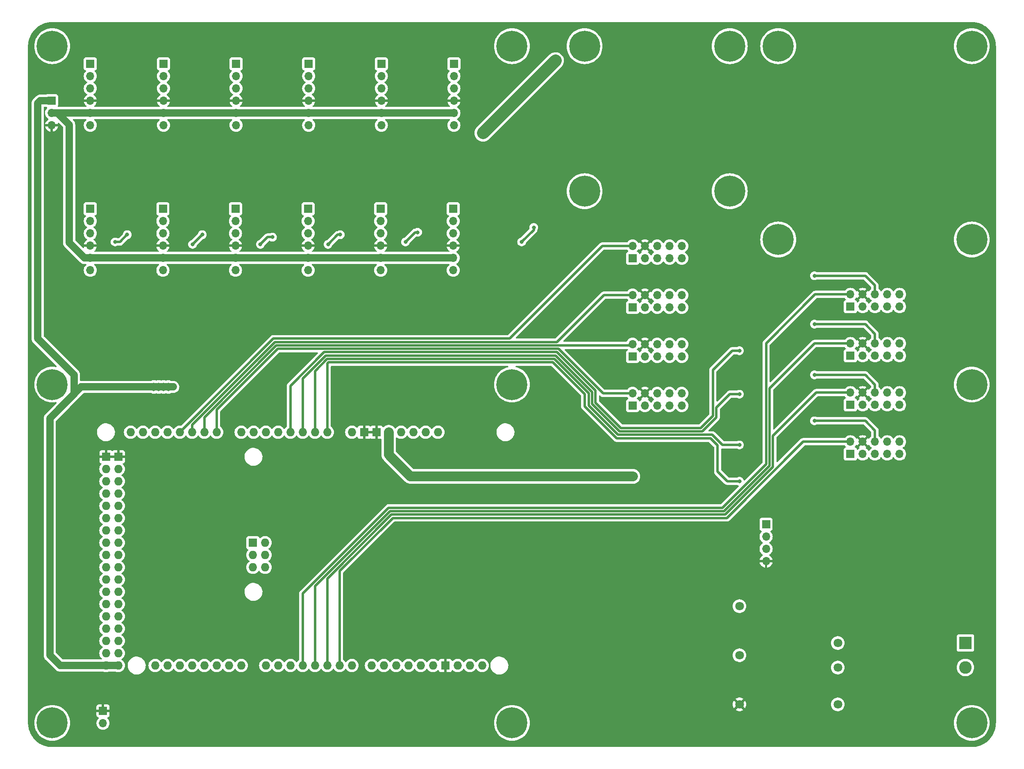
<source format=gbr>
%TF.GenerationSoftware,KiCad,Pcbnew,7.0.7*%
%TF.CreationDate,2024-02-22T12:48:11+00:00*%
%TF.ProjectId,baseBoard_rev0,62617365-426f-4617-9264-5f726576302e,rev?*%
%TF.SameCoordinates,Original*%
%TF.FileFunction,Copper,L2,Bot*%
%TF.FilePolarity,Positive*%
%FSLAX46Y46*%
G04 Gerber Fmt 4.6, Leading zero omitted, Abs format (unit mm)*
G04 Created by KiCad (PCBNEW 7.0.7) date 2024-02-22 12:48:11*
%MOMM*%
%LPD*%
G01*
G04 APERTURE LIST*
%TA.AperFunction,ComponentPad*%
%ADD10R,1.700000X1.700000*%
%TD*%
%TA.AperFunction,ComponentPad*%
%ADD11O,1.700000X1.700000*%
%TD*%
%TA.AperFunction,ComponentPad*%
%ADD12R,2.600000X2.600000*%
%TD*%
%TA.AperFunction,ComponentPad*%
%ADD13C,2.600000*%
%TD*%
%TA.AperFunction,ComponentPad*%
%ADD14C,0.800000*%
%TD*%
%TA.AperFunction,ComponentPad*%
%ADD15C,6.400000*%
%TD*%
%TA.AperFunction,ComponentPad*%
%ADD16O,1.727200X1.727200*%
%TD*%
%TA.AperFunction,ComponentPad*%
%ADD17R,1.727200X1.727200*%
%TD*%
%TA.AperFunction,ComponentPad*%
%ADD18C,1.800000*%
%TD*%
%TA.AperFunction,ViaPad*%
%ADD19C,0.800000*%
%TD*%
%TA.AperFunction,Conductor*%
%ADD20C,0.500000*%
%TD*%
%TA.AperFunction,Conductor*%
%ADD21C,2.500000*%
%TD*%
%TA.AperFunction,Conductor*%
%ADD22C,1.500000*%
%TD*%
%TA.AperFunction,Conductor*%
%ADD23C,2.000000*%
%TD*%
G04 APERTURE END LIST*
D10*
%TO.P,J11,1,Pin_1*%
%TO.N,24VDC_HOT*%
X72870000Y-38650000D03*
D11*
%TO.P,J11,2,Pin_2*%
%TO.N,24VDC_GND*%
X72870000Y-41190000D03*
%TO.P,J11,3,Pin_3*%
%TO.N,solenoid_10*%
X72870000Y-43730000D03*
%TO.P,J11,4,Pin_4*%
%TO.N,arduino_GND*%
X72870000Y-46270000D03*
%TO.P,J11,5,Pin_5*%
%TO.N,solenoidState_BUS*%
X72870000Y-48810000D03*
%TO.P,J11,6,Pin_6*%
%TO.N,solenoidState_10*%
X72870000Y-51350000D03*
%TD*%
D12*
%TO.P,J21,1,Pin_1*%
%TO.N,24VDC_HOT*%
X193695000Y-128455000D03*
D13*
%TO.P,J21,2,Pin_2*%
%TO.N,24VDC_GND*%
X193695000Y-133535000D03*
%TD*%
D14*
%TO.P,H3,1,1*%
%TO.N,24VDC_GND*%
X112600000Y-5000000D03*
X113302944Y-3302944D03*
X113302944Y-6697056D03*
X115000000Y-2600000D03*
D15*
X115000000Y-5000000D03*
D14*
X115000000Y-7400000D03*
X116697056Y-3302944D03*
X116697056Y-6697056D03*
X117400000Y-5000000D03*
%TD*%
D10*
%TO.P,J19,1,Pin_1*%
%TO.N,24VDC_HOT*%
X124920000Y-69210000D03*
D11*
%TO.P,J19,2,Pin_2*%
%TO.N,gaugeSignal_2*%
X124920000Y-66670000D03*
%TO.P,J19,3,Pin_3*%
%TO.N,24VDC_HOT*%
X127460000Y-69210000D03*
%TO.P,J19,4,Pin_4*%
%TO.N,arduino_GND*%
X127460000Y-66670000D03*
%TO.P,J19,5,Pin_5*%
%TO.N,24VDC_GND*%
X130000000Y-69210000D03*
%TO.P,J19,6,Pin_6*%
%TO.N,unconnected-(J19-Pin_6-Pad6)*%
X130000000Y-66670000D03*
%TO.P,J19,7,Pin_7*%
%TO.N,24VDC_GND*%
X132540000Y-69210000D03*
%TO.P,J19,8,Pin_8*%
%TO.N,unconnected-(J19-Pin_8-Pad8)*%
X132540000Y-66670000D03*
%TO.P,J19,9,Pin_9*%
%TO.N,unconnected-(J19-Pin_9-Pad9)*%
X135080000Y-69210000D03*
%TO.P,J19,10,Pin_10*%
%TO.N,unconnected-(J19-Pin_10-Pad10)*%
X135080000Y-66670000D03*
%TD*%
D10*
%TO.P,J13,1,Pin_1*%
%TO.N,24VDC_HOT*%
X169920000Y-58890000D03*
D11*
%TO.P,J13,2,Pin_2*%
%TO.N,MFC_setpoint_0*%
X169920000Y-56350000D03*
%TO.P,J13,3,Pin_3*%
%TO.N,24VDC_HOT*%
X172460000Y-58890000D03*
%TO.P,J13,4,Pin_4*%
%TO.N,arduino_GND*%
X172460000Y-56350000D03*
%TO.P,J13,5,Pin_5*%
%TO.N,24VDC_GND*%
X175000000Y-58890000D03*
%TO.P,J13,6,Pin_6*%
%TO.N,MFC_actual_0*%
X175000000Y-56350000D03*
%TO.P,J13,7,Pin_7*%
%TO.N,24VDC_GND*%
X177540000Y-58890000D03*
%TO.P,J13,8,Pin_8*%
%TO.N,MFC_serialTX_0*%
X177540000Y-56350000D03*
%TO.P,J13,9,Pin_9*%
%TO.N,unconnected-(J13-Pin_9-Pad9)*%
X180080000Y-58890000D03*
%TO.P,J13,10,Pin_10*%
%TO.N,MFC_serialRX_0*%
X180080000Y-56350000D03*
%TD*%
D10*
%TO.P,J20,1,Pin_1*%
%TO.N,24VDC_HOT*%
X124920000Y-79370000D03*
D11*
%TO.P,J20,2,Pin_2*%
%TO.N,gaugeSignal_3*%
X124920000Y-76830000D03*
%TO.P,J20,3,Pin_3*%
%TO.N,24VDC_HOT*%
X127460000Y-79370000D03*
%TO.P,J20,4,Pin_4*%
%TO.N,arduino_GND*%
X127460000Y-76830000D03*
%TO.P,J20,5,Pin_5*%
%TO.N,24VDC_GND*%
X130000000Y-79370000D03*
%TO.P,J20,6,Pin_6*%
%TO.N,unconnected-(J20-Pin_6-Pad6)*%
X130000000Y-76830000D03*
%TO.P,J20,7,Pin_7*%
%TO.N,24VDC_GND*%
X132540000Y-79370000D03*
%TO.P,J20,8,Pin_8*%
%TO.N,unconnected-(J20-Pin_8-Pad8)*%
X132540000Y-76830000D03*
%TO.P,J20,9,Pin_9*%
%TO.N,unconnected-(J20-Pin_9-Pad9)*%
X135080000Y-79370000D03*
%TO.P,J20,10,Pin_10*%
%TO.N,unconnected-(J20-Pin_10-Pad10)*%
X135080000Y-76830000D03*
%TD*%
D10*
%TO.P,J14,1,Pin_1*%
%TO.N,24VDC_HOT*%
X169920000Y-69050000D03*
D11*
%TO.P,J14,2,Pin_2*%
%TO.N,MFC_setpoint_1*%
X169920000Y-66510000D03*
%TO.P,J14,3,Pin_3*%
%TO.N,24VDC_HOT*%
X172460000Y-69050000D03*
%TO.P,J14,4,Pin_4*%
%TO.N,arduino_GND*%
X172460000Y-66510000D03*
%TO.P,J14,5,Pin_5*%
%TO.N,24VDC_GND*%
X175000000Y-69050000D03*
%TO.P,J14,6,Pin_6*%
%TO.N,MFC_actual_1*%
X175000000Y-66510000D03*
%TO.P,J14,7,Pin_7*%
%TO.N,24VDC_GND*%
X177540000Y-69050000D03*
%TO.P,J14,8,Pin_8*%
%TO.N,MFC_serialTX_1*%
X177540000Y-66510000D03*
%TO.P,J14,9,Pin_9*%
%TO.N,unconnected-(J14-Pin_9-Pad9)*%
X180080000Y-69050000D03*
%TO.P,J14,10,Pin_10*%
%TO.N,MFC_serialRX_1*%
X180080000Y-66510000D03*
%TD*%
D14*
%TO.P,H1,1,1*%
%TO.N,24VDC_GND*%
X2600000Y-5000000D03*
X3302944Y-3302944D03*
X3302944Y-6697056D03*
X5000000Y-2600000D03*
D15*
X5000000Y-5000000D03*
D14*
X5000000Y-7400000D03*
X6697056Y-3302944D03*
X6697056Y-6697056D03*
X7400000Y-5000000D03*
%TD*%
%TO.P,H13,1,1*%
%TO.N,24VDC_GND*%
X97600000Y-145000000D03*
X98302944Y-143302944D03*
X98302944Y-146697056D03*
X100000000Y-142600000D03*
D15*
X100000000Y-145000000D03*
D14*
X100000000Y-147400000D03*
X101697056Y-143302944D03*
X101697056Y-146697056D03*
X102400000Y-145000000D03*
%TD*%
D16*
%TO.P,A1,*%
%TO.N,*%
X84690000Y-84870000D03*
%TO.P,A1,3V3,3.3V*%
%TO.N,unconnected-(A1-3.3V-Pad3V3)*%
X77070000Y-84870000D03*
%TO.P,A1,5V1,5V*%
%TO.N,arduino_5V*%
X74530000Y-84870000D03*
%TO.P,A1,5V2,SPI_5V*%
%TO.N,unconnected-(A1-SPI_5V-Pad5V2)*%
X46463000Y-112810000D03*
%TO.P,A1,5V3,5V*%
%TO.N,arduino_5V*%
X18650000Y-133130000D03*
%TO.P,A1,5V4,5V*%
X16110000Y-133130000D03*
%TO.P,A1,A0,A0*%
%TO.N,MFC_actual_3*%
X61830000Y-84870000D03*
%TO.P,A1,A1,A1*%
%TO.N,MFC_actual_2*%
X59290000Y-84870000D03*
%TO.P,A1,A2,A2*%
%TO.N,MFC_actual_1*%
X56750000Y-84870000D03*
%TO.P,A1,A3,A3*%
%TO.N,MFC_actual_0*%
X54210000Y-84870000D03*
%TO.P,A1,A4,A4*%
%TO.N,unconnected-(A1-PadA4)*%
X51670000Y-84870000D03*
%TO.P,A1,A5,A5*%
%TO.N,unconnected-(A1-PadA5)*%
X49130000Y-84870000D03*
%TO.P,A1,A6,A6*%
%TO.N,unconnected-(A1-PadA6)*%
X46590000Y-84870000D03*
%TO.P,A1,A7,A7*%
%TO.N,unconnected-(A1-PadA7)*%
X44050000Y-84870000D03*
%TO.P,A1,A8,A8*%
%TO.N,gaugeSignal_3*%
X38970000Y-84870000D03*
%TO.P,A1,A9,A9*%
%TO.N,gaugeSignal_2*%
X36430000Y-84870000D03*
%TO.P,A1,A10,A10*%
%TO.N,gaugeSignal_1*%
X33890000Y-84870000D03*
%TO.P,A1,A11,A11*%
%TO.N,gaugeSignal_0*%
X31350000Y-84870000D03*
%TO.P,A1,A12,A12*%
%TO.N,unconnected-(A1-PadA12)*%
X28810000Y-84870000D03*
%TO.P,A1,A13,A13*%
%TO.N,unconnected-(A1-PadA13)*%
X26270000Y-84870000D03*
%TO.P,A1,A14,A14*%
%TO.N,unconnected-(A1-PadA14)*%
X23730000Y-84870000D03*
%TO.P,A1,A15,A15*%
%TO.N,unconnected-(A1-PadA15)*%
X21190000Y-84870000D03*
%TO.P,A1,AREF,AREF*%
%TO.N,unconnected-(A1-PadAREF)*%
X88754000Y-133130000D03*
%TO.P,A1,D0,D0/RX0*%
%TO.N,unconnected-(A1-D0{slash}RX0-PadD0)*%
X49130000Y-133130000D03*
%TO.P,A1,D1,D1/TX0*%
%TO.N,unconnected-(A1-D1{slash}TX0-PadD1)*%
X51670000Y-133130000D03*
%TO.P,A1,D2,D2_INT0*%
%TO.N,unconnected-(A1-D2_INT0-PadD2)*%
X54210000Y-133130000D03*
%TO.P,A1,D3,D3_INT1*%
%TO.N,MFC_setpoint_0*%
X56750000Y-133130000D03*
%TO.P,A1,D4,D4*%
%TO.N,MFC_setpoint_1*%
X59290000Y-133130000D03*
%TO.P,A1,D5,D5*%
%TO.N,MFC_setpoint_2*%
X61830000Y-133130000D03*
%TO.P,A1,D6,D6*%
%TO.N,MFC_setpoint_3*%
X64370000Y-133130000D03*
%TO.P,A1,D7,D7*%
%TO.N,unconnected-(A1-PadD7)*%
X66910000Y-133130000D03*
%TO.P,A1,D8,D8*%
%TO.N,unconnected-(A1-PadD8)*%
X70974000Y-133130000D03*
%TO.P,A1,D9,D9*%
%TO.N,unconnected-(A1-PadD9)*%
X73514000Y-133130000D03*
%TO.P,A1,D10,D10*%
%TO.N,unconnected-(A1-PadD10)*%
X76054000Y-133130000D03*
%TO.P,A1,D11,D11*%
%TO.N,unconnected-(A1-PadD11)*%
X78594000Y-133130000D03*
%TO.P,A1,D12,D12*%
%TO.N,unconnected-(A1-PadD12)*%
X81134000Y-133130000D03*
%TO.P,A1,D13,D13*%
%TO.N,unconnected-(A1-PadD13)*%
X83674000Y-133130000D03*
%TO.P,A1,D14,D14/TX3*%
%TO.N,unconnected-(A1-D14{slash}TX3-PadD14)*%
X44050000Y-133130000D03*
%TO.P,A1,D15,D15/RX3*%
%TO.N,unconnected-(A1-D15{slash}RX3-PadD15)*%
X41510000Y-133130000D03*
%TO.P,A1,D16,D16/TX2*%
%TO.N,unconnected-(A1-D16{slash}TX2-PadD16)*%
X38970000Y-133130000D03*
%TO.P,A1,D17,D17/RX2*%
%TO.N,unconnected-(A1-D17{slash}RX2-PadD17)*%
X36430000Y-133130000D03*
%TO.P,A1,D18,D18/TX1*%
%TO.N,unconnected-(A1-D18{slash}TX1-PadD18)*%
X33890000Y-133130000D03*
%TO.P,A1,D19,D19/RX1*%
%TO.N,unconnected-(A1-D19{slash}RX1-PadD19)*%
X31350000Y-133130000D03*
%TO.P,A1,D20,D20/SDA*%
%TO.N,unconnected-(A1-D20{slash}SDA-PadD20)*%
X28810000Y-133130000D03*
%TO.P,A1,D21,D21/SCL*%
%TO.N,unconnected-(A1-D21{slash}SCL-PadD21)*%
X26270000Y-133130000D03*
%TO.P,A1,D22,D22*%
%TO.N,solenoid_11*%
X18650000Y-130590000D03*
%TO.P,A1,D23,D23*%
%TO.N,solenoid_0*%
X16110000Y-130590000D03*
%TO.P,A1,D24,D24*%
%TO.N,solenoidState_11*%
X18650000Y-128050000D03*
%TO.P,A1,D25,D25*%
%TO.N,solenoidState_0*%
X16110000Y-128050000D03*
%TO.P,A1,D26,D26*%
%TO.N,solenoid_10*%
X18650000Y-125510000D03*
%TO.P,A1,D27,D27*%
%TO.N,solenoid_1*%
X16110000Y-125510000D03*
%TO.P,A1,D28,D28*%
%TO.N,solenoidState_10*%
X18650000Y-122970000D03*
%TO.P,A1,D29,D29*%
%TO.N,solenoidState_1*%
X16110000Y-122970000D03*
%TO.P,A1,D30,D30*%
%TO.N,solenoid_9*%
X18650000Y-120430000D03*
%TO.P,A1,D31,D31*%
%TO.N,solenoid_2*%
X16110000Y-120430000D03*
%TO.P,A1,D32,D32*%
%TO.N,solenoidState_9*%
X18650000Y-117890000D03*
%TO.P,A1,D33,D33*%
%TO.N,solenoidState_2*%
X16110000Y-117890000D03*
%TO.P,A1,D34,D34*%
%TO.N,solenoid_8*%
X18650000Y-115350000D03*
%TO.P,A1,D35,D35*%
%TO.N,solenoid_3*%
X16110000Y-115350000D03*
%TO.P,A1,D36,D36*%
%TO.N,solenoidState_8*%
X18650000Y-112810000D03*
%TO.P,A1,D37,D37*%
%TO.N,solenoidState_3*%
X16110000Y-112810000D03*
%TO.P,A1,D38,D38*%
%TO.N,solenoid_7*%
X18650000Y-110270000D03*
%TO.P,A1,D39,D39*%
%TO.N,solenoid_4*%
X16110000Y-110270000D03*
%TO.P,A1,D40,D40*%
%TO.N,solenoidState_7*%
X18650000Y-107730000D03*
%TO.P,A1,D41,D41*%
%TO.N,solenoidState_4*%
X16110000Y-107730000D03*
%TO.P,A1,D42,D42*%
%TO.N,solenoid_6*%
X18650000Y-105190000D03*
%TO.P,A1,D43,D43*%
%TO.N,solenoid_5*%
X16110000Y-105190000D03*
%TO.P,A1,D44,D44*%
%TO.N,solenoidState_6*%
X18650000Y-102650000D03*
%TO.P,A1,D45,D45*%
%TO.N,solenoidState_5*%
X16110000Y-102650000D03*
%TO.P,A1,D46,D46*%
%TO.N,unconnected-(A1-PadD46)*%
X18650000Y-100110000D03*
%TO.P,A1,D47,D47*%
%TO.N,unconnected-(A1-PadD47)*%
X16110000Y-100110000D03*
%TO.P,A1,D48,D48*%
%TO.N,unconnected-(A1-PadD48)*%
X18650000Y-97570000D03*
%TO.P,A1,D49,D49*%
%TO.N,unconnected-(A1-PadD49)*%
X16110000Y-97570000D03*
%TO.P,A1,D50,D50_MISO*%
%TO.N,unconnected-(A1-D50_MISO-PadD50)*%
X18650000Y-95030000D03*
%TO.P,A1,D51,D51_MOSI*%
%TO.N,unconnected-(A1-D51_MOSI-PadD51)*%
X16110000Y-95030000D03*
%TO.P,A1,D52,D52_SCK*%
%TO.N,unconnected-(A1-D52_SCK-PadD52)*%
X18650000Y-92490000D03*
%TO.P,A1,D53,D53_CS*%
%TO.N,unconnected-(A1-D53_CS-PadD53)*%
X16110000Y-92490000D03*
D17*
%TO.P,A1,GND1,GND*%
%TO.N,arduino_GND*%
X86214000Y-133130000D03*
%TO.P,A1,GND2,GND*%
X71990000Y-84870000D03*
%TO.P,A1,GND3,GND*%
X69450000Y-84870000D03*
%TO.P,A1,GND4,SPI_GND*%
%TO.N,unconnected-(A1-SPI_GND-PadGND4)*%
X46463000Y-107730000D03*
%TO.P,A1,GND5,GND*%
%TO.N,arduino_GND*%
X18650000Y-89950000D03*
%TO.P,A1,GND6,GND*%
X16110000Y-89950000D03*
D16*
%TO.P,A1,IORF,IOREF*%
%TO.N,unconnected-(A1-IOREF-PadIORF)*%
X82150000Y-84870000D03*
%TO.P,A1,MISO,SPI_MISO*%
%TO.N,unconnected-(A1-SPI_MISO-PadMISO)*%
X49003000Y-112810000D03*
%TO.P,A1,MOSI,SPI_MOSI*%
%TO.N,unconnected-(A1-SPI_MOSI-PadMOSI)*%
X46463000Y-110270000D03*
%TO.P,A1,RST1,RESET*%
%TO.N,unconnected-(A1-RESET-PadRST1)*%
X79610000Y-84870000D03*
%TO.P,A1,RST2,SPI_RESET*%
%TO.N,unconnected-(A1-SPI_RESET-PadRST2)*%
X49003000Y-107730000D03*
%TO.P,A1,SCK,SPI_SCK*%
%TO.N,unconnected-(A1-SPI_SCK-PadSCK)*%
X49003000Y-110270000D03*
%TO.P,A1,SCL,SCL*%
%TO.N,unconnected-(A1-PadSCL)*%
X93834000Y-133130000D03*
%TO.P,A1,SDA,SDA*%
%TO.N,unconnected-(A1-PadSDA)*%
X91294000Y-133130000D03*
%TO.P,A1,VIN,VIN*%
%TO.N,unconnected-(A1-PadVIN)*%
X66910000Y-84870000D03*
%TD*%
D10*
%TO.P,J18,1,Pin_1*%
%TO.N,24VDC_HOT*%
X124920000Y-59050000D03*
D11*
%TO.P,J18,2,Pin_2*%
%TO.N,gaugeSignal_1*%
X124920000Y-56510000D03*
%TO.P,J18,3,Pin_3*%
%TO.N,24VDC_HOT*%
X127460000Y-59050000D03*
%TO.P,J18,4,Pin_4*%
%TO.N,arduino_GND*%
X127460000Y-56510000D03*
%TO.P,J18,5,Pin_5*%
%TO.N,24VDC_GND*%
X130000000Y-59050000D03*
%TO.P,J18,6,Pin_6*%
%TO.N,unconnected-(J18-Pin_6-Pad6)*%
X130000000Y-56510000D03*
%TO.P,J18,7,Pin_7*%
%TO.N,24VDC_GND*%
X132540000Y-59050000D03*
%TO.P,J18,8,Pin_8*%
%TO.N,unconnected-(J18-Pin_8-Pad8)*%
X132540000Y-56510000D03*
%TO.P,J18,9,Pin_9*%
%TO.N,unconnected-(J18-Pin_9-Pad9)*%
X135080000Y-59050000D03*
%TO.P,J18,10,Pin_10*%
%TO.N,unconnected-(J18-Pin_10-Pad10)*%
X135080000Y-56510000D03*
%TD*%
D10*
%TO.P,J23,1,Pin_1*%
%TO.N,arduino_GND*%
X15500000Y-142500000D03*
D11*
%TO.P,J23,2,Pin_2*%
%TO.N,24VDC_GND*%
X15500000Y-145040000D03*
%TD*%
%TO.P,J22,3,Pin_3*%
%TO.N,arduino_GND*%
X4870000Y-21350000D03*
%TO.P,J22,2,Pin_2*%
%TO.N,solenoidState_BUS*%
X4870000Y-18810000D03*
D10*
%TO.P,J22,1,Pin_1*%
%TO.N,arduino_5V*%
X4870000Y-16270000D03*
%TD*%
%TO.P,J3,1,Pin_1*%
%TO.N,24VDC_HOT*%
X43000000Y-8650000D03*
D11*
%TO.P,J3,2,Pin_2*%
%TO.N,24VDC_GND*%
X43000000Y-11190000D03*
%TO.P,J3,3,Pin_3*%
%TO.N,solenoid_2*%
X43000000Y-13730000D03*
%TO.P,J3,4,Pin_4*%
%TO.N,arduino_GND*%
X43000000Y-16270000D03*
%TO.P,J3,5,Pin_5*%
%TO.N,solenoidState_BUS*%
X43000000Y-18810000D03*
%TO.P,J3,6,Pin_6*%
%TO.N,solenoidState_2*%
X43000000Y-21350000D03*
%TD*%
D10*
%TO.P,J6,1,Pin_1*%
%TO.N,24VDC_HOT*%
X88000000Y-8650000D03*
D11*
%TO.P,J6,2,Pin_2*%
%TO.N,24VDC_GND*%
X88000000Y-11190000D03*
%TO.P,J6,3,Pin_3*%
%TO.N,solenoid_5*%
X88000000Y-13730000D03*
%TO.P,J6,4,Pin_4*%
%TO.N,arduino_GND*%
X88000000Y-16270000D03*
%TO.P,J6,5,Pin_5*%
%TO.N,solenoidState_BUS*%
X88000000Y-18810000D03*
%TO.P,J6,6,Pin_6*%
%TO.N,solenoidState_5*%
X88000000Y-21350000D03*
%TD*%
D14*
%TO.P,H2,1,1*%
%TO.N,24VDC_GND*%
X97600000Y-5000000D03*
X98302944Y-3302944D03*
X98302944Y-6697056D03*
X100000000Y-2600000D03*
D15*
X100000000Y-5000000D03*
D14*
X100000000Y-7400000D03*
X101697056Y-3302944D03*
X101697056Y-6697056D03*
X102400000Y-5000000D03*
%TD*%
%TO.P,H10,1,1*%
%TO.N,24VDC_GND*%
X152600000Y-45000000D03*
X153302944Y-43302944D03*
X153302944Y-46697056D03*
X155000000Y-42600000D03*
D15*
X155000000Y-45000000D03*
D14*
X155000000Y-47400000D03*
X156697056Y-43302944D03*
X156697056Y-46697056D03*
X157400000Y-45000000D03*
%TD*%
%TO.P,H4,1,1*%
%TO.N,24VDC_GND*%
X142600000Y-5000000D03*
X143302944Y-3302944D03*
X143302944Y-6697056D03*
X145000000Y-2600000D03*
D15*
X145000000Y-5000000D03*
D14*
X145000000Y-7400000D03*
X146697056Y-3302944D03*
X146697056Y-6697056D03*
X147400000Y-5000000D03*
%TD*%
%TO.P,H8,1,1*%
%TO.N,24VDC_GND*%
X192600000Y-5000000D03*
X193302944Y-3302944D03*
X193302944Y-6697056D03*
X195000000Y-2600000D03*
D15*
X195000000Y-5000000D03*
D14*
X195000000Y-7400000D03*
X196697056Y-3302944D03*
X196697056Y-6697056D03*
X197400000Y-5000000D03*
%TD*%
D10*
%TO.P,J9,1,Pin_1*%
%TO.N,24VDC_HOT*%
X42870000Y-38650000D03*
D11*
%TO.P,J9,2,Pin_2*%
%TO.N,24VDC_GND*%
X42870000Y-41190000D03*
%TO.P,J9,3,Pin_3*%
%TO.N,solenoid_8*%
X42870000Y-43730000D03*
%TO.P,J9,4,Pin_4*%
%TO.N,arduino_GND*%
X42870000Y-46270000D03*
%TO.P,J9,5,Pin_5*%
%TO.N,solenoidState_BUS*%
X42870000Y-48810000D03*
%TO.P,J9,6,Pin_6*%
%TO.N,solenoidState_8*%
X42870000Y-51350000D03*
%TD*%
D10*
%TO.P,J1,1,Pin_1*%
%TO.N,24VDC_HOT*%
X12870000Y-8650000D03*
D11*
%TO.P,J1,2,Pin_2*%
%TO.N,24VDC_GND*%
X12870000Y-11190000D03*
%TO.P,J1,3,Pin_3*%
%TO.N,solenoid_0*%
X12870000Y-13730000D03*
%TO.P,J1,4,Pin_4*%
%TO.N,arduino_GND*%
X12870000Y-16270000D03*
%TO.P,J1,5,Pin_5*%
%TO.N,solenoidState_BUS*%
X12870000Y-18810000D03*
%TO.P,J1,6,Pin_6*%
%TO.N,solenoidState_0*%
X12870000Y-21350000D03*
%TD*%
D10*
%TO.P,J17,1,Pin_1*%
%TO.N,24VDC_HOT*%
X124920000Y-48890000D03*
D11*
%TO.P,J17,2,Pin_2*%
%TO.N,gaugeSignal_0*%
X124920000Y-46350000D03*
%TO.P,J17,3,Pin_3*%
%TO.N,24VDC_HOT*%
X127460000Y-48890000D03*
%TO.P,J17,4,Pin_4*%
%TO.N,arduino_GND*%
X127460000Y-46350000D03*
%TO.P,J17,5,Pin_5*%
%TO.N,24VDC_GND*%
X130000000Y-48890000D03*
%TO.P,J17,6,Pin_6*%
%TO.N,unconnected-(J17-Pin_6-Pad6)*%
X130000000Y-46350000D03*
%TO.P,J17,7,Pin_7*%
%TO.N,24VDC_GND*%
X132540000Y-48890000D03*
%TO.P,J17,8,Pin_8*%
%TO.N,unconnected-(J17-Pin_8-Pad8)*%
X132540000Y-46350000D03*
%TO.P,J17,9,Pin_9*%
%TO.N,unconnected-(J17-Pin_9-Pad9)*%
X135080000Y-48890000D03*
%TO.P,J17,10,Pin_10*%
%TO.N,unconnected-(J17-Pin_10-Pad10)*%
X135080000Y-46350000D03*
%TD*%
D10*
%TO.P,J12,1,Pin_1*%
%TO.N,24VDC_HOT*%
X87870000Y-38650000D03*
D11*
%TO.P,J12,2,Pin_2*%
%TO.N,24VDC_GND*%
X87870000Y-41190000D03*
%TO.P,J12,3,Pin_3*%
%TO.N,solenoid_11*%
X87870000Y-43730000D03*
%TO.P,J12,4,Pin_4*%
%TO.N,arduino_GND*%
X87870000Y-46270000D03*
%TO.P,J12,5,Pin_5*%
%TO.N,solenoidState_BUS*%
X87870000Y-48810000D03*
%TO.P,J12,6,Pin_6*%
%TO.N,solenoidState_11*%
X87870000Y-51350000D03*
%TD*%
D10*
%TO.P,J5,1,Pin_1*%
%TO.N,24VDC_HOT*%
X73000000Y-8650000D03*
D11*
%TO.P,J5,2,Pin_2*%
%TO.N,24VDC_GND*%
X73000000Y-11190000D03*
%TO.P,J5,3,Pin_3*%
%TO.N,solenoid_4*%
X73000000Y-13730000D03*
%TO.P,J5,4,Pin_4*%
%TO.N,arduino_GND*%
X73000000Y-16270000D03*
%TO.P,J5,5,Pin_5*%
%TO.N,solenoidState_BUS*%
X73000000Y-18810000D03*
%TO.P,J5,6,Pin_6*%
%TO.N,solenoidState_4*%
X73000000Y-21350000D03*
%TD*%
D10*
%TO.P,J10,1,Pin_1*%
%TO.N,24VDC_HOT*%
X57870000Y-38650000D03*
D11*
%TO.P,J10,2,Pin_2*%
%TO.N,24VDC_GND*%
X57870000Y-41190000D03*
%TO.P,J10,3,Pin_3*%
%TO.N,solenoid_9*%
X57870000Y-43730000D03*
%TO.P,J10,4,Pin_4*%
%TO.N,arduino_GND*%
X57870000Y-46270000D03*
%TO.P,J10,5,Pin_5*%
%TO.N,solenoidState_BUS*%
X57870000Y-48810000D03*
%TO.P,J10,6,Pin_6*%
%TO.N,solenoidState_9*%
X57870000Y-51350000D03*
%TD*%
D10*
%TO.P,J16,1,Pin_1*%
%TO.N,24VDC_HOT*%
X169920000Y-89370000D03*
D11*
%TO.P,J16,2,Pin_2*%
%TO.N,MFC_setpoint_3*%
X169920000Y-86830000D03*
%TO.P,J16,3,Pin_3*%
%TO.N,24VDC_HOT*%
X172460000Y-89370000D03*
%TO.P,J16,4,Pin_4*%
%TO.N,arduino_GND*%
X172460000Y-86830000D03*
%TO.P,J16,5,Pin_5*%
%TO.N,24VDC_GND*%
X175000000Y-89370000D03*
%TO.P,J16,6,Pin_6*%
%TO.N,MFC_actual_3*%
X175000000Y-86830000D03*
%TO.P,J16,7,Pin_7*%
%TO.N,24VDC_GND*%
X177540000Y-89370000D03*
%TO.P,J16,8,Pin_8*%
%TO.N,MFC_serialTX_3*%
X177540000Y-86830000D03*
%TO.P,J16,9,Pin_9*%
%TO.N,unconnected-(J16-Pin_9-Pad9)*%
X180080000Y-89370000D03*
%TO.P,J16,10,Pin_10*%
%TO.N,MFC_serialRX_3*%
X180080000Y-86830000D03*
%TD*%
D14*
%TO.P,H11,1,1*%
%TO.N,24VDC_GND*%
X192600000Y-75000000D03*
X193302944Y-73302944D03*
X193302944Y-76697056D03*
X195000000Y-72600000D03*
D15*
X195000000Y-75000000D03*
D14*
X195000000Y-77400000D03*
X196697056Y-73302944D03*
X196697056Y-76697056D03*
X197400000Y-75000000D03*
%TD*%
D10*
%TO.P,J2,1,Pin_1*%
%TO.N,24VDC_HOT*%
X28000000Y-8650000D03*
D11*
%TO.P,J2,2,Pin_2*%
%TO.N,24VDC_GND*%
X28000000Y-11190000D03*
%TO.P,J2,3,Pin_3*%
%TO.N,solenoid_1*%
X28000000Y-13730000D03*
%TO.P,J2,4,Pin_4*%
%TO.N,arduino_GND*%
X28000000Y-16270000D03*
%TO.P,J2,5,Pin_5*%
%TO.N,solenoidState_BUS*%
X28000000Y-18810000D03*
%TO.P,J2,6,Pin_6*%
%TO.N,solenoidState_1*%
X28000000Y-21350000D03*
%TD*%
D14*
%TO.P,H6,1,1*%
%TO.N,24VDC_GND*%
X112600000Y-35000000D03*
X113302944Y-33302944D03*
X113302944Y-36697056D03*
X115000000Y-32600000D03*
D15*
X115000000Y-35000000D03*
D14*
X115000000Y-37400000D03*
X116697056Y-33302944D03*
X116697056Y-36697056D03*
X117400000Y-35000000D03*
%TD*%
%TO.P,H16,1,1*%
%TO.N,24VDC_GND*%
X97600000Y-75000000D03*
X98302944Y-73302944D03*
X98302944Y-76697056D03*
X100000000Y-72600000D03*
D15*
X100000000Y-75000000D03*
D14*
X100000000Y-77400000D03*
X101697056Y-73302944D03*
X101697056Y-76697056D03*
X102400000Y-75000000D03*
%TD*%
%TO.P,H12,1,1*%
%TO.N,24VDC_GND*%
X192600000Y-145000000D03*
X193302944Y-143302944D03*
X193302944Y-146697056D03*
X195000000Y-142600000D03*
D15*
X195000000Y-145000000D03*
D14*
X195000000Y-147400000D03*
X196697056Y-143302944D03*
X196697056Y-146697056D03*
X197400000Y-145000000D03*
%TD*%
%TO.P,H14,1,1*%
%TO.N,24VDC_GND*%
X2600000Y-145000000D03*
X3302944Y-143302944D03*
X3302944Y-146697056D03*
X5000000Y-142600000D03*
D15*
X5000000Y-145000000D03*
D14*
X5000000Y-147400000D03*
X6697056Y-143302944D03*
X6697056Y-146697056D03*
X7400000Y-145000000D03*
%TD*%
%TO.P,H15,1,1*%
%TO.N,24VDC_GND*%
X2600000Y-75000000D03*
X3302944Y-73302944D03*
X3302944Y-76697056D03*
X5000000Y-72600000D03*
D15*
X5000000Y-75000000D03*
D14*
X5000000Y-77400000D03*
X6697056Y-73302944D03*
X6697056Y-76697056D03*
X7400000Y-75000000D03*
%TD*%
%TO.P,H9,1,1*%
%TO.N,24VDC_GND*%
X192600000Y-45000000D03*
X193302944Y-43302944D03*
X193302944Y-46697056D03*
X195000000Y-42600000D03*
D15*
X195000000Y-45000000D03*
D14*
X195000000Y-47400000D03*
X196697056Y-43302944D03*
X196697056Y-46697056D03*
X197400000Y-45000000D03*
%TD*%
D10*
%TO.P,J15,1,Pin_1*%
%TO.N,24VDC_HOT*%
X169920000Y-79210000D03*
D11*
%TO.P,J15,2,Pin_2*%
%TO.N,MFC_setpoint_2*%
X169920000Y-76670000D03*
%TO.P,J15,3,Pin_3*%
%TO.N,24VDC_HOT*%
X172460000Y-79210000D03*
%TO.P,J15,4,Pin_4*%
%TO.N,arduino_GND*%
X172460000Y-76670000D03*
%TO.P,J15,5,Pin_5*%
%TO.N,24VDC_GND*%
X175000000Y-79210000D03*
%TO.P,J15,6,Pin_6*%
%TO.N,MFC_actual_2*%
X175000000Y-76670000D03*
%TO.P,J15,7,Pin_7*%
%TO.N,24VDC_GND*%
X177540000Y-79210000D03*
%TO.P,J15,8,Pin_8*%
%TO.N,MFC_serialTX_2*%
X177540000Y-76670000D03*
%TO.P,J15,9,Pin_9*%
%TO.N,unconnected-(J15-Pin_9-Pad9)*%
X180080000Y-79210000D03*
%TO.P,J15,10,Pin_10*%
%TO.N,MFC_serialRX_2*%
X180080000Y-76670000D03*
%TD*%
D14*
%TO.P,H5,1,1*%
%TO.N,24VDC_GND*%
X142600000Y-35000000D03*
X143302944Y-33302944D03*
X143302944Y-36697056D03*
X145000000Y-32600000D03*
D15*
X145000000Y-35000000D03*
D14*
X145000000Y-37400000D03*
X146697056Y-33302944D03*
X146697056Y-36697056D03*
X147400000Y-35000000D03*
%TD*%
D10*
%TO.P,J7,1,Pin_1*%
%TO.N,24VDC_HOT*%
X12870000Y-38650000D03*
D11*
%TO.P,J7,2,Pin_2*%
%TO.N,24VDC_GND*%
X12870000Y-41190000D03*
%TO.P,J7,3,Pin_3*%
%TO.N,solenoid_6*%
X12870000Y-43730000D03*
%TO.P,J7,4,Pin_4*%
%TO.N,arduino_GND*%
X12870000Y-46270000D03*
%TO.P,J7,5,Pin_5*%
%TO.N,solenoidState_BUS*%
X12870000Y-48810000D03*
%TO.P,J7,6,Pin_6*%
%TO.N,solenoidState_6*%
X12870000Y-51350000D03*
%TD*%
D14*
%TO.P,H7,1,1*%
%TO.N,24VDC_GND*%
X152600000Y-5000000D03*
X153302944Y-3302944D03*
X153302944Y-6697056D03*
X155000000Y-2600000D03*
D15*
X155000000Y-5000000D03*
D14*
X155000000Y-7400000D03*
X156697056Y-3302944D03*
X156697056Y-6697056D03*
X157400000Y-5000000D03*
%TD*%
D10*
%TO.P,J8,1,Pin_1*%
%TO.N,24VDC_HOT*%
X27870000Y-38650000D03*
D11*
%TO.P,J8,2,Pin_2*%
%TO.N,24VDC_GND*%
X27870000Y-41190000D03*
%TO.P,J8,3,Pin_3*%
%TO.N,solenoid_7*%
X27870000Y-43730000D03*
%TO.P,J8,4,Pin_4*%
%TO.N,arduino_GND*%
X27870000Y-46270000D03*
%TO.P,J8,5,Pin_5*%
%TO.N,solenoidState_BUS*%
X27870000Y-48810000D03*
%TO.P,J8,6,Pin_6*%
%TO.N,solenoidState_7*%
X27870000Y-51350000D03*
%TD*%
D10*
%TO.P,J4,1,Pin_1*%
%TO.N,24VDC_HOT*%
X58000000Y-8650000D03*
D11*
%TO.P,J4,2,Pin_2*%
%TO.N,24VDC_GND*%
X58000000Y-11190000D03*
%TO.P,J4,3,Pin_3*%
%TO.N,solenoid_3*%
X58000000Y-13730000D03*
%TO.P,J4,4,Pin_4*%
%TO.N,arduino_GND*%
X58000000Y-16270000D03*
%TO.P,J4,5,Pin_5*%
%TO.N,solenoidState_BUS*%
X58000000Y-18810000D03*
%TO.P,J4,6,Pin_6*%
%TO.N,solenoidState_3*%
X58000000Y-21350000D03*
%TD*%
D10*
%TO.P,J24,1,Pin_1*%
%TO.N,24VDC_HOT*%
X152500000Y-103920000D03*
D11*
%TO.P,J24,2,Pin_2*%
%TO.N,24VDC_GND*%
X152500000Y-106460000D03*
%TO.P,J24,3,Pin_3*%
%TO.N,arduino_5V*%
X152500000Y-109000000D03*
%TO.P,J24,4,Pin_4*%
%TO.N,arduino_GND*%
X152500000Y-111540000D03*
%TD*%
D18*
%TO.P,U1,1,+Vin*%
%TO.N,24VDC_HOT*%
X167320000Y-128460000D03*
%TO.P,U1,2,-Vin*%
%TO.N,24VDC_GND*%
X167320000Y-133540000D03*
%TO.P,U1,3,Remote_On_Off*%
%TO.N,unconnected-(U1-Remote_On_Off-Pad3)*%
X167320000Y-141160000D03*
%TO.P,U1,4,+Vout*%
%TO.N,arduino_5V*%
X147000000Y-120840000D03*
%TO.P,U1,5,Trim*%
%TO.N,unconnected-(U1-Trim-Pad5)*%
X147000000Y-131000000D03*
%TO.P,U1,6,-Vout*%
%TO.N,arduino_GND*%
X147000000Y-141160000D03*
%TD*%
D19*
%TO.N,24VDC_GND*%
X98000000Y-19000000D03*
X20500000Y-44000000D03*
X108000000Y-8000000D03*
X107000000Y-9000000D03*
X104500000Y-42500000D03*
X107000000Y-10000000D03*
X50500000Y-44500000D03*
X97000000Y-20000000D03*
X95000000Y-23000000D03*
X98000000Y-20000000D03*
X36000000Y-44000000D03*
X96000000Y-20000000D03*
X94000000Y-22000000D03*
X95000000Y-22000000D03*
X80500000Y-43500000D03*
X64500000Y-44000000D03*
X108000000Y-10000000D03*
X106000000Y-10000000D03*
X96000000Y-22000000D03*
X95000000Y-21000000D03*
X105000000Y-12000000D03*
X34000000Y-46000000D03*
X94000000Y-23000000D03*
X109000000Y-9000000D03*
X97000000Y-19000000D03*
X106000000Y-11000000D03*
X48000000Y-46000000D03*
X102000000Y-45500000D03*
X108000000Y-9000000D03*
X107000000Y-11000000D03*
X62000000Y-46000000D03*
X96000000Y-21000000D03*
X78000000Y-45500000D03*
X109000000Y-8000000D03*
X105000000Y-11000000D03*
X97000000Y-21000000D03*
X106000000Y-12000000D03*
X18000000Y-45500000D03*
%TO.N,MFC_actual_0*%
X162500000Y-52500000D03*
X147000000Y-68000000D03*
%TO.N,MFC_actual_1*%
X147000000Y-77000000D03*
X162500000Y-62500000D03*
%TO.N,MFC_actual_2*%
X162500000Y-73000000D03*
X147000000Y-87500000D03*
%TO.N,MFC_actual_3*%
X162500000Y-82500000D03*
X147000000Y-95000000D03*
%TO.N,arduino_5V*%
X121000000Y-94500000D03*
X26000000Y-75000000D03*
X120000000Y-94000000D03*
X27000000Y-76000000D03*
X121000000Y-93500000D03*
X122000000Y-94500000D03*
X25000000Y-75500000D03*
X122996191Y-94476739D03*
X124000000Y-93500000D03*
X28000000Y-76000000D03*
X29000000Y-76000000D03*
X125000000Y-94000000D03*
X27000000Y-75000000D03*
X124000000Y-94500000D03*
X26000000Y-76000000D03*
X30000000Y-75500000D03*
X29000000Y-75000000D03*
X28000000Y-75000000D03*
X122000000Y-93500000D03*
X123000000Y-93500000D03*
%TD*%
D20*
%TO.N,24VDC_GND*%
X64500000Y-44000000D02*
X64000000Y-44000000D01*
X64000000Y-44000000D02*
X62000000Y-46000000D01*
X36000000Y-44000000D02*
X34000000Y-46000000D01*
X104500000Y-43000000D02*
X102000000Y-45500000D01*
X49500000Y-44500000D02*
X48000000Y-46000000D01*
X80000000Y-43500000D02*
X78000000Y-45500000D01*
X80500000Y-43500000D02*
X80000000Y-43500000D01*
X50500000Y-44500000D02*
X49500000Y-44500000D01*
X104500000Y-42500000D02*
X104500000Y-43000000D01*
X19000000Y-45500000D02*
X20500000Y-44000000D01*
X18000000Y-45500000D02*
X19000000Y-45500000D01*
D21*
X109000000Y-8000000D02*
X94000000Y-23000000D01*
D22*
%TO.N,solenoidState_BUS*%
X12870000Y-18810000D02*
X4870000Y-18810000D01*
X8500000Y-45642081D02*
X11667919Y-48810000D01*
X87870000Y-48810000D02*
X12870000Y-48810000D01*
X11667919Y-48810000D02*
X12870000Y-48810000D01*
X6072081Y-18810000D02*
X8500000Y-21237919D01*
X4870000Y-18810000D02*
X6072081Y-18810000D01*
X8500000Y-21237919D02*
X8500000Y-45642081D01*
X88000000Y-18810000D02*
X12870000Y-18810000D01*
D20*
%TO.N,MFC_setpoint_0*%
X162650000Y-56350000D02*
X169920000Y-56350000D01*
X152500000Y-66500000D02*
X162650000Y-56350000D01*
X143500000Y-100500000D02*
X152500000Y-91500000D01*
X56750000Y-133130000D02*
X56750000Y-118250000D01*
X56750000Y-118250000D02*
X74500000Y-100500000D01*
X152500000Y-91500000D02*
X152500000Y-66500000D01*
X74500000Y-100500000D02*
X143500000Y-100500000D01*
%TO.N,MFC_actual_0*%
X175000000Y-54500000D02*
X175000000Y-56350000D01*
X54210000Y-75290000D02*
X61200000Y-68300000D01*
X139000000Y-84000000D02*
X141500000Y-81500000D01*
X109310050Y-68300000D02*
X117255025Y-76244975D01*
X117255025Y-78755025D02*
X122500000Y-84000000D01*
X122500000Y-84000000D02*
X139000000Y-84000000D01*
X145500000Y-68000000D02*
X147000000Y-68000000D01*
X61200000Y-68300000D02*
X109310050Y-68300000D01*
X173000000Y-52500000D02*
X175000000Y-54500000D01*
X162500000Y-52500000D02*
X173000000Y-52500000D01*
X117255025Y-76244975D02*
X117255025Y-78755025D01*
X54210000Y-84870000D02*
X54210000Y-75290000D01*
X141500000Y-72000000D02*
X145500000Y-68000000D01*
X141500000Y-81500000D02*
X141500000Y-72000000D01*
%TO.N,MFC_setpoint_1*%
X59290000Y-116699950D02*
X74789950Y-101200000D01*
X143789950Y-101200000D02*
X153200000Y-91789949D01*
X74789950Y-101200000D02*
X143789950Y-101200000D01*
X153200000Y-75800000D02*
X162490000Y-66510000D01*
X153200000Y-91789949D02*
X153200000Y-75800000D01*
X59290000Y-133130000D02*
X59290000Y-116699950D01*
X162490000Y-66510000D02*
X169920000Y-66510000D01*
%TO.N,MFC_actual_1*%
X56750000Y-84870000D02*
X56750000Y-73750000D01*
X175000000Y-64500000D02*
X173000000Y-62500000D01*
X116555025Y-76534925D02*
X116555025Y-79044975D01*
X145000000Y-77000000D02*
X147000000Y-77000000D01*
X116555025Y-79044975D02*
X122210051Y-84700000D01*
X139289950Y-84700000D02*
X142200000Y-81789950D01*
X173000000Y-62500000D02*
X162500000Y-62500000D01*
X122210051Y-84700000D02*
X139289950Y-84700000D01*
X142200000Y-79800000D02*
X145000000Y-77000000D01*
X175000000Y-66510000D02*
X175000000Y-64500000D01*
X56750000Y-73750000D02*
X61500000Y-69000000D01*
X142200000Y-81789950D02*
X142200000Y-79800000D01*
X61500000Y-69000000D02*
X109020100Y-69000000D01*
X109020100Y-69000000D02*
X116555025Y-76534925D01*
%TO.N,MFC_setpoint_2*%
X153900000Y-85600000D02*
X162830000Y-76670000D01*
X144079900Y-101900000D02*
X153900000Y-92079898D01*
X61830000Y-133130000D02*
X61830000Y-115149900D01*
X61830000Y-115149900D02*
X75079900Y-101900000D01*
X61830000Y-133130000D02*
X61739950Y-133220050D01*
X153900000Y-92079898D02*
X153900000Y-85600000D01*
X75079900Y-101900000D02*
X144079900Y-101900000D01*
X162830000Y-76670000D02*
X169920000Y-76670000D01*
%TO.N,MFC_actual_2*%
X108730150Y-69700000D02*
X115855025Y-76824875D01*
X115855025Y-76824875D02*
X115855025Y-79334925D01*
X173000000Y-73000000D02*
X162500000Y-73000000D01*
X115855025Y-79334925D02*
X121920102Y-85400000D01*
X143500000Y-87500000D02*
X147000000Y-87500000D01*
X59290000Y-72199950D02*
X61789950Y-69700000D01*
X141400000Y-85400000D02*
X143500000Y-87500000D01*
X121920102Y-85400000D02*
X141400000Y-85400000D01*
X175000000Y-75000000D02*
X173000000Y-73000000D01*
X59290000Y-84870000D02*
X59290000Y-72199950D01*
X61789950Y-69700000D02*
X108730150Y-69700000D01*
X175000000Y-76670000D02*
X175000000Y-75000000D01*
%TO.N,MFC_setpoint_3*%
X64370000Y-133130000D02*
X64370000Y-113599850D01*
X64370000Y-113599850D02*
X75369850Y-102600000D01*
X160139847Y-86830000D02*
X163500000Y-86830000D01*
X144369850Y-102600000D02*
X160139847Y-86830000D01*
X75369850Y-102600000D02*
X144369850Y-102600000D01*
X169920000Y-86830000D02*
X163500000Y-86830000D01*
%TO.N,MFC_actual_3*%
X115020100Y-79489950D02*
X121630150Y-86100000D01*
X173000000Y-82500000D02*
X162500000Y-82500000D01*
X175000000Y-86830000D02*
X175000000Y-84500000D01*
X175000000Y-84500000D02*
X173000000Y-82500000D01*
X142500000Y-87600000D02*
X142500000Y-93000000D01*
X144500000Y-95000000D02*
X147000000Y-95000000D01*
X61830000Y-84870000D02*
X61830000Y-70649900D01*
X62079900Y-70400000D02*
X108440200Y-70400000D01*
X115020100Y-76979900D02*
X115020100Y-79489950D01*
X142500000Y-93000000D02*
X144500000Y-95000000D01*
X121630150Y-86100000D02*
X141000000Y-86100000D01*
X108440200Y-70400000D02*
X115020100Y-76979900D01*
X141000000Y-86100000D02*
X142500000Y-87600000D01*
X61830000Y-70649900D02*
X62079900Y-70400000D01*
%TO.N,gaugeSignal_0*%
X99500000Y-65500000D02*
X118650000Y-46350000D01*
X50720000Y-65500000D02*
X99500000Y-65500000D01*
X31350000Y-84870000D02*
X50720000Y-65500000D01*
X118650000Y-46350000D02*
X124920000Y-46350000D01*
%TO.N,gaugeSignal_1*%
X51009950Y-66200000D02*
X109300000Y-66200000D01*
X109300000Y-66200000D02*
X118990000Y-56510000D01*
X33890000Y-84870000D02*
X33890000Y-83319950D01*
X118990000Y-56510000D02*
X124920000Y-56510000D01*
X33890000Y-83319950D02*
X51009950Y-66200000D01*
%TO.N,gaugeSignal_2*%
X124590000Y-67000000D02*
X124490000Y-66900000D01*
X51299900Y-66900000D02*
X36430000Y-81769900D01*
X124490000Y-66900000D02*
X51299900Y-66900000D01*
X124920000Y-66670000D02*
X124590000Y-67000000D01*
X36430000Y-81769900D02*
X36430000Y-84870000D01*
%TO.N,gaugeSignal_3*%
X118830000Y-76830000D02*
X124920000Y-76830000D01*
X51589850Y-67600000D02*
X109600000Y-67600000D01*
X38970000Y-84870000D02*
X38970000Y-80219850D01*
X38970000Y-80219850D02*
X51589850Y-67600000D01*
X109600000Y-67600000D02*
X118830000Y-76830000D01*
D23*
%TO.N,arduino_5V*%
X74530000Y-89530000D02*
X79000000Y-94000000D01*
D22*
X4500000Y-82000000D02*
X9500000Y-77000000D01*
X2000000Y-16790000D02*
X2520000Y-16270000D01*
X2520000Y-16270000D02*
X4870000Y-16270000D01*
X18650000Y-133130000D02*
X16110000Y-133130000D01*
X9500000Y-73000000D02*
X2000000Y-65500000D01*
X6630000Y-133130000D02*
X4500000Y-131000000D01*
D23*
X74530000Y-84870000D02*
X74530000Y-89530000D01*
D22*
X30000000Y-75500000D02*
X11000000Y-75500000D01*
X11000000Y-75500000D02*
X4500000Y-82000000D01*
X4500000Y-131000000D02*
X4500000Y-82000000D01*
D23*
X79000000Y-94000000D02*
X125000000Y-94000000D01*
D22*
X16110000Y-133130000D02*
X6630000Y-133130000D01*
X2000000Y-65500000D02*
X2000000Y-16790000D01*
X9500000Y-77000000D02*
X9500000Y-73000000D01*
%TD*%
%TA.AperFunction,Conductor*%
%TO.N,arduino_GND*%
G36*
X18095355Y-89719685D02*
G01*
X18141110Y-89772489D01*
X18151054Y-89841647D01*
X18147293Y-89858936D01*
X18142000Y-89876961D01*
X18142000Y-90023038D01*
X18147293Y-90041064D01*
X18147294Y-90110933D01*
X18109520Y-90169712D01*
X18045964Y-90198738D01*
X18028316Y-90200000D01*
X16731684Y-90200000D01*
X16664645Y-90180315D01*
X16618890Y-90127511D01*
X16608946Y-90058353D01*
X16612707Y-90041064D01*
X16618000Y-90023038D01*
X16618000Y-89876961D01*
X16612707Y-89858936D01*
X16612706Y-89789067D01*
X16650480Y-89730288D01*
X16714036Y-89701262D01*
X16731684Y-89700000D01*
X18028316Y-89700000D01*
X18095355Y-89719685D01*
G37*
%TD.AperFunction*%
%TA.AperFunction,Conductor*%
G36*
X173062470Y-87079363D02*
G01*
X173068949Y-87085396D01*
X173574925Y-87591373D01*
X173628119Y-87515405D01*
X173682696Y-87471781D01*
X173752195Y-87464588D01*
X173814549Y-87496110D01*
X173831269Y-87515405D01*
X173961505Y-87701401D01*
X173961506Y-87701402D01*
X174128597Y-87868493D01*
X174128603Y-87868498D01*
X174314158Y-87998425D01*
X174357783Y-88053002D01*
X174364977Y-88122500D01*
X174333454Y-88184855D01*
X174314158Y-88201575D01*
X174128597Y-88331505D01*
X173961505Y-88498597D01*
X173831575Y-88684158D01*
X173776998Y-88727783D01*
X173707500Y-88734977D01*
X173645145Y-88703454D01*
X173628425Y-88684158D01*
X173498494Y-88498597D01*
X173331402Y-88331506D01*
X173331401Y-88331505D01*
X173145405Y-88201269D01*
X173101781Y-88146692D01*
X173094588Y-88077193D01*
X173126110Y-88014839D01*
X173145405Y-87998119D01*
X173221373Y-87944925D01*
X172719116Y-87442669D01*
X172685631Y-87381346D01*
X172690615Y-87311655D01*
X172727640Y-87262193D01*
X172726398Y-87260759D01*
X172733100Y-87254952D01*
X172841761Y-87160798D01*
X172876954Y-87106037D01*
X172929755Y-87060283D01*
X172998914Y-87050339D01*
X173062470Y-87079363D01*
G37*
%TD.AperFunction*%
%TA.AperFunction,Conductor*%
G36*
X171982064Y-87056894D02*
G01*
X172037998Y-87098765D01*
X172043039Y-87106025D01*
X172059553Y-87131722D01*
X172078239Y-87160798D01*
X172193602Y-87260759D01*
X172191293Y-87263422D01*
X172226006Y-87303499D01*
X172235935Y-87372660D01*
X172206898Y-87436210D01*
X172200882Y-87442669D01*
X171698625Y-87944925D01*
X171774594Y-87998119D01*
X171818219Y-88052696D01*
X171825413Y-88122194D01*
X171793890Y-88184549D01*
X171774595Y-88201269D01*
X171588598Y-88331505D01*
X171466673Y-88453430D01*
X171405350Y-88486914D01*
X171335658Y-88481930D01*
X171279725Y-88440058D01*
X171262810Y-88409081D01*
X171213797Y-88277671D01*
X171213793Y-88277664D01*
X171127547Y-88162455D01*
X171127544Y-88162452D01*
X171012335Y-88076206D01*
X171012328Y-88076202D01*
X170880917Y-88027189D01*
X170824983Y-87985318D01*
X170800566Y-87919853D01*
X170815418Y-87851580D01*
X170836563Y-87823332D01*
X170958495Y-87701401D01*
X171088732Y-87515403D01*
X171143307Y-87471780D01*
X171212805Y-87464586D01*
X171275160Y-87496109D01*
X171291880Y-87515405D01*
X171345073Y-87591373D01*
X171851050Y-87085395D01*
X171912373Y-87051910D01*
X171982064Y-87056894D01*
G37*
%TD.AperFunction*%
%TA.AperFunction,Conductor*%
G36*
X128062470Y-77079363D02*
G01*
X128068949Y-77085396D01*
X128574925Y-77591373D01*
X128628119Y-77515405D01*
X128682696Y-77471781D01*
X128752195Y-77464588D01*
X128814549Y-77496110D01*
X128831269Y-77515405D01*
X128961505Y-77701401D01*
X128961506Y-77701402D01*
X129128597Y-77868493D01*
X129128603Y-77868498D01*
X129314158Y-77998425D01*
X129357783Y-78053002D01*
X129364977Y-78122500D01*
X129333454Y-78184855D01*
X129314158Y-78201575D01*
X129128597Y-78331505D01*
X128961508Y-78498594D01*
X128831574Y-78684159D01*
X128776997Y-78727784D01*
X128707498Y-78734976D01*
X128645144Y-78703454D01*
X128628424Y-78684158D01*
X128612933Y-78662035D01*
X128529903Y-78543454D01*
X128498494Y-78498597D01*
X128331402Y-78331506D01*
X128331401Y-78331505D01*
X128145842Y-78201575D01*
X128145405Y-78201269D01*
X128101781Y-78146692D01*
X128094588Y-78077193D01*
X128126110Y-78014839D01*
X128145405Y-77998119D01*
X128221373Y-77944925D01*
X127719116Y-77442669D01*
X127685631Y-77381346D01*
X127690615Y-77311655D01*
X127727640Y-77262193D01*
X127726398Y-77260759D01*
X127733100Y-77254952D01*
X127841761Y-77160798D01*
X127876954Y-77106037D01*
X127929755Y-77060283D01*
X127998914Y-77050339D01*
X128062470Y-77079363D01*
G37*
%TD.AperFunction*%
%TA.AperFunction,Conductor*%
G36*
X173062470Y-76919363D02*
G01*
X173068949Y-76925396D01*
X173574925Y-77431373D01*
X173628119Y-77355405D01*
X173682696Y-77311781D01*
X173752195Y-77304588D01*
X173814549Y-77336110D01*
X173831269Y-77355405D01*
X173961505Y-77541401D01*
X173961506Y-77541402D01*
X174128597Y-77708493D01*
X174128603Y-77708498D01*
X174314158Y-77838425D01*
X174357783Y-77893002D01*
X174364977Y-77962500D01*
X174333454Y-78024855D01*
X174314158Y-78041575D01*
X174128597Y-78171505D01*
X173961508Y-78338594D01*
X173831574Y-78524159D01*
X173776997Y-78567784D01*
X173707498Y-78574976D01*
X173645144Y-78543454D01*
X173628424Y-78524158D01*
X173610525Y-78498596D01*
X173498495Y-78338599D01*
X173498494Y-78338597D01*
X173331402Y-78171506D01*
X173331401Y-78171505D01*
X173145405Y-78041269D01*
X173101781Y-77986692D01*
X173094588Y-77917193D01*
X173126110Y-77854839D01*
X173145405Y-77838119D01*
X173221373Y-77784925D01*
X172719116Y-77282669D01*
X172685631Y-77221346D01*
X172690615Y-77151655D01*
X172727640Y-77102193D01*
X172726398Y-77100759D01*
X172744128Y-77085396D01*
X172841761Y-77000798D01*
X172876954Y-76946037D01*
X172929755Y-76900283D01*
X172998914Y-76890339D01*
X173062470Y-76919363D01*
G37*
%TD.AperFunction*%
%TA.AperFunction,Conductor*%
G36*
X126982064Y-77056894D02*
G01*
X127037998Y-77098765D01*
X127043039Y-77106025D01*
X127078239Y-77160798D01*
X127186319Y-77254449D01*
X127193602Y-77260759D01*
X127191293Y-77263422D01*
X127226006Y-77303499D01*
X127235935Y-77372660D01*
X127206898Y-77436210D01*
X127200882Y-77442669D01*
X126698625Y-77944925D01*
X126774594Y-77998119D01*
X126818219Y-78052696D01*
X126825413Y-78122194D01*
X126793890Y-78184549D01*
X126774595Y-78201269D01*
X126588598Y-78331505D01*
X126466673Y-78453430D01*
X126405350Y-78486914D01*
X126335658Y-78481930D01*
X126279725Y-78440058D01*
X126262810Y-78409081D01*
X126213797Y-78277671D01*
X126213793Y-78277664D01*
X126127547Y-78162455D01*
X126127544Y-78162452D01*
X126012335Y-78076206D01*
X126012328Y-78076202D01*
X125880917Y-78027189D01*
X125824983Y-77985318D01*
X125800566Y-77919853D01*
X125815418Y-77851580D01*
X125836563Y-77823332D01*
X125958495Y-77701401D01*
X126088732Y-77515403D01*
X126143307Y-77471780D01*
X126212805Y-77464586D01*
X126275160Y-77496109D01*
X126291880Y-77515405D01*
X126345073Y-77591373D01*
X126851050Y-77085395D01*
X126912373Y-77051910D01*
X126982064Y-77056894D01*
G37*
%TD.AperFunction*%
%TA.AperFunction,Conductor*%
G36*
X171982064Y-76896894D02*
G01*
X172037998Y-76938765D01*
X172043039Y-76946025D01*
X172078239Y-77000798D01*
X172175870Y-77085395D01*
X172193602Y-77100759D01*
X172191293Y-77103422D01*
X172226006Y-77143499D01*
X172235935Y-77212660D01*
X172206898Y-77276210D01*
X172200882Y-77282669D01*
X171698625Y-77784925D01*
X171774594Y-77838119D01*
X171818219Y-77892696D01*
X171825413Y-77962194D01*
X171793890Y-78024549D01*
X171774595Y-78041269D01*
X171588598Y-78171505D01*
X171466673Y-78293430D01*
X171405350Y-78326914D01*
X171335658Y-78321930D01*
X171279725Y-78280058D01*
X171262810Y-78249081D01*
X171213797Y-78117671D01*
X171213793Y-78117664D01*
X171127547Y-78002455D01*
X171127544Y-78002452D01*
X171012335Y-77916206D01*
X171012328Y-77916202D01*
X170880917Y-77867189D01*
X170824983Y-77825318D01*
X170800566Y-77759853D01*
X170815418Y-77691580D01*
X170836563Y-77663332D01*
X170958495Y-77541401D01*
X171088732Y-77355403D01*
X171143307Y-77311780D01*
X171212805Y-77304586D01*
X171275160Y-77336109D01*
X171291880Y-77355405D01*
X171345073Y-77431373D01*
X171851050Y-76925395D01*
X171912373Y-76891910D01*
X171982064Y-76896894D01*
G37*
%TD.AperFunction*%
%TA.AperFunction,Conductor*%
G36*
X128062470Y-66919363D02*
G01*
X128068949Y-66925396D01*
X128574925Y-67431373D01*
X128628119Y-67355405D01*
X128682696Y-67311781D01*
X128752195Y-67304588D01*
X128814549Y-67336110D01*
X128831269Y-67355405D01*
X128961505Y-67541401D01*
X128961506Y-67541402D01*
X129128597Y-67708493D01*
X129128603Y-67708498D01*
X129314158Y-67838425D01*
X129357783Y-67893002D01*
X129364977Y-67962500D01*
X129333454Y-68024855D01*
X129314158Y-68041575D01*
X129128597Y-68171505D01*
X128961505Y-68338597D01*
X128831575Y-68524158D01*
X128776998Y-68567783D01*
X128707500Y-68574977D01*
X128645145Y-68543454D01*
X128628425Y-68524158D01*
X128498494Y-68338597D01*
X128331402Y-68171506D01*
X128331401Y-68171505D01*
X128145842Y-68041575D01*
X128145405Y-68041269D01*
X128101781Y-67986692D01*
X128094588Y-67917193D01*
X128126110Y-67854839D01*
X128145405Y-67838119D01*
X128221373Y-67784925D01*
X127719116Y-67282669D01*
X127685631Y-67221346D01*
X127690615Y-67151655D01*
X127727640Y-67102193D01*
X127726398Y-67100759D01*
X127733100Y-67094952D01*
X127841761Y-67000798D01*
X127876954Y-66946037D01*
X127929755Y-66900283D01*
X127998914Y-66890339D01*
X128062470Y-66919363D01*
G37*
%TD.AperFunction*%
%TA.AperFunction,Conductor*%
G36*
X173062470Y-66759363D02*
G01*
X173068949Y-66765396D01*
X173574925Y-67271373D01*
X173628119Y-67195405D01*
X173682696Y-67151781D01*
X173752195Y-67144588D01*
X173814549Y-67176110D01*
X173831269Y-67195405D01*
X173961505Y-67381401D01*
X173961506Y-67381402D01*
X174128597Y-67548493D01*
X174128603Y-67548498D01*
X174314158Y-67678425D01*
X174357783Y-67733002D01*
X174364977Y-67802500D01*
X174333454Y-67864855D01*
X174314158Y-67881575D01*
X174128597Y-68011505D01*
X173961505Y-68178597D01*
X173831575Y-68364158D01*
X173776998Y-68407783D01*
X173707500Y-68414977D01*
X173645145Y-68383454D01*
X173628425Y-68364158D01*
X173498494Y-68178597D01*
X173331402Y-68011506D01*
X173331401Y-68011505D01*
X173145405Y-67881269D01*
X173101781Y-67826692D01*
X173094588Y-67757193D01*
X173126110Y-67694839D01*
X173145405Y-67678119D01*
X173221373Y-67624925D01*
X172719116Y-67122669D01*
X172685631Y-67061346D01*
X172690615Y-66991655D01*
X172727640Y-66942193D01*
X172726398Y-66940759D01*
X172744128Y-66925396D01*
X172841761Y-66840798D01*
X172876954Y-66786037D01*
X172929755Y-66740283D01*
X172998914Y-66730339D01*
X173062470Y-66759363D01*
G37*
%TD.AperFunction*%
%TA.AperFunction,Conductor*%
G36*
X126982064Y-66896894D02*
G01*
X127037998Y-66938765D01*
X127043039Y-66946025D01*
X127060801Y-66973664D01*
X127078239Y-67000798D01*
X127193602Y-67100759D01*
X127191293Y-67103422D01*
X127226006Y-67143499D01*
X127235935Y-67212660D01*
X127206898Y-67276210D01*
X127200882Y-67282669D01*
X126698625Y-67784925D01*
X126774594Y-67838119D01*
X126818219Y-67892696D01*
X126825413Y-67962194D01*
X126793890Y-68024549D01*
X126774595Y-68041269D01*
X126588598Y-68171505D01*
X126466673Y-68293430D01*
X126405350Y-68326914D01*
X126335658Y-68321930D01*
X126279725Y-68280058D01*
X126262810Y-68249081D01*
X126213797Y-68117671D01*
X126213793Y-68117664D01*
X126127547Y-68002455D01*
X126127544Y-68002452D01*
X126012335Y-67916206D01*
X126012328Y-67916202D01*
X125880917Y-67867189D01*
X125824983Y-67825318D01*
X125800566Y-67759853D01*
X125815418Y-67691580D01*
X125836563Y-67663332D01*
X125958495Y-67541401D01*
X126088732Y-67355403D01*
X126143307Y-67311780D01*
X126212805Y-67304586D01*
X126275160Y-67336109D01*
X126291880Y-67355405D01*
X126345073Y-67431373D01*
X126851050Y-66925395D01*
X126912373Y-66891910D01*
X126982064Y-66896894D01*
G37*
%TD.AperFunction*%
%TA.AperFunction,Conductor*%
G36*
X171982064Y-66736894D02*
G01*
X172037998Y-66778765D01*
X172043039Y-66786025D01*
X172078239Y-66840798D01*
X172175870Y-66925395D01*
X172193602Y-66940759D01*
X172191293Y-66943422D01*
X172226006Y-66983499D01*
X172235935Y-67052660D01*
X172206898Y-67116210D01*
X172200882Y-67122669D01*
X171698625Y-67624925D01*
X171774594Y-67678119D01*
X171818219Y-67732696D01*
X171825413Y-67802194D01*
X171793890Y-67864549D01*
X171774595Y-67881269D01*
X171588598Y-68011505D01*
X171466673Y-68133430D01*
X171405350Y-68166914D01*
X171335658Y-68161930D01*
X171279725Y-68120058D01*
X171262810Y-68089081D01*
X171213797Y-67957671D01*
X171213793Y-67957664D01*
X171127547Y-67842455D01*
X171127544Y-67842452D01*
X171012335Y-67756206D01*
X171012328Y-67756202D01*
X170880917Y-67707189D01*
X170824983Y-67665318D01*
X170800566Y-67599853D01*
X170815418Y-67531580D01*
X170836563Y-67503332D01*
X170958495Y-67381401D01*
X171088732Y-67195403D01*
X171143307Y-67151780D01*
X171212805Y-67144586D01*
X171275160Y-67176109D01*
X171291880Y-67195405D01*
X171345073Y-67271373D01*
X171851050Y-66765395D01*
X171912373Y-66731910D01*
X171982064Y-66736894D01*
G37*
%TD.AperFunction*%
%TA.AperFunction,Conductor*%
G36*
X128062470Y-56759363D02*
G01*
X128068949Y-56765396D01*
X128574925Y-57271373D01*
X128628119Y-57195405D01*
X128682696Y-57151781D01*
X128752195Y-57144588D01*
X128814549Y-57176110D01*
X128831269Y-57195405D01*
X128961505Y-57381401D01*
X128961506Y-57381402D01*
X129128597Y-57548493D01*
X129128603Y-57548498D01*
X129314158Y-57678425D01*
X129357783Y-57733002D01*
X129364977Y-57802500D01*
X129333454Y-57864855D01*
X129314158Y-57881575D01*
X129128597Y-58011505D01*
X128961505Y-58178597D01*
X128831575Y-58364158D01*
X128776998Y-58407783D01*
X128707500Y-58414977D01*
X128645145Y-58383454D01*
X128628425Y-58364158D01*
X128498494Y-58178597D01*
X128331402Y-58011506D01*
X128331401Y-58011505D01*
X128145405Y-57881269D01*
X128101781Y-57826692D01*
X128094588Y-57757193D01*
X128126110Y-57694839D01*
X128145405Y-57678119D01*
X128221373Y-57624925D01*
X127719116Y-57122669D01*
X127685631Y-57061346D01*
X127690615Y-56991655D01*
X127727640Y-56942193D01*
X127726398Y-56940759D01*
X127733100Y-56934952D01*
X127841761Y-56840798D01*
X127876954Y-56786037D01*
X127929755Y-56740283D01*
X127998914Y-56730339D01*
X128062470Y-56759363D01*
G37*
%TD.AperFunction*%
%TA.AperFunction,Conductor*%
G36*
X173062470Y-56599363D02*
G01*
X173068949Y-56605396D01*
X173574925Y-57111373D01*
X173628119Y-57035405D01*
X173682696Y-56991781D01*
X173752195Y-56984588D01*
X173814549Y-57016110D01*
X173831269Y-57035405D01*
X173961505Y-57221401D01*
X173961506Y-57221402D01*
X174128597Y-57388493D01*
X174128603Y-57388498D01*
X174314158Y-57518425D01*
X174357783Y-57573002D01*
X174364977Y-57642500D01*
X174333454Y-57704855D01*
X174314158Y-57721575D01*
X174128597Y-57851505D01*
X173961508Y-58018594D01*
X173831574Y-58204159D01*
X173776997Y-58247784D01*
X173707498Y-58254976D01*
X173645144Y-58223454D01*
X173628424Y-58204158D01*
X173610525Y-58178596D01*
X173498495Y-58018599D01*
X173498494Y-58018597D01*
X173331402Y-57851506D01*
X173331401Y-57851505D01*
X173145405Y-57721269D01*
X173101781Y-57666692D01*
X173094588Y-57597193D01*
X173126110Y-57534839D01*
X173145405Y-57518119D01*
X173221373Y-57464925D01*
X172719116Y-56962669D01*
X172685631Y-56901346D01*
X172690615Y-56831655D01*
X172727640Y-56782193D01*
X172726398Y-56780759D01*
X172744128Y-56765396D01*
X172841761Y-56680798D01*
X172876954Y-56626037D01*
X172929755Y-56580283D01*
X172998914Y-56570339D01*
X173062470Y-56599363D01*
G37*
%TD.AperFunction*%
%TA.AperFunction,Conductor*%
G36*
X126982064Y-56736894D02*
G01*
X127037998Y-56778765D01*
X127043039Y-56786025D01*
X127060801Y-56813664D01*
X127078239Y-56840798D01*
X127193602Y-56940759D01*
X127191293Y-56943422D01*
X127226006Y-56983499D01*
X127235935Y-57052660D01*
X127206898Y-57116210D01*
X127200882Y-57122669D01*
X126698625Y-57624925D01*
X126774594Y-57678119D01*
X126818219Y-57732696D01*
X126825413Y-57802194D01*
X126793890Y-57864549D01*
X126774595Y-57881269D01*
X126588598Y-58011505D01*
X126466673Y-58133430D01*
X126405350Y-58166914D01*
X126335658Y-58161930D01*
X126279725Y-58120058D01*
X126262810Y-58089081D01*
X126213797Y-57957671D01*
X126213793Y-57957664D01*
X126127547Y-57842455D01*
X126127544Y-57842452D01*
X126012335Y-57756206D01*
X126012328Y-57756202D01*
X125880917Y-57707189D01*
X125824983Y-57665318D01*
X125800566Y-57599853D01*
X125815418Y-57531580D01*
X125836563Y-57503332D01*
X125958495Y-57381401D01*
X126088732Y-57195403D01*
X126143307Y-57151780D01*
X126212805Y-57144586D01*
X126275160Y-57176109D01*
X126291880Y-57195405D01*
X126345073Y-57271373D01*
X126851050Y-56765395D01*
X126912373Y-56731910D01*
X126982064Y-56736894D01*
G37*
%TD.AperFunction*%
%TA.AperFunction,Conductor*%
G36*
X171982064Y-56576894D02*
G01*
X172037998Y-56618765D01*
X172043039Y-56626025D01*
X172078239Y-56680798D01*
X172175870Y-56765395D01*
X172193602Y-56780759D01*
X172191293Y-56783422D01*
X172226006Y-56823499D01*
X172235935Y-56892660D01*
X172206898Y-56956210D01*
X172200882Y-56962669D01*
X171698625Y-57464925D01*
X171774594Y-57518119D01*
X171818219Y-57572696D01*
X171825413Y-57642194D01*
X171793890Y-57704549D01*
X171774595Y-57721269D01*
X171588598Y-57851505D01*
X171466673Y-57973430D01*
X171405350Y-58006914D01*
X171335658Y-58001930D01*
X171279725Y-57960058D01*
X171262810Y-57929081D01*
X171213797Y-57797671D01*
X171213793Y-57797664D01*
X171127547Y-57682455D01*
X171127544Y-57682452D01*
X171012335Y-57596206D01*
X171012328Y-57596202D01*
X170880917Y-57547189D01*
X170824983Y-57505318D01*
X170800566Y-57439853D01*
X170815418Y-57371580D01*
X170836563Y-57343332D01*
X170958495Y-57221401D01*
X171088732Y-57035403D01*
X171143307Y-56991780D01*
X171212805Y-56984586D01*
X171275160Y-57016109D01*
X171291880Y-57035405D01*
X171345073Y-57111373D01*
X171851050Y-56605395D01*
X171912373Y-56571910D01*
X171982064Y-56576894D01*
G37*
%TD.AperFunction*%
%TA.AperFunction,Conductor*%
G36*
X128062470Y-46599363D02*
G01*
X128068949Y-46605396D01*
X128574925Y-47111373D01*
X128628119Y-47035405D01*
X128682696Y-46991781D01*
X128752195Y-46984588D01*
X128814549Y-47016110D01*
X128831269Y-47035405D01*
X128961505Y-47221401D01*
X128961506Y-47221402D01*
X129128597Y-47388493D01*
X129128603Y-47388498D01*
X129314158Y-47518425D01*
X129357783Y-47573002D01*
X129364977Y-47642500D01*
X129333454Y-47704855D01*
X129314158Y-47721575D01*
X129128597Y-47851505D01*
X128961505Y-48018597D01*
X128831575Y-48204158D01*
X128776998Y-48247783D01*
X128707500Y-48254977D01*
X128645145Y-48223454D01*
X128628425Y-48204158D01*
X128498494Y-48018597D01*
X128331402Y-47851506D01*
X128331401Y-47851505D01*
X128145405Y-47721269D01*
X128101781Y-47666692D01*
X128094588Y-47597193D01*
X128126110Y-47534839D01*
X128145405Y-47518119D01*
X128221373Y-47464925D01*
X127719116Y-46962669D01*
X127685631Y-46901346D01*
X127690615Y-46831655D01*
X127727640Y-46782193D01*
X127726398Y-46780759D01*
X127756495Y-46754680D01*
X127841761Y-46680798D01*
X127876954Y-46626037D01*
X127929755Y-46580283D01*
X127998914Y-46570339D01*
X128062470Y-46599363D01*
G37*
%TD.AperFunction*%
%TA.AperFunction,Conductor*%
G36*
X126982064Y-46576894D02*
G01*
X127037998Y-46618765D01*
X127043039Y-46626025D01*
X127043048Y-46626039D01*
X127078239Y-46680798D01*
X127193602Y-46780759D01*
X127191293Y-46783422D01*
X127226006Y-46823499D01*
X127235935Y-46892660D01*
X127206898Y-46956210D01*
X127200882Y-46962669D01*
X126698625Y-47464925D01*
X126774594Y-47518119D01*
X126818219Y-47572696D01*
X126825413Y-47642194D01*
X126793890Y-47704549D01*
X126774595Y-47721269D01*
X126588598Y-47851505D01*
X126466673Y-47973430D01*
X126405350Y-48006914D01*
X126335658Y-48001930D01*
X126279725Y-47960058D01*
X126262810Y-47929081D01*
X126213797Y-47797671D01*
X126213793Y-47797664D01*
X126127547Y-47682455D01*
X126127544Y-47682452D01*
X126012335Y-47596206D01*
X126012328Y-47596202D01*
X125880917Y-47547189D01*
X125824983Y-47505318D01*
X125800566Y-47439853D01*
X125815418Y-47371580D01*
X125836563Y-47343332D01*
X125958495Y-47221401D01*
X126088732Y-47035403D01*
X126143307Y-46991780D01*
X126212805Y-46984586D01*
X126275160Y-47016109D01*
X126291880Y-47035405D01*
X126345073Y-47111373D01*
X126851050Y-46605395D01*
X126912373Y-46571910D01*
X126982064Y-46576894D01*
G37*
%TD.AperFunction*%
%TA.AperFunction,Conductor*%
G36*
X71435355Y-84639685D02*
G01*
X71481110Y-84692489D01*
X71491054Y-84761647D01*
X71487293Y-84778936D01*
X71482000Y-84796961D01*
X71482000Y-84943038D01*
X71487293Y-84961064D01*
X71487294Y-85030933D01*
X71449520Y-85089712D01*
X71385964Y-85118738D01*
X71368316Y-85120000D01*
X70071684Y-85120000D01*
X70004645Y-85100315D01*
X69958890Y-85047511D01*
X69948946Y-84978353D01*
X69952707Y-84961064D01*
X69958000Y-84943038D01*
X69958000Y-84796961D01*
X69952707Y-84778936D01*
X69952706Y-84709067D01*
X69990480Y-84650288D01*
X70054036Y-84621262D01*
X70071684Y-84620000D01*
X71368316Y-84620000D01*
X71435355Y-84639685D01*
G37*
%TD.AperFunction*%
%TA.AperFunction,Conductor*%
G36*
X195217318Y-9488D02*
G01*
X195415934Y-18160D01*
X195420865Y-18574D01*
X195636792Y-45489D01*
X195832940Y-71313D01*
X195837265Y-71883D01*
X195841894Y-72671D01*
X196054183Y-117183D01*
X196252534Y-161157D01*
X196256778Y-162257D01*
X196464544Y-224112D01*
X196658658Y-285317D01*
X196662530Y-286680D01*
X196864457Y-365472D01*
X197052817Y-443494D01*
X197056252Y-445045D01*
X197131343Y-481755D01*
X197250992Y-540249D01*
X197388629Y-611897D01*
X197432009Y-634479D01*
X197435107Y-636207D01*
X197621382Y-747202D01*
X197793662Y-856957D01*
X197796377Y-858789D01*
X197972918Y-984837D01*
X198135098Y-1109282D01*
X198137426Y-1111159D01*
X198303055Y-1251439D01*
X198454895Y-1390574D01*
X198609424Y-1545103D01*
X198673278Y-1614787D01*
X198748555Y-1696938D01*
X198763008Y-1714003D01*
X198888839Y-1862572D01*
X198890716Y-1864900D01*
X199015162Y-2027081D01*
X199141209Y-2203621D01*
X199143040Y-2206335D01*
X199252797Y-2378617D01*
X199363791Y-2564891D01*
X199365525Y-2568000D01*
X199459750Y-2749007D01*
X199495395Y-2821917D01*
X199554953Y-2943744D01*
X199556524Y-2947229D01*
X199634536Y-3135566D01*
X199713309Y-3337445D01*
X199714681Y-3341340D01*
X199775899Y-3535496D01*
X199837735Y-3743200D01*
X199838843Y-3747472D01*
X199882818Y-3945826D01*
X199927326Y-4158101D01*
X199928115Y-4162733D01*
X199954524Y-4363319D01*
X199981422Y-4579114D01*
X199981839Y-4584080D01*
X199990513Y-4782728D01*
X199999500Y-5000000D01*
X199999500Y-145000000D01*
X199990513Y-145217271D01*
X199981839Y-145415918D01*
X199981422Y-145420884D01*
X199954524Y-145636680D01*
X199928115Y-145837265D01*
X199927326Y-145841897D01*
X199882818Y-146054173D01*
X199838843Y-146252526D01*
X199837735Y-146256798D01*
X199775899Y-146464503D01*
X199714681Y-146658658D01*
X199713309Y-146662552D01*
X199634536Y-146864433D01*
X199556524Y-147052769D01*
X199554944Y-147056274D01*
X199459750Y-147250992D01*
X199365525Y-147431998D01*
X199363791Y-147435107D01*
X199252797Y-147621382D01*
X199143040Y-147793663D01*
X199141209Y-147796377D01*
X199015162Y-147972918D01*
X198890716Y-148135099D01*
X198888839Y-148137426D01*
X198748557Y-148303059D01*
X198609426Y-148454895D01*
X198454895Y-148609426D01*
X198303059Y-148748557D01*
X198137426Y-148888839D01*
X198135099Y-148890716D01*
X197972918Y-149015162D01*
X197796377Y-149141209D01*
X197793663Y-149143040D01*
X197621382Y-149252797D01*
X197435107Y-149363791D01*
X197431998Y-149365525D01*
X197250992Y-149459750D01*
X197056274Y-149554944D01*
X197052769Y-149556524D01*
X196864433Y-149634536D01*
X196662552Y-149713309D01*
X196658658Y-149714681D01*
X196464503Y-149775899D01*
X196256798Y-149837735D01*
X196252526Y-149838843D01*
X196054173Y-149882818D01*
X195841897Y-149927326D01*
X195837265Y-149928115D01*
X195636680Y-149954524D01*
X195420884Y-149981422D01*
X195415918Y-149981839D01*
X195217271Y-149990513D01*
X195000000Y-149999500D01*
X5000000Y-149999500D01*
X4782728Y-149990513D01*
X4584080Y-149981839D01*
X4579114Y-149981422D01*
X4363319Y-149954524D01*
X4162733Y-149928115D01*
X4158101Y-149927326D01*
X3945826Y-149882818D01*
X3747472Y-149838843D01*
X3743200Y-149837735D01*
X3535496Y-149775899D01*
X3341340Y-149714681D01*
X3337445Y-149713309D01*
X3135566Y-149634536D01*
X2947229Y-149556524D01*
X2943744Y-149554953D01*
X2884503Y-149525992D01*
X2749007Y-149459750D01*
X2568000Y-149365525D01*
X2564891Y-149363791D01*
X2378617Y-149252797D01*
X2206335Y-149143040D01*
X2203621Y-149141209D01*
X2027081Y-149015162D01*
X1864900Y-148890716D01*
X1862572Y-148888839D01*
X1696940Y-148748557D01*
X1545103Y-148609424D01*
X1390574Y-148454895D01*
X1251439Y-148303055D01*
X1111159Y-148137426D01*
X1109282Y-148135098D01*
X984837Y-147972918D01*
X858789Y-147796377D01*
X856957Y-147793662D01*
X747202Y-147621382D01*
X636207Y-147435107D01*
X634473Y-147431998D01*
X540249Y-147250992D01*
X481755Y-147131343D01*
X445045Y-147056252D01*
X443494Y-147052817D01*
X365463Y-146864433D01*
X286680Y-146662530D01*
X285317Y-146658658D01*
X224100Y-146464503D01*
X162257Y-146256778D01*
X161155Y-146252526D01*
X152621Y-146214034D01*
X117175Y-146054145D01*
X111495Y-146027057D01*
X72671Y-145841894D01*
X71883Y-145837265D01*
X63084Y-145770429D01*
X45489Y-145636791D01*
X18574Y-145420865D01*
X18160Y-145415934D01*
X9486Y-145217271D01*
X500Y-145000000D01*
X1294422Y-145000000D01*
X1314722Y-145387339D01*
X1367067Y-145717834D01*
X1375398Y-145770433D01*
X1413170Y-145911402D01*
X1475788Y-146145094D01*
X1614787Y-146507197D01*
X1790877Y-146852793D01*
X2002122Y-147178082D01*
X2002124Y-147178084D01*
X2246219Y-147479516D01*
X2520484Y-147753781D01*
X2520488Y-147753784D01*
X2821917Y-147997877D01*
X3036804Y-148137426D01*
X3147211Y-148209125D01*
X3492806Y-148385214D01*
X3854913Y-148524214D01*
X4229567Y-148624602D01*
X4612662Y-148685278D01*
X4978576Y-148704455D01*
X4999999Y-148705578D01*
X5000000Y-148705578D01*
X5000001Y-148705578D01*
X5020301Y-148704514D01*
X5387338Y-148685278D01*
X5770433Y-148624602D01*
X6145087Y-148524214D01*
X6507194Y-148385214D01*
X6852789Y-148209125D01*
X7178084Y-147997876D01*
X7479516Y-147753781D01*
X7753781Y-147479516D01*
X7997876Y-147178084D01*
X8209125Y-146852789D01*
X8385214Y-146507194D01*
X8524214Y-146145087D01*
X8624602Y-145770433D01*
X8685278Y-145387338D01*
X8703482Y-145040000D01*
X14144341Y-145040000D01*
X14164936Y-145275403D01*
X14164938Y-145275413D01*
X14226094Y-145503655D01*
X14226096Y-145503659D01*
X14226097Y-145503663D01*
X14279905Y-145619054D01*
X14325965Y-145717830D01*
X14325967Y-145717834D01*
X14409594Y-145837265D01*
X14461505Y-145911401D01*
X14628599Y-146078495D01*
X14723702Y-146145087D01*
X14822165Y-146214032D01*
X14822167Y-146214033D01*
X14822170Y-146214035D01*
X15036337Y-146313903D01*
X15264592Y-146375063D01*
X15452918Y-146391539D01*
X15499999Y-146395659D01*
X15500000Y-146395659D01*
X15500001Y-146395659D01*
X15539234Y-146392226D01*
X15735408Y-146375063D01*
X15963663Y-146313903D01*
X16177830Y-146214035D01*
X16371401Y-146078495D01*
X16538495Y-145911401D01*
X16674035Y-145717830D01*
X16773903Y-145503663D01*
X16835063Y-145275408D01*
X16855659Y-145040000D01*
X16852159Y-145000000D01*
X96294422Y-145000000D01*
X96314722Y-145387339D01*
X96367067Y-145717834D01*
X96375398Y-145770433D01*
X96413170Y-145911402D01*
X96475788Y-146145094D01*
X96614787Y-146507197D01*
X96790877Y-146852793D01*
X97002122Y-147178082D01*
X97002124Y-147178084D01*
X97246219Y-147479516D01*
X97520484Y-147753781D01*
X97520488Y-147753784D01*
X97821917Y-147997877D01*
X98036804Y-148137426D01*
X98147211Y-148209125D01*
X98492806Y-148385214D01*
X98854913Y-148524214D01*
X99229567Y-148624602D01*
X99612662Y-148685278D01*
X99978576Y-148704455D01*
X99999999Y-148705578D01*
X100000000Y-148705578D01*
X100000001Y-148705578D01*
X100020301Y-148704514D01*
X100387338Y-148685278D01*
X100770433Y-148624602D01*
X101145087Y-148524214D01*
X101507194Y-148385214D01*
X101852789Y-148209125D01*
X102178084Y-147997876D01*
X102479516Y-147753781D01*
X102753781Y-147479516D01*
X102997876Y-147178084D01*
X103209125Y-146852789D01*
X103385214Y-146507194D01*
X103524214Y-146145087D01*
X103624602Y-145770433D01*
X103685278Y-145387338D01*
X103705578Y-145000000D01*
X191294422Y-145000000D01*
X191314722Y-145387339D01*
X191367067Y-145717834D01*
X191375398Y-145770433D01*
X191413170Y-145911402D01*
X191475788Y-146145094D01*
X191614787Y-146507197D01*
X191790877Y-146852793D01*
X192002122Y-147178082D01*
X192002124Y-147178084D01*
X192246219Y-147479516D01*
X192520484Y-147753781D01*
X192520488Y-147753784D01*
X192821917Y-147997877D01*
X193036804Y-148137426D01*
X193147211Y-148209125D01*
X193492806Y-148385214D01*
X193854913Y-148524214D01*
X194229567Y-148624602D01*
X194612662Y-148685278D01*
X194978576Y-148704455D01*
X194999999Y-148705578D01*
X195000000Y-148705578D01*
X195000001Y-148705578D01*
X195020300Y-148704514D01*
X195387338Y-148685278D01*
X195770433Y-148624602D01*
X196145087Y-148524214D01*
X196507194Y-148385214D01*
X196852789Y-148209125D01*
X197178084Y-147997876D01*
X197479516Y-147753781D01*
X197753781Y-147479516D01*
X197997876Y-147178084D01*
X198209125Y-146852789D01*
X198385214Y-146507194D01*
X198524214Y-146145087D01*
X198624602Y-145770433D01*
X198685278Y-145387338D01*
X198705578Y-145000000D01*
X198685278Y-144612662D01*
X198624602Y-144229567D01*
X198524214Y-143854913D01*
X198385214Y-143492806D01*
X198209125Y-143147211D01*
X198103576Y-142984680D01*
X197997877Y-142821917D01*
X197755249Y-142522297D01*
X197753781Y-142520484D01*
X197479516Y-142246219D01*
X197204053Y-142023153D01*
X197178082Y-142002122D01*
X196852793Y-141790877D01*
X196507197Y-141614787D01*
X196145094Y-141475788D01*
X196145087Y-141475786D01*
X195770433Y-141375398D01*
X195770429Y-141375397D01*
X195770428Y-141375397D01*
X195387339Y-141314722D01*
X195000001Y-141294422D01*
X194999999Y-141294422D01*
X194612660Y-141314722D01*
X194229572Y-141375397D01*
X194229570Y-141375397D01*
X193854905Y-141475788D01*
X193492802Y-141614787D01*
X193147206Y-141790877D01*
X192821917Y-142002122D01*
X192520488Y-142246215D01*
X192520480Y-142246222D01*
X192246222Y-142520480D01*
X192246215Y-142520488D01*
X192002122Y-142821917D01*
X191790877Y-143147206D01*
X191614787Y-143492802D01*
X191475788Y-143854905D01*
X191375397Y-144229570D01*
X191375397Y-144229572D01*
X191314722Y-144612660D01*
X191294422Y-144999999D01*
X191294422Y-145000000D01*
X103705578Y-145000000D01*
X103685278Y-144612662D01*
X103624602Y-144229567D01*
X103524214Y-143854913D01*
X103385214Y-143492806D01*
X103209125Y-143147211D01*
X103103576Y-142984680D01*
X102997877Y-142821917D01*
X102755249Y-142522297D01*
X102753781Y-142520484D01*
X102479516Y-142246219D01*
X102204053Y-142023153D01*
X102178082Y-142002122D01*
X101852793Y-141790877D01*
X101507197Y-141614787D01*
X101145094Y-141475788D01*
X101145087Y-141475786D01*
X100770433Y-141375398D01*
X100770429Y-141375397D01*
X100770428Y-141375397D01*
X100387339Y-141314722D01*
X100000001Y-141294422D01*
X99999999Y-141294422D01*
X99612660Y-141314722D01*
X99229572Y-141375397D01*
X99229570Y-141375397D01*
X98854905Y-141475788D01*
X98492802Y-141614787D01*
X98147206Y-141790877D01*
X97821917Y-142002122D01*
X97520488Y-142246215D01*
X97520480Y-142246222D01*
X97246222Y-142520480D01*
X97246215Y-142520488D01*
X97002122Y-142821917D01*
X96790877Y-143147206D01*
X96614787Y-143492802D01*
X96475788Y-143854905D01*
X96375397Y-144229570D01*
X96375397Y-144229572D01*
X96314722Y-144612660D01*
X96294422Y-144999999D01*
X96294422Y-145000000D01*
X16852159Y-145000000D01*
X16835063Y-144804592D01*
X16773903Y-144576337D01*
X16674035Y-144362171D01*
X16581187Y-144229570D01*
X16538496Y-144168600D01*
X16538495Y-144168599D01*
X16416179Y-144046283D01*
X16382696Y-143984963D01*
X16387680Y-143915271D01*
X16429551Y-143859337D01*
X16460529Y-143842422D01*
X16592086Y-143793354D01*
X16592093Y-143793350D01*
X16707187Y-143707190D01*
X16707190Y-143707187D01*
X16793350Y-143592093D01*
X16793354Y-143592086D01*
X16843596Y-143457379D01*
X16843598Y-143457372D01*
X16849999Y-143397844D01*
X16850000Y-143397827D01*
X16850000Y-142750000D01*
X16113347Y-142750000D01*
X16046308Y-142730315D01*
X16000553Y-142677511D01*
X15990609Y-142608353D01*
X15994369Y-142591067D01*
X16000000Y-142571888D01*
X16000000Y-142428111D01*
X15994369Y-142408933D01*
X15994370Y-142339064D01*
X16032145Y-142280286D01*
X16095701Y-142251262D01*
X16113347Y-142250000D01*
X16850000Y-142250000D01*
X16850000Y-141602172D01*
X16849999Y-141602155D01*
X16843598Y-141542627D01*
X16843596Y-141542620D01*
X16793354Y-141407913D01*
X16793350Y-141407906D01*
X16707190Y-141292812D01*
X16707187Y-141292809D01*
X16592093Y-141206649D01*
X16592086Y-141206645D01*
X16467037Y-141160005D01*
X145595202Y-141160005D01*
X145614361Y-141391218D01*
X145671317Y-141616135D01*
X145764516Y-141828609D01*
X145848811Y-141957633D01*
X146318590Y-141487855D01*
X146379913Y-141454370D01*
X146449604Y-141459354D01*
X146504645Y-141500049D01*
X146572075Y-141587925D01*
X146659947Y-141655351D01*
X146701150Y-141711779D01*
X146705305Y-141781525D01*
X146672142Y-141841408D01*
X146201199Y-142312350D01*
X146201199Y-142312351D01*
X146231650Y-142336050D01*
X146435697Y-142446476D01*
X146435706Y-142446479D01*
X146655139Y-142521811D01*
X146883993Y-142560000D01*
X147116007Y-142560000D01*
X147344860Y-142521811D01*
X147564293Y-142446479D01*
X147564302Y-142446476D01*
X147768350Y-142336050D01*
X147798798Y-142312351D01*
X147327856Y-141841409D01*
X147294371Y-141780086D01*
X147299355Y-141710394D01*
X147340049Y-141655353D01*
X147427925Y-141587925D01*
X147495354Y-141500048D01*
X147551779Y-141458848D01*
X147621525Y-141454693D01*
X147681409Y-141487856D01*
X148151186Y-141957634D01*
X148235484Y-141828606D01*
X148328682Y-141616135D01*
X148385638Y-141391218D01*
X148404798Y-141160006D01*
X165914700Y-141160006D01*
X165933864Y-141391297D01*
X165933866Y-141391308D01*
X165990842Y-141616300D01*
X166084075Y-141828848D01*
X166211016Y-142023147D01*
X166211019Y-142023151D01*
X166211021Y-142023153D01*
X166368216Y-142193913D01*
X166368219Y-142193915D01*
X166368222Y-142193918D01*
X166551365Y-142336464D01*
X166551371Y-142336468D01*
X166551374Y-142336470D01*
X166653332Y-142391647D01*
X166754652Y-142446479D01*
X166755497Y-142446936D01*
X166869487Y-142486068D01*
X166975015Y-142522297D01*
X166975017Y-142522297D01*
X166975019Y-142522298D01*
X167203951Y-142560500D01*
X167203952Y-142560500D01*
X167436048Y-142560500D01*
X167436049Y-142560500D01*
X167664981Y-142522298D01*
X167884503Y-142446936D01*
X168088626Y-142336470D01*
X168271784Y-142193913D01*
X168428979Y-142023153D01*
X168555924Y-141828849D01*
X168649157Y-141616300D01*
X168706134Y-141391305D01*
X168706135Y-141391297D01*
X168725300Y-141160006D01*
X168725300Y-141159993D01*
X168706135Y-140928702D01*
X168706133Y-140928691D01*
X168649157Y-140703699D01*
X168555924Y-140491151D01*
X168428983Y-140296852D01*
X168428980Y-140296849D01*
X168428979Y-140296847D01*
X168271784Y-140126087D01*
X168271779Y-140126083D01*
X168271777Y-140126081D01*
X168088634Y-139983535D01*
X168088628Y-139983531D01*
X167884504Y-139873064D01*
X167884495Y-139873061D01*
X167664984Y-139797702D01*
X167493282Y-139769050D01*
X167436049Y-139759500D01*
X167203951Y-139759500D01*
X167158164Y-139767140D01*
X166975015Y-139797702D01*
X166755504Y-139873061D01*
X166755495Y-139873064D01*
X166551371Y-139983531D01*
X166551365Y-139983535D01*
X166368222Y-140126081D01*
X166368219Y-140126084D01*
X166211016Y-140296852D01*
X166084075Y-140491151D01*
X165990842Y-140703699D01*
X165933866Y-140928691D01*
X165933864Y-140928702D01*
X165914700Y-141159993D01*
X165914700Y-141160006D01*
X148404798Y-141160006D01*
X148404798Y-141160005D01*
X148404798Y-141159994D01*
X148385638Y-140928781D01*
X148328682Y-140703864D01*
X148235483Y-140491390D01*
X148151186Y-140362364D01*
X147681408Y-140832142D01*
X147620085Y-140865627D01*
X147550393Y-140860643D01*
X147495351Y-140819947D01*
X147427925Y-140732075D01*
X147340049Y-140664645D01*
X147298847Y-140608219D01*
X147294692Y-140538473D01*
X147327855Y-140478590D01*
X147798799Y-140007647D01*
X147768349Y-139983949D01*
X147564302Y-139873523D01*
X147564293Y-139873520D01*
X147344860Y-139798188D01*
X147116007Y-139760000D01*
X146883993Y-139760000D01*
X146655139Y-139798188D01*
X146435706Y-139873520D01*
X146435698Y-139873523D01*
X146231644Y-139983952D01*
X146201200Y-140007646D01*
X146201200Y-140007647D01*
X146672143Y-140478590D01*
X146705628Y-140539913D01*
X146700644Y-140609605D01*
X146659949Y-140664646D01*
X146572075Y-140732074D01*
X146572074Y-140732075D01*
X146504646Y-140819949D01*
X146448218Y-140861151D01*
X146378472Y-140865306D01*
X146318590Y-140832143D01*
X145848812Y-140362365D01*
X145764516Y-140491391D01*
X145764514Y-140491395D01*
X145671317Y-140703864D01*
X145614361Y-140928781D01*
X145595202Y-141159994D01*
X145595202Y-141160005D01*
X16467037Y-141160005D01*
X16457379Y-141156403D01*
X16457372Y-141156401D01*
X16397844Y-141150000D01*
X15750000Y-141150000D01*
X15749999Y-141887698D01*
X15730314Y-141954738D01*
X15677510Y-142000492D01*
X15608353Y-142010436D01*
X15535764Y-142000000D01*
X15535763Y-142000000D01*
X15464237Y-142000000D01*
X15464233Y-142000000D01*
X15391645Y-142010436D01*
X15322487Y-142000492D01*
X15269684Y-141954736D01*
X15250000Y-141887698D01*
X15250000Y-141150000D01*
X14602155Y-141150000D01*
X14542627Y-141156401D01*
X14542620Y-141156403D01*
X14407913Y-141206645D01*
X14407906Y-141206649D01*
X14292812Y-141292809D01*
X14292809Y-141292812D01*
X14206649Y-141407906D01*
X14206645Y-141407913D01*
X14156403Y-141542620D01*
X14156401Y-141542627D01*
X14150000Y-141602155D01*
X14150000Y-142250000D01*
X14886653Y-142250000D01*
X14953692Y-142269685D01*
X14999447Y-142322489D01*
X15009391Y-142391647D01*
X15005631Y-142408933D01*
X15000000Y-142428111D01*
X15000000Y-142571888D01*
X15005631Y-142591067D01*
X15005630Y-142660936D01*
X14967855Y-142719714D01*
X14904299Y-142748738D01*
X14886653Y-142750000D01*
X14150000Y-142750000D01*
X14150000Y-143397844D01*
X14156401Y-143457372D01*
X14156403Y-143457379D01*
X14206645Y-143592086D01*
X14206649Y-143592093D01*
X14292809Y-143707187D01*
X14292812Y-143707190D01*
X14407906Y-143793350D01*
X14407913Y-143793354D01*
X14539470Y-143842421D01*
X14595403Y-143884292D01*
X14619821Y-143949756D01*
X14604970Y-144018029D01*
X14583819Y-144046284D01*
X14461503Y-144168600D01*
X14325965Y-144362169D01*
X14325964Y-144362171D01*
X14226098Y-144576335D01*
X14226094Y-144576344D01*
X14164938Y-144804586D01*
X14164936Y-144804596D01*
X14144341Y-145039999D01*
X14144341Y-145040000D01*
X8703482Y-145040000D01*
X8705578Y-145000000D01*
X8685278Y-144612662D01*
X8624602Y-144229567D01*
X8524214Y-143854913D01*
X8385214Y-143492806D01*
X8209125Y-143147211D01*
X8103576Y-142984680D01*
X7997877Y-142821917D01*
X7755249Y-142522297D01*
X7753781Y-142520484D01*
X7479516Y-142246219D01*
X7204053Y-142023153D01*
X7178082Y-142002122D01*
X6852793Y-141790877D01*
X6507197Y-141614787D01*
X6145094Y-141475788D01*
X6145087Y-141475786D01*
X5770433Y-141375398D01*
X5770429Y-141375397D01*
X5770428Y-141375397D01*
X5387339Y-141314722D01*
X5000001Y-141294422D01*
X4999999Y-141294422D01*
X4612660Y-141314722D01*
X4229572Y-141375397D01*
X4229570Y-141375397D01*
X3854905Y-141475788D01*
X3492802Y-141614787D01*
X3147206Y-141790877D01*
X2821917Y-142002122D01*
X2520488Y-142246215D01*
X2520480Y-142246222D01*
X2246222Y-142520480D01*
X2246215Y-142520488D01*
X2002122Y-142821917D01*
X1790877Y-143147206D01*
X1614787Y-143492802D01*
X1475788Y-143854905D01*
X1375397Y-144229570D01*
X1375397Y-144229572D01*
X1314722Y-144612660D01*
X1294422Y-144999999D01*
X1294422Y-145000000D01*
X500Y-145000000D01*
X500Y-144999500D01*
X500Y-65471831D01*
X744761Y-65471831D01*
X749359Y-65540013D01*
X749500Y-65544186D01*
X749500Y-65556156D01*
X753277Y-65598124D01*
X759903Y-65696407D01*
X759903Y-65696412D01*
X760972Y-65700652D01*
X764230Y-65719824D01*
X764623Y-65724190D01*
X790835Y-65819165D01*
X814903Y-65914681D01*
X816715Y-65918670D01*
X823340Y-65936944D01*
X824504Y-65941162D01*
X824507Y-65941170D01*
X867253Y-66029935D01*
X907993Y-66119626D01*
X907994Y-66119629D01*
X910483Y-66123221D01*
X920269Y-66140026D01*
X922166Y-66143965D01*
X922174Y-66143979D01*
X980078Y-66223676D01*
X1036180Y-66304655D01*
X1039273Y-66307748D01*
X1051907Y-66322539D01*
X1054478Y-66326078D01*
X1054481Y-66326081D01*
X1125679Y-66394153D01*
X5902858Y-71171332D01*
X5936343Y-71232655D01*
X5931359Y-71302347D01*
X5889487Y-71358280D01*
X5824023Y-71382697D01*
X5783085Y-71378788D01*
X5777954Y-71377413D01*
X5770434Y-71375398D01*
X5770427Y-71375397D01*
X5387339Y-71314722D01*
X5000001Y-71294422D01*
X4999999Y-71294422D01*
X4612660Y-71314722D01*
X4229572Y-71375397D01*
X4229570Y-71375397D01*
X3854905Y-71475788D01*
X3492802Y-71614787D01*
X3147206Y-71790877D01*
X2821917Y-72002122D01*
X2520488Y-72246215D01*
X2520480Y-72246222D01*
X2246227Y-72520476D01*
X2246215Y-72520488D01*
X2002122Y-72821917D01*
X1790877Y-73147206D01*
X1614787Y-73492802D01*
X1475788Y-73854905D01*
X1375397Y-74229570D01*
X1375397Y-74229572D01*
X1314722Y-74612660D01*
X1294422Y-74999999D01*
X1294422Y-75000000D01*
X1314722Y-75387339D01*
X1357268Y-75655964D01*
X1375398Y-75770433D01*
X1474116Y-76138856D01*
X1475788Y-76145094D01*
X1614787Y-76507197D01*
X1790877Y-76852793D01*
X2002122Y-77178082D01*
X2145716Y-77355405D01*
X2246219Y-77479516D01*
X2520484Y-77753781D01*
X2606364Y-77823325D01*
X2821917Y-77997877D01*
X3135583Y-78201574D01*
X3147211Y-78209125D01*
X3492806Y-78385214D01*
X3854913Y-78524214D01*
X4229567Y-78624602D01*
X4612662Y-78685278D01*
X4978576Y-78704455D01*
X4999999Y-78705578D01*
X5000000Y-78705578D01*
X5000001Y-78705578D01*
X5020300Y-78704514D01*
X5387338Y-78685278D01*
X5770433Y-78624602D01*
X5783080Y-78621213D01*
X5852928Y-78622874D01*
X5910792Y-78662035D01*
X5938298Y-78726263D01*
X5926713Y-78795165D01*
X5902856Y-78828668D01*
X3667885Y-81063639D01*
X3662699Y-81068274D01*
X3632337Y-81092488D01*
X3632333Y-81092492D01*
X3587365Y-81143960D01*
X3584521Y-81147003D01*
X3576064Y-81155461D01*
X3576054Y-81155472D01*
X3549049Y-81187818D01*
X3484234Y-81262004D01*
X3484230Y-81262010D01*
X3481981Y-81265774D01*
X3470746Y-81281608D01*
X3467934Y-81284977D01*
X3467932Y-81284981D01*
X3419316Y-81370659D01*
X3391321Y-81417514D01*
X3368783Y-81455238D01*
X3367247Y-81459332D01*
X3359008Y-81476945D01*
X3356850Y-81480747D01*
X3356846Y-81480757D01*
X3324307Y-81573746D01*
X3289694Y-81665970D01*
X3289689Y-81665988D01*
X3288909Y-81670288D01*
X3283952Y-81689069D01*
X3282503Y-81693209D01*
X3282502Y-81693215D01*
X3267089Y-81790527D01*
X3249500Y-81887448D01*
X3249500Y-81891827D01*
X3247973Y-81911229D01*
X3247289Y-81915540D01*
X3249500Y-82014021D01*
X3249500Y-130926293D01*
X3249110Y-130933231D01*
X3246792Y-130953804D01*
X3244762Y-130971823D01*
X3244761Y-130971832D01*
X3249358Y-131040015D01*
X3249499Y-131044181D01*
X3249499Y-131056143D01*
X3249500Y-131056159D01*
X3253277Y-131098123D01*
X3259903Y-131196407D01*
X3259903Y-131196412D01*
X3260972Y-131200652D01*
X3264230Y-131219824D01*
X3264623Y-131224190D01*
X3290835Y-131319165D01*
X3314903Y-131414681D01*
X3316715Y-131418670D01*
X3323340Y-131436944D01*
X3324504Y-131441162D01*
X3324507Y-131441170D01*
X3367253Y-131529935D01*
X3407993Y-131619626D01*
X3407994Y-131619629D01*
X3410483Y-131623221D01*
X3420269Y-131640026D01*
X3422166Y-131643965D01*
X3422174Y-131643979D01*
X3480078Y-131723676D01*
X3536180Y-131804655D01*
X3539273Y-131807748D01*
X3551905Y-131822536D01*
X3554478Y-131826078D01*
X3554481Y-131826081D01*
X3625679Y-131894153D01*
X5693642Y-133962116D01*
X5698279Y-133967304D01*
X5722492Y-133997666D01*
X5773967Y-134042639D01*
X5777000Y-134045474D01*
X5784224Y-134052698D01*
X5785475Y-134053949D01*
X5785479Y-134053952D01*
X5817818Y-134080950D01*
X5830355Y-134091903D01*
X5892001Y-134145763D01*
X5895750Y-134148003D01*
X5911624Y-134159265D01*
X5914981Y-134162068D01*
X6000659Y-134210683D01*
X6085236Y-134261215D01*
X6089327Y-134262750D01*
X6106955Y-134270996D01*
X6110755Y-134273153D01*
X6203740Y-134305690D01*
X6295976Y-134340307D01*
X6295980Y-134340307D01*
X6295981Y-134340308D01*
X6300264Y-134341085D01*
X6319086Y-134346052D01*
X6323218Y-134347498D01*
X6420523Y-134362909D01*
X6452833Y-134368772D01*
X6517451Y-134380500D01*
X6517453Y-134380500D01*
X6521828Y-134380500D01*
X6541231Y-134382028D01*
X6542938Y-134382297D01*
X6545540Y-134382710D01*
X6644022Y-134380500D01*
X15530773Y-134380500D01*
X15571036Y-134387219D01*
X15773982Y-134456890D01*
X15773984Y-134456890D01*
X15773986Y-134456891D01*
X15996967Y-134494100D01*
X15996968Y-134494100D01*
X16223032Y-134494100D01*
X16223033Y-134494100D01*
X16446014Y-134456891D01*
X16504101Y-134436950D01*
X16648964Y-134387219D01*
X16689227Y-134380500D01*
X18070773Y-134380500D01*
X18111036Y-134387219D01*
X18313982Y-134456890D01*
X18313984Y-134456890D01*
X18313986Y-134456891D01*
X18536967Y-134494100D01*
X18536968Y-134494100D01*
X18763032Y-134494100D01*
X18763033Y-134494100D01*
X18986014Y-134456891D01*
X19199831Y-134383488D01*
X19398649Y-134275893D01*
X19577046Y-134137040D01*
X19676832Y-134028643D01*
X19730149Y-133970727D01*
X19730151Y-133970724D01*
X19730156Y-133970719D01*
X19853802Y-133781465D01*
X19944611Y-133574441D01*
X20000107Y-133355293D01*
X20013160Y-133197763D01*
X20605787Y-133197763D01*
X20635413Y-133467013D01*
X20635415Y-133467024D01*
X20691969Y-133683344D01*
X20703928Y-133729088D01*
X20809870Y-133978390D01*
X20950517Y-134208848D01*
X20950979Y-134209605D01*
X20950986Y-134209615D01*
X21124253Y-134417819D01*
X21124259Y-134417824D01*
X21208831Y-134493600D01*
X21325998Y-134598582D01*
X21551910Y-134748044D01*
X21797176Y-134863020D01*
X21797183Y-134863022D01*
X21797185Y-134863023D01*
X22056557Y-134941057D01*
X22056564Y-134941058D01*
X22056569Y-134941060D01*
X22324561Y-134980500D01*
X22324566Y-134980500D01*
X22527636Y-134980500D01*
X22579133Y-134976730D01*
X22730156Y-134965677D01*
X22843179Y-134940500D01*
X22994546Y-134906782D01*
X22994548Y-134906781D01*
X22994553Y-134906780D01*
X23247558Y-134810014D01*
X23483777Y-134677441D01*
X23698177Y-134511888D01*
X23886186Y-134316881D01*
X24043799Y-134096579D01*
X24117787Y-133952669D01*
X24167649Y-133855690D01*
X24167651Y-133855684D01*
X24167656Y-133855675D01*
X24255118Y-133599305D01*
X24304319Y-133332933D01*
X24311735Y-133130006D01*
X24901225Y-133130006D01*
X24919892Y-133355289D01*
X24975388Y-133574439D01*
X25066198Y-133781466D01*
X25189842Y-133970716D01*
X25189850Y-133970727D01*
X25342950Y-134137036D01*
X25342954Y-134137040D01*
X25521351Y-134275893D01*
X25682142Y-134362909D01*
X25718729Y-134382709D01*
X25720169Y-134383488D01*
X25720172Y-134383489D01*
X25933982Y-134456890D01*
X25933984Y-134456890D01*
X25933986Y-134456891D01*
X26156967Y-134494100D01*
X26156968Y-134494100D01*
X26383032Y-134494100D01*
X26383033Y-134494100D01*
X26606014Y-134456891D01*
X26819831Y-134383488D01*
X27018649Y-134275893D01*
X27197046Y-134137040D01*
X27296832Y-134028643D01*
X27350149Y-133970727D01*
X27350149Y-133970726D01*
X27350156Y-133970719D01*
X27436193Y-133839028D01*
X27489338Y-133793675D01*
X27558569Y-133784251D01*
X27621905Y-133813753D01*
X27643804Y-133839025D01*
X27729844Y-133970719D01*
X27729849Y-133970724D01*
X27729850Y-133970727D01*
X27882950Y-134137036D01*
X27882954Y-134137040D01*
X28061351Y-134275893D01*
X28222142Y-134362909D01*
X28258729Y-134382709D01*
X28260169Y-134383488D01*
X28260172Y-134383489D01*
X28473982Y-134456890D01*
X28473984Y-134456890D01*
X28473986Y-134456891D01*
X28696967Y-134494100D01*
X28696968Y-134494100D01*
X28923032Y-134494100D01*
X28923033Y-134494100D01*
X29146014Y-134456891D01*
X29359831Y-134383488D01*
X29558649Y-134275893D01*
X29737046Y-134137040D01*
X29836832Y-134028643D01*
X29890149Y-133970727D01*
X29890151Y-133970724D01*
X29890156Y-133970719D01*
X29976193Y-133839029D01*
X30029336Y-133793675D01*
X30098567Y-133784251D01*
X30161903Y-133813753D01*
X30183807Y-133839031D01*
X30269842Y-133970716D01*
X30269850Y-133970727D01*
X30422950Y-134137036D01*
X30422954Y-134137040D01*
X30601351Y-134275893D01*
X30762142Y-134362909D01*
X30798729Y-134382709D01*
X30800169Y-134383488D01*
X30800172Y-134383489D01*
X31013982Y-134456890D01*
X31013984Y-134456890D01*
X31013986Y-134456891D01*
X31236967Y-134494100D01*
X31236968Y-134494100D01*
X31463032Y-134494100D01*
X31463033Y-134494100D01*
X31686014Y-134456891D01*
X31899831Y-134383488D01*
X32098649Y-134275893D01*
X32277046Y-134137040D01*
X32376832Y-134028643D01*
X32430149Y-133970727D01*
X32430149Y-133970726D01*
X32430156Y-133970719D01*
X32516193Y-133839028D01*
X32569338Y-133793675D01*
X32638569Y-133784251D01*
X32701905Y-133813753D01*
X32723804Y-133839025D01*
X32809844Y-133970719D01*
X32809849Y-133970724D01*
X32809850Y-133970727D01*
X32962950Y-134137036D01*
X32962954Y-134137040D01*
X33141351Y-134275893D01*
X33302142Y-134362909D01*
X33338729Y-134382709D01*
X33340169Y-134383488D01*
X33340172Y-134383489D01*
X33553982Y-134456890D01*
X33553984Y-134456890D01*
X33553986Y-134456891D01*
X33776967Y-134494100D01*
X33776968Y-134494100D01*
X34003032Y-134494100D01*
X34003033Y-134494100D01*
X34226014Y-134456891D01*
X34439831Y-134383488D01*
X34638649Y-134275893D01*
X34817046Y-134137040D01*
X34916832Y-134028643D01*
X34970149Y-133970727D01*
X34970149Y-133970726D01*
X34970156Y-133970719D01*
X35056193Y-133839028D01*
X35109338Y-133793675D01*
X35178569Y-133784251D01*
X35241905Y-133813753D01*
X35263804Y-133839025D01*
X35349844Y-133970719D01*
X35349849Y-133970724D01*
X35349850Y-133970727D01*
X35502950Y-134137036D01*
X35502954Y-134137040D01*
X35681351Y-134275893D01*
X35842142Y-134362909D01*
X35878729Y-134382709D01*
X35880169Y-134383488D01*
X35880172Y-134383489D01*
X36093982Y-134456890D01*
X36093984Y-134456890D01*
X36093986Y-134456891D01*
X36316967Y-134494100D01*
X36316968Y-134494100D01*
X36543032Y-134494100D01*
X36543033Y-134494100D01*
X36766014Y-134456891D01*
X36979831Y-134383488D01*
X37178649Y-134275893D01*
X37357046Y-134137040D01*
X37456832Y-134028643D01*
X37510149Y-133970727D01*
X37510149Y-133970726D01*
X37510156Y-133970719D01*
X37596193Y-133839028D01*
X37649338Y-133793675D01*
X37718569Y-133784251D01*
X37781905Y-133813753D01*
X37803804Y-133839025D01*
X37889844Y-133970719D01*
X37889849Y-133970724D01*
X37889850Y-133970727D01*
X38042950Y-134137036D01*
X38042954Y-134137040D01*
X38221351Y-134275893D01*
X38382142Y-134362909D01*
X38418729Y-134382709D01*
X38420169Y-134383488D01*
X38420172Y-134383489D01*
X38633982Y-134456890D01*
X38633984Y-134456890D01*
X38633986Y-134456891D01*
X38856967Y-134494100D01*
X38856968Y-134494100D01*
X39083032Y-134494100D01*
X39083033Y-134494100D01*
X39306014Y-134456891D01*
X39519831Y-134383488D01*
X39718649Y-134275893D01*
X39897046Y-134137040D01*
X39996832Y-134028643D01*
X40050149Y-133970727D01*
X40050149Y-133970726D01*
X40050156Y-133970719D01*
X40136193Y-133839028D01*
X40189338Y-133793675D01*
X40258569Y-133784251D01*
X40321905Y-133813753D01*
X40343804Y-133839025D01*
X40429844Y-133970719D01*
X40429849Y-133970724D01*
X40429850Y-133970727D01*
X40582950Y-134137036D01*
X40582954Y-134137040D01*
X40761351Y-134275893D01*
X40922142Y-134362909D01*
X40958729Y-134382709D01*
X40960169Y-134383488D01*
X40960172Y-134383489D01*
X41173982Y-134456890D01*
X41173984Y-134456890D01*
X41173986Y-134456891D01*
X41396967Y-134494100D01*
X41396968Y-134494100D01*
X41623032Y-134494100D01*
X41623033Y-134494100D01*
X41846014Y-134456891D01*
X42059831Y-134383488D01*
X42258649Y-134275893D01*
X42437046Y-134137040D01*
X42536832Y-134028643D01*
X42590149Y-133970727D01*
X42590149Y-133970726D01*
X42590156Y-133970719D01*
X42676193Y-133839028D01*
X42729338Y-133793675D01*
X42798569Y-133784251D01*
X42861905Y-133813753D01*
X42883804Y-133839025D01*
X42969844Y-133970719D01*
X42969849Y-133970724D01*
X42969850Y-133970727D01*
X43122950Y-134137036D01*
X43122954Y-134137040D01*
X43301351Y-134275893D01*
X43462142Y-134362909D01*
X43498729Y-134382709D01*
X43500169Y-134383488D01*
X43500172Y-134383489D01*
X43713982Y-134456890D01*
X43713984Y-134456890D01*
X43713986Y-134456891D01*
X43936967Y-134494100D01*
X43936968Y-134494100D01*
X44163032Y-134494100D01*
X44163033Y-134494100D01*
X44386014Y-134456891D01*
X44599831Y-134383488D01*
X44798649Y-134275893D01*
X44977046Y-134137040D01*
X45076832Y-134028643D01*
X45130149Y-133970727D01*
X45130151Y-133970724D01*
X45130156Y-133970719D01*
X45253802Y-133781465D01*
X45344611Y-133574441D01*
X45400107Y-133355293D01*
X45418775Y-133130000D01*
X45418775Y-133129993D01*
X45400107Y-132904710D01*
X45400107Y-132904707D01*
X45344611Y-132685559D01*
X45253802Y-132478535D01*
X45130156Y-132289281D01*
X45130153Y-132289278D01*
X45130149Y-132289272D01*
X44977049Y-132122963D01*
X44977048Y-132122962D01*
X44977046Y-132122960D01*
X44798649Y-131984107D01*
X44722910Y-131943119D01*
X44599832Y-131876512D01*
X44599827Y-131876510D01*
X44386017Y-131803109D01*
X44204388Y-131772801D01*
X44163033Y-131765900D01*
X43936967Y-131765900D01*
X43895612Y-131772801D01*
X43713982Y-131803109D01*
X43500172Y-131876510D01*
X43500167Y-131876512D01*
X43301352Y-131984106D01*
X43122955Y-132122959D01*
X43122950Y-132122963D01*
X42969850Y-132289272D01*
X42969842Y-132289283D01*
X42883808Y-132420968D01*
X42830662Y-132466325D01*
X42761430Y-132475748D01*
X42698095Y-132446246D01*
X42676192Y-132420968D01*
X42601677Y-132306915D01*
X42590156Y-132289281D01*
X42590153Y-132289278D01*
X42590149Y-132289272D01*
X42437049Y-132122963D01*
X42437048Y-132122962D01*
X42437046Y-132122960D01*
X42258649Y-131984107D01*
X42182910Y-131943119D01*
X42059832Y-131876512D01*
X42059827Y-131876510D01*
X41846017Y-131803109D01*
X41664388Y-131772801D01*
X41623033Y-131765900D01*
X41396967Y-131765900D01*
X41355612Y-131772801D01*
X41173982Y-131803109D01*
X40960172Y-131876510D01*
X40960167Y-131876512D01*
X40761352Y-131984106D01*
X40582955Y-132122959D01*
X40582950Y-132122963D01*
X40429850Y-132289272D01*
X40429846Y-132289278D01*
X40343807Y-132420969D01*
X40290660Y-132466325D01*
X40221429Y-132475748D01*
X40158093Y-132446245D01*
X40136192Y-132420969D01*
X40050156Y-132289281D01*
X40050151Y-132289276D01*
X40050149Y-132289272D01*
X39897049Y-132122963D01*
X39897048Y-132122962D01*
X39897046Y-132122960D01*
X39718649Y-131984107D01*
X39642910Y-131943119D01*
X39519832Y-131876512D01*
X39519827Y-131876510D01*
X39306017Y-131803109D01*
X39124388Y-131772801D01*
X39083033Y-131765900D01*
X38856967Y-131765900D01*
X38815612Y-131772801D01*
X38633982Y-131803109D01*
X38420172Y-131876510D01*
X38420167Y-131876512D01*
X38221352Y-131984106D01*
X38042955Y-132122959D01*
X38042950Y-132122963D01*
X37889850Y-132289272D01*
X37889842Y-132289283D01*
X37803808Y-132420968D01*
X37750662Y-132466325D01*
X37681430Y-132475748D01*
X37618095Y-132446246D01*
X37596192Y-132420968D01*
X37521677Y-132306915D01*
X37510156Y-132289281D01*
X37510153Y-132289278D01*
X37510149Y-132289272D01*
X37357049Y-132122963D01*
X37357048Y-132122962D01*
X37357046Y-132122960D01*
X37178649Y-131984107D01*
X37102910Y-131943119D01*
X36979832Y-131876512D01*
X36979827Y-131876510D01*
X36766017Y-131803109D01*
X36584388Y-131772801D01*
X36543033Y-131765900D01*
X36316967Y-131765900D01*
X36275612Y-131772801D01*
X36093982Y-131803109D01*
X35880172Y-131876510D01*
X35880167Y-131876512D01*
X35681352Y-131984106D01*
X35502955Y-132122959D01*
X35502950Y-132122963D01*
X35349850Y-132289272D01*
X35349842Y-132289283D01*
X35263808Y-132420968D01*
X35210662Y-132466325D01*
X35141430Y-132475748D01*
X35078095Y-132446246D01*
X35056192Y-132420968D01*
X34981677Y-132306915D01*
X34970156Y-132289281D01*
X34970153Y-132289278D01*
X34970149Y-132289272D01*
X34817049Y-132122963D01*
X34817048Y-132122962D01*
X34817046Y-132122960D01*
X34638649Y-131984107D01*
X34562910Y-131943119D01*
X34439832Y-131876512D01*
X34439827Y-131876510D01*
X34226017Y-131803109D01*
X34044388Y-131772801D01*
X34003033Y-131765900D01*
X33776967Y-131765900D01*
X33735612Y-131772801D01*
X33553982Y-131803109D01*
X33340172Y-131876510D01*
X33340167Y-131876512D01*
X33141352Y-131984106D01*
X32962955Y-132122959D01*
X32962950Y-132122963D01*
X32809850Y-132289272D01*
X32809842Y-132289283D01*
X32723808Y-132420968D01*
X32670662Y-132466325D01*
X32601430Y-132475748D01*
X32538095Y-132446246D01*
X32516192Y-132420968D01*
X32441677Y-132306915D01*
X32430156Y-132289281D01*
X32430153Y-132289278D01*
X32430149Y-132289272D01*
X32277049Y-132122963D01*
X32277048Y-132122962D01*
X32277046Y-132122960D01*
X32098649Y-131984107D01*
X32022910Y-131943119D01*
X31899832Y-131876512D01*
X31899827Y-131876510D01*
X31686017Y-131803109D01*
X31504388Y-131772801D01*
X31463033Y-131765900D01*
X31236967Y-131765900D01*
X31195612Y-131772801D01*
X31013982Y-131803109D01*
X30800172Y-131876510D01*
X30800167Y-131876512D01*
X30601352Y-131984106D01*
X30422955Y-132122959D01*
X30422950Y-132122963D01*
X30269850Y-132289272D01*
X30269842Y-132289283D01*
X30183808Y-132420968D01*
X30130662Y-132466325D01*
X30061430Y-132475748D01*
X29998095Y-132446246D01*
X29976192Y-132420968D01*
X29901677Y-132306915D01*
X29890156Y-132289281D01*
X29890153Y-132289278D01*
X29890149Y-132289272D01*
X29737049Y-132122963D01*
X29737048Y-132122962D01*
X29737046Y-132122960D01*
X29558649Y-131984107D01*
X29482910Y-131943119D01*
X29359832Y-131876512D01*
X29359827Y-131876510D01*
X29146017Y-131803109D01*
X28964388Y-131772801D01*
X28923033Y-131765900D01*
X28696967Y-131765900D01*
X28655612Y-131772801D01*
X28473982Y-131803109D01*
X28260172Y-131876510D01*
X28260167Y-131876512D01*
X28061352Y-131984106D01*
X27882955Y-132122959D01*
X27882950Y-132122963D01*
X27729850Y-132289272D01*
X27729842Y-132289283D01*
X27643808Y-132420968D01*
X27590662Y-132466325D01*
X27521430Y-132475748D01*
X27458095Y-132446246D01*
X27436192Y-132420968D01*
X27361677Y-132306915D01*
X27350156Y-132289281D01*
X27350153Y-132289278D01*
X27350149Y-132289272D01*
X27197049Y-132122963D01*
X27197048Y-132122962D01*
X27197046Y-132122960D01*
X27018649Y-131984107D01*
X26942910Y-131943119D01*
X26819832Y-131876512D01*
X26819827Y-131876510D01*
X26606017Y-131803109D01*
X26424388Y-131772801D01*
X26383033Y-131765900D01*
X26156967Y-131765900D01*
X26115612Y-131772801D01*
X25933982Y-131803109D01*
X25720172Y-131876510D01*
X25720167Y-131876512D01*
X25521352Y-131984106D01*
X25342955Y-132122959D01*
X25342950Y-132122963D01*
X25189850Y-132289272D01*
X25189842Y-132289283D01*
X25066198Y-132478533D01*
X24975388Y-132685560D01*
X24919892Y-132904710D01*
X24901225Y-133129993D01*
X24901225Y-133130006D01*
X24311735Y-133130006D01*
X24314212Y-133062235D01*
X24284586Y-132792982D01*
X24216072Y-132530912D01*
X24110130Y-132281610D01*
X23969018Y-132050390D01*
X23955310Y-132033918D01*
X23795746Y-131842180D01*
X23795740Y-131842175D01*
X23594002Y-131661418D01*
X23368092Y-131511957D01*
X23368090Y-131511956D01*
X23122824Y-131396980D01*
X23122819Y-131396978D01*
X23122814Y-131396976D01*
X22863442Y-131318942D01*
X22863428Y-131318939D01*
X22747791Y-131301921D01*
X22595439Y-131279500D01*
X22392369Y-131279500D01*
X22392364Y-131279500D01*
X22189844Y-131294323D01*
X22189831Y-131294325D01*
X21925453Y-131353217D01*
X21925446Y-131353220D01*
X21672439Y-131449987D01*
X21436226Y-131582557D01*
X21436224Y-131582558D01*
X21436223Y-131582559D01*
X21417463Y-131597045D01*
X21221822Y-131748112D01*
X21033822Y-131943109D01*
X21033816Y-131943116D01*
X20876202Y-132163419D01*
X20876199Y-132163424D01*
X20752350Y-132404309D01*
X20752343Y-132404327D01*
X20664884Y-132660685D01*
X20664881Y-132660699D01*
X20615681Y-132927068D01*
X20615680Y-132927075D01*
X20605787Y-133197763D01*
X20013160Y-133197763D01*
X20018775Y-133130000D01*
X20018775Y-133129993D01*
X20000107Y-132904710D01*
X20000107Y-132904707D01*
X19944611Y-132685559D01*
X19853802Y-132478535D01*
X19730156Y-132289281D01*
X19730153Y-132289278D01*
X19730149Y-132289272D01*
X19577049Y-132122963D01*
X19577048Y-132122962D01*
X19577046Y-132122960D01*
X19398649Y-131984107D01*
X19398647Y-131984106D01*
X19398646Y-131984105D01*
X19398639Y-131984100D01*
X19370836Y-131969055D01*
X19321244Y-131919837D01*
X19306135Y-131851620D01*
X19330306Y-131786064D01*
X19370836Y-131750945D01*
X19398639Y-131735899D01*
X19398642Y-131735896D01*
X19398649Y-131735893D01*
X19577046Y-131597040D01*
X19706607Y-131456300D01*
X19730149Y-131430727D01*
X19730151Y-131430724D01*
X19730156Y-131430719D01*
X19853802Y-131241465D01*
X19944611Y-131034441D01*
X20000107Y-130815293D01*
X20018775Y-130590000D01*
X20018775Y-130589993D01*
X20000107Y-130364710D01*
X20000107Y-130364707D01*
X19944611Y-130145559D01*
X19853802Y-129938535D01*
X19730156Y-129749281D01*
X19730153Y-129749278D01*
X19730149Y-129749272D01*
X19577049Y-129582963D01*
X19577048Y-129582962D01*
X19577046Y-129582960D01*
X19398649Y-129444107D01*
X19398647Y-129444106D01*
X19398646Y-129444105D01*
X19398643Y-129444103D01*
X19370833Y-129429053D01*
X19321243Y-129379833D01*
X19306136Y-129311616D01*
X19330307Y-129246061D01*
X19370835Y-129210945D01*
X19398649Y-129195893D01*
X19577046Y-129057040D01*
X19730156Y-128890719D01*
X19853802Y-128701465D01*
X19944611Y-128494441D01*
X20000107Y-128275293D01*
X20018775Y-128050000D01*
X20018775Y-128049993D01*
X20000107Y-127824710D01*
X20000107Y-127824707D01*
X19944611Y-127605559D01*
X19853802Y-127398535D01*
X19730156Y-127209281D01*
X19730153Y-127209278D01*
X19730149Y-127209272D01*
X19577049Y-127042963D01*
X19577048Y-127042962D01*
X19577046Y-127042960D01*
X19398649Y-126904107D01*
X19398647Y-126904106D01*
X19398646Y-126904105D01*
X19398639Y-126904100D01*
X19370836Y-126889055D01*
X19321244Y-126839837D01*
X19306135Y-126771620D01*
X19330306Y-126706064D01*
X19370836Y-126670945D01*
X19398639Y-126655899D01*
X19398642Y-126655896D01*
X19398649Y-126655893D01*
X19577046Y-126517040D01*
X19730156Y-126350719D01*
X19853802Y-126161465D01*
X19944611Y-125954441D01*
X20000107Y-125735293D01*
X20018775Y-125510000D01*
X20018775Y-125509993D01*
X20000107Y-125284710D01*
X20000107Y-125284707D01*
X19944611Y-125065559D01*
X19853802Y-124858535D01*
X19730156Y-124669281D01*
X19730153Y-124669278D01*
X19730149Y-124669272D01*
X19577049Y-124502963D01*
X19577048Y-124502962D01*
X19577046Y-124502960D01*
X19398649Y-124364107D01*
X19398647Y-124364106D01*
X19398646Y-124364105D01*
X19398643Y-124364103D01*
X19370833Y-124349053D01*
X19321243Y-124299833D01*
X19306136Y-124231616D01*
X19330307Y-124166061D01*
X19370835Y-124130945D01*
X19398649Y-124115893D01*
X19577046Y-123977040D01*
X19730156Y-123810719D01*
X19853802Y-123621465D01*
X19944611Y-123414441D01*
X20000107Y-123195293D01*
X20018775Y-122970000D01*
X20018775Y-122969993D01*
X20000107Y-122744710D01*
X20000107Y-122744707D01*
X19944611Y-122525559D01*
X19853802Y-122318535D01*
X19730156Y-122129281D01*
X19730153Y-122129278D01*
X19730149Y-122129272D01*
X19577049Y-121962963D01*
X19577048Y-121962962D01*
X19577046Y-121962960D01*
X19398649Y-121824107D01*
X19398647Y-121824106D01*
X19398646Y-121824105D01*
X19398639Y-121824100D01*
X19370836Y-121809055D01*
X19321244Y-121759837D01*
X19306135Y-121691620D01*
X19330306Y-121626064D01*
X19370836Y-121590945D01*
X19398639Y-121575899D01*
X19398642Y-121575896D01*
X19398649Y-121575893D01*
X19577046Y-121437040D01*
X19730156Y-121270719D01*
X19853802Y-121081465D01*
X19944611Y-120874441D01*
X20000107Y-120655293D01*
X20018775Y-120430000D01*
X20018775Y-120429993D01*
X20000107Y-120204710D01*
X20000107Y-120204707D01*
X19944611Y-119985559D01*
X19853802Y-119778535D01*
X19828952Y-119740500D01*
X19730157Y-119589283D01*
X19730149Y-119589272D01*
X19577049Y-119422963D01*
X19577048Y-119422962D01*
X19577046Y-119422960D01*
X19398649Y-119284107D01*
X19398647Y-119284106D01*
X19398646Y-119284105D01*
X19398639Y-119284100D01*
X19370836Y-119269055D01*
X19321244Y-119219837D01*
X19306135Y-119151620D01*
X19330306Y-119086064D01*
X19370836Y-119050945D01*
X19398639Y-119035899D01*
X19398642Y-119035896D01*
X19398649Y-119035893D01*
X19577046Y-118897040D01*
X19676832Y-118788643D01*
X19730149Y-118730727D01*
X19730151Y-118730724D01*
X19730156Y-118730719D01*
X19853802Y-118541465D01*
X19944611Y-118334441D01*
X20000107Y-118115293D01*
X20009469Y-118002311D01*
X20013160Y-117957763D01*
X44735787Y-117957763D01*
X44765413Y-118227013D01*
X44765415Y-118227024D01*
X44808166Y-118390548D01*
X44833928Y-118489088D01*
X44939870Y-118738390D01*
X45011998Y-118856575D01*
X45080979Y-118969605D01*
X45080986Y-118969615D01*
X45254253Y-119177819D01*
X45254259Y-119177824D01*
X45372879Y-119284107D01*
X45455998Y-119358582D01*
X45681910Y-119508044D01*
X45927176Y-119623020D01*
X45927183Y-119623022D01*
X45927185Y-119623023D01*
X46186557Y-119701057D01*
X46186564Y-119701058D01*
X46186569Y-119701060D01*
X46454561Y-119740500D01*
X46454566Y-119740500D01*
X46657636Y-119740500D01*
X46709133Y-119736730D01*
X46860156Y-119725677D01*
X46972758Y-119700593D01*
X47124546Y-119666782D01*
X47124548Y-119666781D01*
X47124553Y-119666780D01*
X47377558Y-119570014D01*
X47613777Y-119437441D01*
X47828177Y-119271888D01*
X48016186Y-119076881D01*
X48173799Y-118856579D01*
X48247787Y-118712669D01*
X48297649Y-118615690D01*
X48297651Y-118615684D01*
X48297656Y-118615675D01*
X48385118Y-118359305D01*
X48434319Y-118092933D01*
X48444212Y-117822235D01*
X48414586Y-117552982D01*
X48346072Y-117290912D01*
X48240130Y-117041610D01*
X48099018Y-116810390D01*
X48043857Y-116744107D01*
X47925746Y-116602180D01*
X47925740Y-116602175D01*
X47724002Y-116421418D01*
X47498092Y-116271957D01*
X47498090Y-116271956D01*
X47252824Y-116156980D01*
X47252819Y-116156978D01*
X47252814Y-116156976D01*
X46993442Y-116078942D01*
X46993428Y-116078939D01*
X46877791Y-116061921D01*
X46725439Y-116039500D01*
X46522369Y-116039500D01*
X46522364Y-116039500D01*
X46319844Y-116054323D01*
X46319831Y-116054325D01*
X46055453Y-116113217D01*
X46055446Y-116113220D01*
X45802439Y-116209987D01*
X45566226Y-116342557D01*
X45566224Y-116342558D01*
X45566223Y-116342559D01*
X45503893Y-116390688D01*
X45351822Y-116508112D01*
X45163822Y-116703109D01*
X45163816Y-116703116D01*
X45006202Y-116923419D01*
X45006199Y-116923424D01*
X44882350Y-117164309D01*
X44882343Y-117164327D01*
X44794884Y-117420685D01*
X44794881Y-117420699D01*
X44770449Y-117552975D01*
X44748045Y-117674272D01*
X44745681Y-117687068D01*
X44745680Y-117687075D01*
X44735787Y-117957763D01*
X20013160Y-117957763D01*
X20018775Y-117890006D01*
X20018775Y-117889993D01*
X20001960Y-117687067D01*
X20000107Y-117664707D01*
X19944611Y-117445559D01*
X19853802Y-117238535D01*
X19730156Y-117049281D01*
X19730153Y-117049278D01*
X19730149Y-117049272D01*
X19577049Y-116882963D01*
X19577048Y-116882962D01*
X19577046Y-116882960D01*
X19398649Y-116744107D01*
X19398647Y-116744106D01*
X19398646Y-116744105D01*
X19398643Y-116744103D01*
X19370833Y-116729053D01*
X19321243Y-116679833D01*
X19306136Y-116611616D01*
X19330307Y-116546061D01*
X19370835Y-116510945D01*
X19398649Y-116495893D01*
X19577046Y-116357040D01*
X19676832Y-116248643D01*
X19730149Y-116190727D01*
X19730151Y-116190724D01*
X19730156Y-116190719D01*
X19853802Y-116001465D01*
X19944611Y-115794441D01*
X20000107Y-115575293D01*
X20018775Y-115350000D01*
X20018775Y-115349993D01*
X20000107Y-115124710D01*
X20000107Y-115124707D01*
X19944611Y-114905559D01*
X19853802Y-114698535D01*
X19811278Y-114633448D01*
X19730157Y-114509283D01*
X19730149Y-114509272D01*
X19577049Y-114342963D01*
X19577048Y-114342962D01*
X19577046Y-114342960D01*
X19398649Y-114204107D01*
X19398647Y-114204106D01*
X19398646Y-114204105D01*
X19398639Y-114204100D01*
X19370836Y-114189055D01*
X19321244Y-114139837D01*
X19306135Y-114071620D01*
X19330306Y-114006064D01*
X19370836Y-113970945D01*
X19398639Y-113955899D01*
X19398642Y-113955896D01*
X19398649Y-113955893D01*
X19577046Y-113817040D01*
X19730156Y-113650719D01*
X19853802Y-113461465D01*
X19944611Y-113254441D01*
X20000107Y-113035293D01*
X20018775Y-112810006D01*
X45094225Y-112810006D01*
X45112892Y-113035289D01*
X45168388Y-113254439D01*
X45259198Y-113461466D01*
X45382842Y-113650716D01*
X45382850Y-113650727D01*
X45535950Y-113817036D01*
X45535954Y-113817040D01*
X45714351Y-113955893D01*
X45913169Y-114063488D01*
X45913172Y-114063489D01*
X46126982Y-114136890D01*
X46126984Y-114136890D01*
X46126986Y-114136891D01*
X46349967Y-114174100D01*
X46349968Y-114174100D01*
X46576032Y-114174100D01*
X46576033Y-114174100D01*
X46799014Y-114136891D01*
X47012831Y-114063488D01*
X47211649Y-113955893D01*
X47390046Y-113817040D01*
X47543156Y-113650719D01*
X47629193Y-113519029D01*
X47682336Y-113473675D01*
X47751567Y-113464251D01*
X47814903Y-113493753D01*
X47836807Y-113519031D01*
X47922842Y-113650716D01*
X47922850Y-113650727D01*
X48075950Y-113817036D01*
X48075954Y-113817040D01*
X48254351Y-113955893D01*
X48453169Y-114063488D01*
X48453172Y-114063489D01*
X48666982Y-114136890D01*
X48666984Y-114136890D01*
X48666986Y-114136891D01*
X48889967Y-114174100D01*
X48889968Y-114174100D01*
X49116032Y-114174100D01*
X49116033Y-114174100D01*
X49339014Y-114136891D01*
X49552831Y-114063488D01*
X49751649Y-113955893D01*
X49930046Y-113817040D01*
X50083156Y-113650719D01*
X50206802Y-113461465D01*
X50297611Y-113254441D01*
X50353107Y-113035293D01*
X50371775Y-112810000D01*
X50371775Y-112809993D01*
X50353107Y-112584710D01*
X50353107Y-112584707D01*
X50297611Y-112365559D01*
X50206802Y-112158535D01*
X50083156Y-111969281D01*
X50083153Y-111969278D01*
X50083149Y-111969272D01*
X49930049Y-111802963D01*
X49930048Y-111802962D01*
X49930046Y-111802960D01*
X49751649Y-111664107D01*
X49751647Y-111664106D01*
X49751646Y-111664105D01*
X49751639Y-111664100D01*
X49723836Y-111649055D01*
X49674244Y-111599837D01*
X49659135Y-111531620D01*
X49683306Y-111466064D01*
X49723836Y-111430945D01*
X49751639Y-111415899D01*
X49751642Y-111415896D01*
X49751649Y-111415893D01*
X49930046Y-111277040D01*
X50083156Y-111110719D01*
X50206802Y-110921465D01*
X50297611Y-110714441D01*
X50353107Y-110495293D01*
X50367856Y-110317302D01*
X50371775Y-110270006D01*
X50371775Y-110269993D01*
X50353107Y-110044710D01*
X50353107Y-110044707D01*
X50297611Y-109825559D01*
X50206802Y-109618535D01*
X50083156Y-109429281D01*
X50083153Y-109429278D01*
X50083149Y-109429272D01*
X49930049Y-109262963D01*
X49930048Y-109262962D01*
X49930046Y-109262960D01*
X49751649Y-109124107D01*
X49751647Y-109124106D01*
X49751646Y-109124105D01*
X49751639Y-109124100D01*
X49723836Y-109109055D01*
X49674244Y-109059837D01*
X49659135Y-108991620D01*
X49683306Y-108926064D01*
X49723836Y-108890945D01*
X49751639Y-108875899D01*
X49751642Y-108875896D01*
X49751649Y-108875893D01*
X49930046Y-108737040D01*
X50083156Y-108570719D01*
X50206802Y-108381465D01*
X50297611Y-108174441D01*
X50353107Y-107955293D01*
X50360574Y-107865175D01*
X50371775Y-107730006D01*
X50371775Y-107729993D01*
X50353107Y-107504710D01*
X50353107Y-107504707D01*
X50297611Y-107285559D01*
X50206802Y-107078535D01*
X50083156Y-106889281D01*
X50083153Y-106889278D01*
X50083149Y-106889272D01*
X49930049Y-106722963D01*
X49930048Y-106722962D01*
X49930046Y-106722960D01*
X49751649Y-106584107D01*
X49612594Y-106508854D01*
X49552832Y-106476512D01*
X49552827Y-106476510D01*
X49339017Y-106403109D01*
X49154434Y-106372308D01*
X49116033Y-106365900D01*
X48889967Y-106365900D01*
X48851566Y-106372308D01*
X48666982Y-106403109D01*
X48453172Y-106476510D01*
X48453167Y-106476512D01*
X48254352Y-106584106D01*
X48075955Y-106722958D01*
X48021565Y-106782041D01*
X47961677Y-106818031D01*
X47891839Y-106815930D01*
X47834223Y-106776405D01*
X47814154Y-106741390D01*
X47770397Y-106624071D01*
X47770393Y-106624064D01*
X47684147Y-106508855D01*
X47684144Y-106508852D01*
X47568935Y-106422606D01*
X47568928Y-106422602D01*
X47434082Y-106372308D01*
X47434083Y-106372308D01*
X47374483Y-106365901D01*
X47374481Y-106365900D01*
X47374473Y-106365900D01*
X47374464Y-106365900D01*
X45551529Y-106365900D01*
X45551523Y-106365901D01*
X45491916Y-106372308D01*
X45357071Y-106422602D01*
X45357064Y-106422606D01*
X45241855Y-106508852D01*
X45241852Y-106508855D01*
X45155606Y-106624064D01*
X45155602Y-106624071D01*
X45105308Y-106758917D01*
X45098901Y-106818516D01*
X45098900Y-106818535D01*
X45098900Y-108641470D01*
X45098901Y-108641476D01*
X45105308Y-108701083D01*
X45155602Y-108835928D01*
X45155606Y-108835935D01*
X45241852Y-108951144D01*
X45241855Y-108951147D01*
X45357064Y-109037393D01*
X45357071Y-109037397D01*
X45471983Y-109080256D01*
X45527916Y-109122127D01*
X45552334Y-109187591D01*
X45537483Y-109255864D01*
X45519880Y-109280421D01*
X45382845Y-109429279D01*
X45382842Y-109429283D01*
X45259198Y-109618533D01*
X45168388Y-109825560D01*
X45112892Y-110044710D01*
X45094225Y-110269993D01*
X45094225Y-110270006D01*
X45112892Y-110495289D01*
X45168388Y-110714439D01*
X45259198Y-110921466D01*
X45382842Y-111110716D01*
X45382850Y-111110727D01*
X45473504Y-111209202D01*
X45535954Y-111277040D01*
X45714351Y-111415893D01*
X45742159Y-111430942D01*
X45742165Y-111430945D01*
X45791755Y-111480165D01*
X45806863Y-111548382D01*
X45782692Y-111613937D01*
X45742165Y-111649055D01*
X45714352Y-111664106D01*
X45535955Y-111802959D01*
X45535950Y-111802963D01*
X45382850Y-111969272D01*
X45382842Y-111969283D01*
X45259198Y-112158533D01*
X45168388Y-112365560D01*
X45112892Y-112584710D01*
X45094225Y-112809993D01*
X45094225Y-112810006D01*
X20018775Y-112810006D01*
X20018775Y-112810000D01*
X20018775Y-112809993D01*
X20000107Y-112584710D01*
X20000107Y-112584707D01*
X19944611Y-112365559D01*
X19853802Y-112158535D01*
X19730156Y-111969281D01*
X19730153Y-111969278D01*
X19730149Y-111969272D01*
X19577049Y-111802963D01*
X19577048Y-111802962D01*
X19577046Y-111802960D01*
X19398649Y-111664107D01*
X19398647Y-111664106D01*
X19398646Y-111664105D01*
X19398643Y-111664103D01*
X19370833Y-111649053D01*
X19321243Y-111599833D01*
X19306136Y-111531616D01*
X19330307Y-111466061D01*
X19370835Y-111430945D01*
X19398649Y-111415893D01*
X19577046Y-111277040D01*
X19730156Y-111110719D01*
X19853802Y-110921465D01*
X19944611Y-110714441D01*
X20000107Y-110495293D01*
X20014856Y-110317302D01*
X20018775Y-110270006D01*
X20018775Y-110269993D01*
X20000107Y-110044710D01*
X20000107Y-110044707D01*
X19944611Y-109825559D01*
X19853802Y-109618535D01*
X19730156Y-109429281D01*
X19730153Y-109429278D01*
X19730149Y-109429272D01*
X19577049Y-109262963D01*
X19577048Y-109262962D01*
X19577046Y-109262960D01*
X19398649Y-109124107D01*
X19398647Y-109124106D01*
X19398646Y-109124105D01*
X19398639Y-109124100D01*
X19370836Y-109109055D01*
X19321244Y-109059837D01*
X19306135Y-108991620D01*
X19330306Y-108926064D01*
X19370836Y-108890945D01*
X19398639Y-108875899D01*
X19398642Y-108875896D01*
X19398649Y-108875893D01*
X19577046Y-108737040D01*
X19730156Y-108570719D01*
X19853802Y-108381465D01*
X19944611Y-108174441D01*
X20000107Y-107955293D01*
X20007574Y-107865175D01*
X20018775Y-107730006D01*
X20018775Y-107729993D01*
X20000107Y-107504710D01*
X20000107Y-107504707D01*
X19944611Y-107285559D01*
X19853802Y-107078535D01*
X19730156Y-106889281D01*
X19730153Y-106889278D01*
X19730149Y-106889272D01*
X19577049Y-106722963D01*
X19577048Y-106722962D01*
X19577046Y-106722960D01*
X19398649Y-106584107D01*
X19398647Y-106584106D01*
X19398646Y-106584105D01*
X19398639Y-106584100D01*
X19370836Y-106569055D01*
X19321244Y-106519837D01*
X19306135Y-106451620D01*
X19330306Y-106386064D01*
X19370836Y-106350945D01*
X19398639Y-106335899D01*
X19398642Y-106335896D01*
X19398649Y-106335893D01*
X19577046Y-106197040D01*
X19730156Y-106030719D01*
X19853802Y-105841465D01*
X19944611Y-105634441D01*
X20000107Y-105415293D01*
X20012742Y-105262810D01*
X20018775Y-105190006D01*
X20018775Y-105189993D01*
X20005707Y-105032294D01*
X20000107Y-104964707D01*
X19944611Y-104745559D01*
X19853802Y-104538535D01*
X19730156Y-104349281D01*
X19730153Y-104349278D01*
X19730149Y-104349272D01*
X19577049Y-104182963D01*
X19577048Y-104182962D01*
X19577046Y-104182960D01*
X19398649Y-104044107D01*
X19398647Y-104044106D01*
X19398646Y-104044105D01*
X19398643Y-104044103D01*
X19370833Y-104029053D01*
X19321243Y-103979833D01*
X19306136Y-103911616D01*
X19330307Y-103846061D01*
X19370835Y-103810945D01*
X19398649Y-103795893D01*
X19577046Y-103657040D01*
X19730156Y-103490719D01*
X19853802Y-103301465D01*
X19944611Y-103094441D01*
X20000107Y-102875293D01*
X20018775Y-102650000D01*
X20018775Y-102649993D01*
X20000107Y-102424710D01*
X20000107Y-102424707D01*
X19944611Y-102205559D01*
X19853802Y-101998535D01*
X19730156Y-101809281D01*
X19730153Y-101809278D01*
X19730149Y-101809272D01*
X19577049Y-101642963D01*
X19577048Y-101642962D01*
X19577046Y-101642960D01*
X19398649Y-101504107D01*
X19398647Y-101504106D01*
X19398646Y-101504105D01*
X19398643Y-101504103D01*
X19370833Y-101489053D01*
X19321243Y-101439833D01*
X19306136Y-101371616D01*
X19330307Y-101306061D01*
X19370835Y-101270945D01*
X19398649Y-101255893D01*
X19577046Y-101117040D01*
X19730156Y-100950719D01*
X19853802Y-100761465D01*
X19944611Y-100554441D01*
X20000107Y-100335293D01*
X20018775Y-100110000D01*
X20018775Y-100109993D01*
X20000107Y-99884710D01*
X20000107Y-99884707D01*
X19944611Y-99665559D01*
X19853802Y-99458535D01*
X19730156Y-99269281D01*
X19730153Y-99269278D01*
X19730149Y-99269272D01*
X19577049Y-99102963D01*
X19577048Y-99102962D01*
X19577046Y-99102960D01*
X19398649Y-98964107D01*
X19398647Y-98964106D01*
X19398646Y-98964105D01*
X19398643Y-98964103D01*
X19370833Y-98949053D01*
X19321243Y-98899833D01*
X19306136Y-98831616D01*
X19330307Y-98766061D01*
X19370835Y-98730945D01*
X19398649Y-98715893D01*
X19577046Y-98577040D01*
X19730156Y-98410719D01*
X19853802Y-98221465D01*
X19944611Y-98014441D01*
X20000107Y-97795293D01*
X20018775Y-97570000D01*
X20018775Y-97569993D01*
X20000107Y-97344710D01*
X20000107Y-97344707D01*
X19944611Y-97125559D01*
X19853802Y-96918535D01*
X19730156Y-96729281D01*
X19730153Y-96729278D01*
X19730149Y-96729272D01*
X19577049Y-96562963D01*
X19577048Y-96562962D01*
X19577046Y-96562960D01*
X19398649Y-96424107D01*
X19398647Y-96424106D01*
X19398646Y-96424105D01*
X19398639Y-96424100D01*
X19370836Y-96409055D01*
X19321244Y-96359837D01*
X19306135Y-96291620D01*
X19330306Y-96226064D01*
X19370836Y-96190945D01*
X19398639Y-96175899D01*
X19398642Y-96175896D01*
X19398649Y-96175893D01*
X19577046Y-96037040D01*
X19730156Y-95870719D01*
X19853802Y-95681465D01*
X19944611Y-95474441D01*
X20000107Y-95255293D01*
X20014387Y-95082960D01*
X20018775Y-95030006D01*
X20018775Y-95029993D01*
X20000107Y-94804710D01*
X20000107Y-94804707D01*
X19944611Y-94585559D01*
X19853802Y-94378535D01*
X19730156Y-94189281D01*
X19730153Y-94189278D01*
X19730149Y-94189272D01*
X19577049Y-94022963D01*
X19577048Y-94022962D01*
X19577046Y-94022960D01*
X19398649Y-93884107D01*
X19398647Y-93884106D01*
X19398646Y-93884105D01*
X19398639Y-93884100D01*
X19370836Y-93869055D01*
X19321244Y-93819837D01*
X19306135Y-93751620D01*
X19330306Y-93686064D01*
X19370836Y-93650945D01*
X19398639Y-93635899D01*
X19398642Y-93635896D01*
X19398649Y-93635893D01*
X19577046Y-93497040D01*
X19722429Y-93339113D01*
X19730149Y-93330727D01*
X19730151Y-93330724D01*
X19730156Y-93330719D01*
X19853802Y-93141465D01*
X19944611Y-92934441D01*
X20000107Y-92715293D01*
X20011654Y-92575936D01*
X20018775Y-92490006D01*
X20018775Y-92489993D01*
X20000107Y-92264710D01*
X20000107Y-92264707D01*
X19944611Y-92045559D01*
X19853802Y-91838535D01*
X19828952Y-91800500D01*
X19730157Y-91649283D01*
X19730149Y-91649272D01*
X19592755Y-91500024D01*
X19561832Y-91437370D01*
X19569692Y-91367944D01*
X19613839Y-91313788D01*
X19640652Y-91299859D01*
X19755684Y-91256955D01*
X19755693Y-91256950D01*
X19870787Y-91170790D01*
X19870790Y-91170787D01*
X19956950Y-91055693D01*
X19956954Y-91055686D01*
X20007196Y-90920979D01*
X20007198Y-90920972D01*
X20013599Y-90861444D01*
X20013600Y-90861427D01*
X20013600Y-90200000D01*
X19271684Y-90200000D01*
X19204645Y-90180315D01*
X19158890Y-90127511D01*
X19148946Y-90058353D01*
X19152707Y-90041064D01*
X19158000Y-90023038D01*
X19158000Y-90017763D01*
X44735787Y-90017763D01*
X44765413Y-90287013D01*
X44765415Y-90287024D01*
X44833926Y-90549082D01*
X44833928Y-90549088D01*
X44939870Y-90798390D01*
X45043054Y-90967463D01*
X45080979Y-91029605D01*
X45080986Y-91029615D01*
X45254253Y-91237819D01*
X45254259Y-91237824D01*
X45359240Y-91331887D01*
X45455998Y-91418582D01*
X45681910Y-91568044D01*
X45927176Y-91683020D01*
X45927183Y-91683022D01*
X45927185Y-91683023D01*
X46186557Y-91761057D01*
X46186564Y-91761058D01*
X46186569Y-91761060D01*
X46454561Y-91800500D01*
X46454566Y-91800500D01*
X46657636Y-91800500D01*
X46709133Y-91796730D01*
X46860156Y-91785677D01*
X46972758Y-91760593D01*
X47124546Y-91726782D01*
X47124548Y-91726781D01*
X47124553Y-91726780D01*
X47377558Y-91630014D01*
X47613777Y-91497441D01*
X47828177Y-91331888D01*
X48016186Y-91136881D01*
X48173799Y-90916579D01*
X48274610Y-90720500D01*
X48297649Y-90675690D01*
X48297651Y-90675684D01*
X48297656Y-90675675D01*
X48385118Y-90419305D01*
X48434319Y-90152933D01*
X48444212Y-89882235D01*
X48414586Y-89612982D01*
X48346072Y-89350912D01*
X48240130Y-89101610D01*
X48099018Y-88870390D01*
X48009747Y-88763119D01*
X47925746Y-88662180D01*
X47925740Y-88662175D01*
X47724002Y-88481418D01*
X47498092Y-88331957D01*
X47434064Y-88301942D01*
X47252824Y-88216980D01*
X47252819Y-88216978D01*
X47252814Y-88216976D01*
X46993442Y-88138942D01*
X46993428Y-88138939D01*
X46877791Y-88121921D01*
X46725439Y-88099500D01*
X46522369Y-88099500D01*
X46522364Y-88099500D01*
X46319844Y-88114323D01*
X46319831Y-88114325D01*
X46055453Y-88173217D01*
X46055446Y-88173220D01*
X45802439Y-88269987D01*
X45566226Y-88402557D01*
X45351822Y-88568112D01*
X45163822Y-88763109D01*
X45163816Y-88763116D01*
X45006202Y-88983419D01*
X45006199Y-88983424D01*
X44882350Y-89224309D01*
X44882343Y-89224327D01*
X44794884Y-89480685D01*
X44794881Y-89480699D01*
X44771846Y-89605413D01*
X44746436Y-89742983D01*
X44745681Y-89747068D01*
X44745680Y-89747075D01*
X44735787Y-90017763D01*
X19158000Y-90017763D01*
X19158000Y-89876961D01*
X19152707Y-89858936D01*
X19152706Y-89789067D01*
X19190480Y-89730288D01*
X19254036Y-89701262D01*
X19271684Y-89700000D01*
X20013600Y-89700000D01*
X20013600Y-89038572D01*
X20013599Y-89038555D01*
X20007198Y-88979027D01*
X20007196Y-88979020D01*
X19956954Y-88844313D01*
X19956950Y-88844306D01*
X19870790Y-88729212D01*
X19870787Y-88729209D01*
X19755693Y-88643049D01*
X19755686Y-88643045D01*
X19620979Y-88592803D01*
X19620972Y-88592801D01*
X19561444Y-88586400D01*
X18900000Y-88586400D01*
X18900000Y-89329616D01*
X18880315Y-89396655D01*
X18827511Y-89442410D01*
X18758355Y-89452354D01*
X18686337Y-89442000D01*
X18686334Y-89442000D01*
X18613666Y-89442000D01*
X18613662Y-89442000D01*
X18541645Y-89452354D01*
X18472487Y-89442410D01*
X18419684Y-89396654D01*
X18400000Y-89329616D01*
X18400000Y-88586400D01*
X17738555Y-88586400D01*
X17679027Y-88592801D01*
X17679020Y-88592803D01*
X17544313Y-88643045D01*
X17544311Y-88643047D01*
X17454311Y-88710421D01*
X17388847Y-88734838D01*
X17320574Y-88719987D01*
X17305689Y-88710421D01*
X17215688Y-88643047D01*
X17215686Y-88643045D01*
X17080979Y-88592803D01*
X17080972Y-88592801D01*
X17021444Y-88586400D01*
X16360000Y-88586400D01*
X16360000Y-89329616D01*
X16340315Y-89396655D01*
X16287511Y-89442410D01*
X16218355Y-89452354D01*
X16146337Y-89442000D01*
X16146334Y-89442000D01*
X16073666Y-89442000D01*
X16073662Y-89442000D01*
X16001645Y-89452354D01*
X15932487Y-89442410D01*
X15879684Y-89396654D01*
X15860000Y-89329616D01*
X15860000Y-88586400D01*
X15198555Y-88586400D01*
X15139027Y-88592801D01*
X15139020Y-88592803D01*
X15004313Y-88643045D01*
X15004306Y-88643049D01*
X14889212Y-88729209D01*
X14889209Y-88729212D01*
X14803049Y-88844306D01*
X14803045Y-88844313D01*
X14752803Y-88979020D01*
X14752801Y-88979027D01*
X14746400Y-89038555D01*
X14746400Y-89038572D01*
X14746399Y-89700000D01*
X15488316Y-89700000D01*
X15555355Y-89719685D01*
X15601110Y-89772489D01*
X15611054Y-89841647D01*
X15607293Y-89858936D01*
X15602000Y-89876961D01*
X15602000Y-90023038D01*
X15607293Y-90041064D01*
X15607294Y-90110933D01*
X15569520Y-90169712D01*
X15505964Y-90198738D01*
X15488316Y-90200000D01*
X14746400Y-90200000D01*
X14746400Y-90861444D01*
X14752801Y-90920972D01*
X14752803Y-90920979D01*
X14803045Y-91055686D01*
X14803049Y-91055693D01*
X14889209Y-91170787D01*
X14889212Y-91170790D01*
X15004306Y-91256950D01*
X15004313Y-91256954D01*
X15119348Y-91299859D01*
X15175282Y-91341730D01*
X15199699Y-91407194D01*
X15184848Y-91475467D01*
X15167245Y-91500024D01*
X15029845Y-91649279D01*
X15029842Y-91649283D01*
X14906198Y-91838533D01*
X14815388Y-92045560D01*
X14759892Y-92264710D01*
X14741225Y-92489993D01*
X14741225Y-92490006D01*
X14759892Y-92715289D01*
X14815388Y-92934439D01*
X14906198Y-93141466D01*
X15029842Y-93330716D01*
X15029850Y-93330727D01*
X15182950Y-93497036D01*
X15182954Y-93497040D01*
X15361351Y-93635893D01*
X15389165Y-93650945D01*
X15438755Y-93700165D01*
X15453863Y-93768382D01*
X15429692Y-93833937D01*
X15389165Y-93869055D01*
X15361352Y-93884106D01*
X15182955Y-94022959D01*
X15182950Y-94022963D01*
X15029850Y-94189272D01*
X15029842Y-94189283D01*
X14906198Y-94378533D01*
X14815388Y-94585560D01*
X14759892Y-94804710D01*
X14741225Y-95029993D01*
X14741225Y-95030006D01*
X14759892Y-95255289D01*
X14815388Y-95474439D01*
X14906198Y-95681466D01*
X15029842Y-95870716D01*
X15029850Y-95870727D01*
X15182950Y-96037036D01*
X15182954Y-96037040D01*
X15361351Y-96175893D01*
X15389165Y-96190945D01*
X15438755Y-96240165D01*
X15453863Y-96308382D01*
X15429692Y-96373937D01*
X15389165Y-96409055D01*
X15361352Y-96424106D01*
X15182955Y-96562959D01*
X15182950Y-96562963D01*
X15029850Y-96729272D01*
X15029842Y-96729283D01*
X14906198Y-96918533D01*
X14815388Y-97125560D01*
X14759892Y-97344710D01*
X14741225Y-97569993D01*
X14741225Y-97570006D01*
X14759892Y-97795289D01*
X14815388Y-98014439D01*
X14906198Y-98221466D01*
X15029842Y-98410716D01*
X15029850Y-98410727D01*
X15182950Y-98577036D01*
X15182954Y-98577040D01*
X15361351Y-98715893D01*
X15389159Y-98730942D01*
X15389165Y-98730945D01*
X15438755Y-98780165D01*
X15453863Y-98848382D01*
X15429692Y-98913937D01*
X15389165Y-98949055D01*
X15361352Y-98964106D01*
X15182955Y-99102959D01*
X15182950Y-99102963D01*
X15029850Y-99269272D01*
X15029842Y-99269283D01*
X14906198Y-99458533D01*
X14815388Y-99665560D01*
X14759892Y-99884710D01*
X14741225Y-100109993D01*
X14741225Y-100110006D01*
X14759892Y-100335289D01*
X14815388Y-100554439D01*
X14906198Y-100761466D01*
X15029842Y-100950716D01*
X15029850Y-100950727D01*
X15182950Y-101117036D01*
X15182954Y-101117040D01*
X15361351Y-101255893D01*
X15389159Y-101270942D01*
X15389165Y-101270945D01*
X15438755Y-101320165D01*
X15453863Y-101388382D01*
X15429692Y-101453937D01*
X15389165Y-101489055D01*
X15361352Y-101504106D01*
X15182955Y-101642959D01*
X15182950Y-101642963D01*
X15029850Y-101809272D01*
X15029842Y-101809283D01*
X14906198Y-101998533D01*
X14815388Y-102205560D01*
X14759892Y-102424710D01*
X14741225Y-102649993D01*
X14741225Y-102650006D01*
X14759892Y-102875289D01*
X14815388Y-103094439D01*
X14906198Y-103301466D01*
X15029842Y-103490716D01*
X15029850Y-103490727D01*
X15182950Y-103657036D01*
X15182954Y-103657040D01*
X15361351Y-103795893D01*
X15389159Y-103810942D01*
X15389165Y-103810945D01*
X15438755Y-103860165D01*
X15453863Y-103928382D01*
X15429692Y-103993937D01*
X15389165Y-104029055D01*
X15361352Y-104044106D01*
X15182955Y-104182959D01*
X15182950Y-104182963D01*
X15029850Y-104349272D01*
X15029842Y-104349283D01*
X14906198Y-104538533D01*
X14815388Y-104745560D01*
X14759892Y-104964710D01*
X14741225Y-105189993D01*
X14741225Y-105190006D01*
X14759892Y-105415289D01*
X14815388Y-105634439D01*
X14906198Y-105841466D01*
X15029842Y-106030716D01*
X15029850Y-106030727D01*
X15182950Y-106197036D01*
X15182954Y-106197040D01*
X15361351Y-106335893D01*
X15389165Y-106350945D01*
X15438755Y-106400165D01*
X15453863Y-106468382D01*
X15429692Y-106533937D01*
X15389165Y-106569055D01*
X15361352Y-106584106D01*
X15182955Y-106722959D01*
X15182950Y-106722963D01*
X15029850Y-106889272D01*
X15029842Y-106889283D01*
X14906198Y-107078533D01*
X14815388Y-107285560D01*
X14759892Y-107504710D01*
X14741225Y-107729993D01*
X14741225Y-107730006D01*
X14759892Y-107955289D01*
X14815388Y-108174439D01*
X14906198Y-108381466D01*
X15029842Y-108570716D01*
X15029850Y-108570727D01*
X15182950Y-108737036D01*
X15182954Y-108737040D01*
X15361351Y-108875893D01*
X15389165Y-108890945D01*
X15438755Y-108940165D01*
X15453863Y-109008382D01*
X15429692Y-109073937D01*
X15389165Y-109109055D01*
X15361352Y-109124106D01*
X15182955Y-109262959D01*
X15182950Y-109262963D01*
X15029850Y-109429272D01*
X15029842Y-109429283D01*
X14906198Y-109618533D01*
X14815388Y-109825560D01*
X14759892Y-110044710D01*
X14741225Y-110269993D01*
X14741225Y-110270006D01*
X14759892Y-110495289D01*
X14815388Y-110714439D01*
X14906198Y-110921466D01*
X15029842Y-111110716D01*
X15029850Y-111110727D01*
X15120504Y-111209202D01*
X15182954Y-111277040D01*
X15361351Y-111415893D01*
X15389159Y-111430942D01*
X15389165Y-111430945D01*
X15438755Y-111480165D01*
X15453863Y-111548382D01*
X15429692Y-111613937D01*
X15389165Y-111649055D01*
X15361352Y-111664106D01*
X15182955Y-111802959D01*
X15182950Y-111802963D01*
X15029850Y-111969272D01*
X15029842Y-111969283D01*
X14906198Y-112158533D01*
X14815388Y-112365560D01*
X14759892Y-112584710D01*
X14741225Y-112809993D01*
X14741225Y-112810006D01*
X14759892Y-113035289D01*
X14815388Y-113254439D01*
X14906198Y-113461466D01*
X15029842Y-113650716D01*
X15029850Y-113650727D01*
X15182950Y-113817036D01*
X15182954Y-113817040D01*
X15361351Y-113955893D01*
X15372784Y-113962080D01*
X15389165Y-113970945D01*
X15438755Y-114020165D01*
X15453863Y-114088382D01*
X15429692Y-114153937D01*
X15389165Y-114189055D01*
X15361352Y-114204106D01*
X15182955Y-114342959D01*
X15182950Y-114342963D01*
X15029850Y-114509272D01*
X15029842Y-114509283D01*
X14906198Y-114698533D01*
X14815388Y-114905560D01*
X14759892Y-115124710D01*
X14741225Y-115349993D01*
X14741225Y-115350006D01*
X14759892Y-115575289D01*
X14815388Y-115794439D01*
X14906198Y-116001466D01*
X15029842Y-116190716D01*
X15029850Y-116190727D01*
X15169621Y-116342557D01*
X15182954Y-116357040D01*
X15361351Y-116495893D01*
X15383930Y-116508112D01*
X15389165Y-116510945D01*
X15438755Y-116560165D01*
X15453863Y-116628382D01*
X15429692Y-116693937D01*
X15389165Y-116729055D01*
X15361352Y-116744106D01*
X15182955Y-116882959D01*
X15182950Y-116882963D01*
X15029850Y-117049272D01*
X15029842Y-117049283D01*
X14906198Y-117238533D01*
X14815388Y-117445560D01*
X14759892Y-117664710D01*
X14741225Y-117889993D01*
X14741225Y-117890006D01*
X14759892Y-118115289D01*
X14815388Y-118334439D01*
X14906198Y-118541466D01*
X15029842Y-118730716D01*
X15029850Y-118730727D01*
X15182950Y-118897036D01*
X15182954Y-118897040D01*
X15361351Y-119035893D01*
X15389165Y-119050945D01*
X15438755Y-119100165D01*
X15453863Y-119168382D01*
X15429692Y-119233937D01*
X15389165Y-119269055D01*
X15361352Y-119284106D01*
X15182955Y-119422959D01*
X15182950Y-119422963D01*
X15029850Y-119589272D01*
X15029842Y-119589283D01*
X14906198Y-119778533D01*
X14815388Y-119985560D01*
X14759892Y-120204710D01*
X14741225Y-120429993D01*
X14741225Y-120430006D01*
X14759892Y-120655289D01*
X14815388Y-120874439D01*
X14906198Y-121081466D01*
X15029842Y-121270716D01*
X15029850Y-121270727D01*
X15182950Y-121437036D01*
X15182954Y-121437040D01*
X15361351Y-121575893D01*
X15389165Y-121590945D01*
X15438755Y-121640165D01*
X15453863Y-121708382D01*
X15429692Y-121773937D01*
X15389165Y-121809055D01*
X15361352Y-121824106D01*
X15182955Y-121962959D01*
X15182950Y-121962963D01*
X15029850Y-122129272D01*
X15029842Y-122129283D01*
X14906198Y-122318533D01*
X14815388Y-122525560D01*
X14759892Y-122744710D01*
X14741225Y-122969993D01*
X14741225Y-122970006D01*
X14759892Y-123195289D01*
X14815388Y-123414439D01*
X14906198Y-123621466D01*
X15029842Y-123810716D01*
X15029850Y-123810727D01*
X15182950Y-123977036D01*
X15182954Y-123977040D01*
X15361351Y-124115893D01*
X15389159Y-124130942D01*
X15389165Y-124130945D01*
X15438755Y-124180165D01*
X15453863Y-124248382D01*
X15429692Y-124313937D01*
X15389165Y-124349055D01*
X15361352Y-124364106D01*
X15182955Y-124502959D01*
X15182950Y-124502963D01*
X15029850Y-124669272D01*
X15029842Y-124669283D01*
X14906198Y-124858533D01*
X14815388Y-125065560D01*
X14759892Y-125284710D01*
X14741225Y-125509993D01*
X14741225Y-125510006D01*
X14759892Y-125735289D01*
X14815388Y-125954439D01*
X14906198Y-126161466D01*
X15029842Y-126350716D01*
X15029850Y-126350727D01*
X15182950Y-126517036D01*
X15182954Y-126517040D01*
X15361351Y-126655893D01*
X15389165Y-126670945D01*
X15438755Y-126720165D01*
X15453863Y-126788382D01*
X15429692Y-126853937D01*
X15389165Y-126889055D01*
X15361352Y-126904106D01*
X15182955Y-127042959D01*
X15182950Y-127042963D01*
X15029850Y-127209272D01*
X15029842Y-127209283D01*
X14906198Y-127398533D01*
X14815388Y-127605560D01*
X14759892Y-127824710D01*
X14741225Y-128049993D01*
X14741225Y-128050006D01*
X14759892Y-128275289D01*
X14815388Y-128494439D01*
X14906198Y-128701466D01*
X15029842Y-128890716D01*
X15029850Y-128890727D01*
X15182950Y-129057036D01*
X15182954Y-129057040D01*
X15361351Y-129195893D01*
X15361353Y-129195894D01*
X15361356Y-129195896D01*
X15370803Y-129201008D01*
X15389163Y-129210944D01*
X15438754Y-129260161D01*
X15453864Y-129328378D01*
X15429694Y-129393934D01*
X15389167Y-129429052D01*
X15361361Y-129444100D01*
X15361353Y-129444105D01*
X15182955Y-129582959D01*
X15182950Y-129582963D01*
X15029850Y-129749272D01*
X15029842Y-129749283D01*
X14906198Y-129938533D01*
X14815388Y-130145560D01*
X14759892Y-130364710D01*
X14741225Y-130589993D01*
X14741225Y-130590006D01*
X14759892Y-130815289D01*
X14815388Y-131034439D01*
X14906198Y-131241466D01*
X15029842Y-131430716D01*
X15029850Y-131430727D01*
X15182950Y-131597036D01*
X15182960Y-131597045D01*
X15260821Y-131657647D01*
X15301634Y-131714357D01*
X15305309Y-131784130D01*
X15270677Y-131844813D01*
X15208736Y-131877140D01*
X15184659Y-131879500D01*
X7199336Y-131879500D01*
X7132297Y-131859815D01*
X7111655Y-131843181D01*
X5786819Y-130518345D01*
X5753334Y-130457022D01*
X5750500Y-130430664D01*
X5750500Y-84937763D01*
X14255787Y-84937763D01*
X14285413Y-85207013D01*
X14285415Y-85207024D01*
X14341969Y-85423344D01*
X14353928Y-85469088D01*
X14459870Y-85718390D01*
X14583168Y-85920421D01*
X14600979Y-85949605D01*
X14600986Y-85949615D01*
X14774253Y-86157819D01*
X14774259Y-86157824D01*
X14878433Y-86251164D01*
X14975998Y-86338582D01*
X15201910Y-86488044D01*
X15447176Y-86603020D01*
X15447183Y-86603022D01*
X15447185Y-86603023D01*
X15706557Y-86681057D01*
X15706564Y-86681058D01*
X15706569Y-86681060D01*
X15974561Y-86720500D01*
X15974566Y-86720500D01*
X16177636Y-86720500D01*
X16229133Y-86716730D01*
X16380156Y-86705677D01*
X16492758Y-86680593D01*
X16644546Y-86646782D01*
X16644548Y-86646781D01*
X16644553Y-86646780D01*
X16897558Y-86550014D01*
X17133777Y-86417441D01*
X17348177Y-86251888D01*
X17536186Y-86056881D01*
X17693799Y-85836579D01*
X17786659Y-85655965D01*
X17817649Y-85595690D01*
X17817651Y-85595684D01*
X17817656Y-85595675D01*
X17905118Y-85339305D01*
X17954319Y-85072933D01*
X17961735Y-84870006D01*
X19821225Y-84870006D01*
X19839892Y-85095289D01*
X19895388Y-85314439D01*
X19986198Y-85521466D01*
X20109842Y-85710716D01*
X20109850Y-85710727D01*
X20260660Y-85874548D01*
X20262954Y-85877040D01*
X20441351Y-86015893D01*
X20640169Y-86123488D01*
X20640172Y-86123489D01*
X20853982Y-86196890D01*
X20853984Y-86196890D01*
X20853986Y-86196891D01*
X21076967Y-86234100D01*
X21076968Y-86234100D01*
X21303032Y-86234100D01*
X21303033Y-86234100D01*
X21526014Y-86196891D01*
X21739831Y-86123488D01*
X21938649Y-86015893D01*
X22117046Y-85877040D01*
X22229501Y-85754882D01*
X22270149Y-85710727D01*
X22270149Y-85710726D01*
X22270156Y-85710719D01*
X22356193Y-85579028D01*
X22409338Y-85533675D01*
X22478569Y-85524251D01*
X22541905Y-85553753D01*
X22563804Y-85579025D01*
X22649844Y-85710719D01*
X22649849Y-85710724D01*
X22649850Y-85710727D01*
X22800660Y-85874548D01*
X22802954Y-85877040D01*
X22981351Y-86015893D01*
X23180169Y-86123488D01*
X23180172Y-86123489D01*
X23393982Y-86196890D01*
X23393984Y-86196890D01*
X23393986Y-86196891D01*
X23616967Y-86234100D01*
X23616968Y-86234100D01*
X23843032Y-86234100D01*
X23843033Y-86234100D01*
X24066014Y-86196891D01*
X24279831Y-86123488D01*
X24478649Y-86015893D01*
X24657046Y-85877040D01*
X24769501Y-85754882D01*
X24810149Y-85710727D01*
X24810149Y-85710726D01*
X24810156Y-85710719D01*
X24896193Y-85579028D01*
X24949338Y-85533675D01*
X25018569Y-85524251D01*
X25081905Y-85553753D01*
X25103804Y-85579025D01*
X25189844Y-85710719D01*
X25189849Y-85710724D01*
X25189850Y-85710727D01*
X25340660Y-85874548D01*
X25342954Y-85877040D01*
X25521351Y-86015893D01*
X25720169Y-86123488D01*
X25720172Y-86123489D01*
X25933982Y-86196890D01*
X25933984Y-86196890D01*
X25933986Y-86196891D01*
X26156967Y-86234100D01*
X26156968Y-86234100D01*
X26383032Y-86234100D01*
X26383033Y-86234100D01*
X26606014Y-86196891D01*
X26819831Y-86123488D01*
X27018649Y-86015893D01*
X27197046Y-85877040D01*
X27309501Y-85754882D01*
X27350149Y-85710727D01*
X27350149Y-85710726D01*
X27350156Y-85710719D01*
X27436193Y-85579028D01*
X27489338Y-85533675D01*
X27558569Y-85524251D01*
X27621905Y-85553753D01*
X27643804Y-85579025D01*
X27729844Y-85710719D01*
X27729849Y-85710724D01*
X27729850Y-85710727D01*
X27880660Y-85874548D01*
X27882954Y-85877040D01*
X28061351Y-86015893D01*
X28260169Y-86123488D01*
X28260172Y-86123489D01*
X28473982Y-86196890D01*
X28473984Y-86196890D01*
X28473986Y-86196891D01*
X28696967Y-86234100D01*
X28696968Y-86234100D01*
X28923032Y-86234100D01*
X28923033Y-86234100D01*
X29146014Y-86196891D01*
X29359831Y-86123488D01*
X29558649Y-86015893D01*
X29737046Y-85877040D01*
X29849501Y-85754882D01*
X29890149Y-85710727D01*
X29890149Y-85710726D01*
X29890156Y-85710719D01*
X29976193Y-85579028D01*
X30029338Y-85533675D01*
X30098569Y-85524251D01*
X30161905Y-85553753D01*
X30183804Y-85579025D01*
X30269844Y-85710719D01*
X30269849Y-85710724D01*
X30269850Y-85710727D01*
X30420660Y-85874548D01*
X30422954Y-85877040D01*
X30601351Y-86015893D01*
X30800169Y-86123488D01*
X30800172Y-86123489D01*
X31013982Y-86196890D01*
X31013984Y-86196890D01*
X31013986Y-86196891D01*
X31236967Y-86234100D01*
X31236968Y-86234100D01*
X31463032Y-86234100D01*
X31463033Y-86234100D01*
X31686014Y-86196891D01*
X31899831Y-86123488D01*
X32098649Y-86015893D01*
X32277046Y-85877040D01*
X32389501Y-85754882D01*
X32430149Y-85710727D01*
X32430149Y-85710726D01*
X32430156Y-85710719D01*
X32516193Y-85579028D01*
X32569338Y-85533675D01*
X32638569Y-85524251D01*
X32701905Y-85553753D01*
X32723804Y-85579025D01*
X32809844Y-85710719D01*
X32809849Y-85710724D01*
X32809850Y-85710727D01*
X32960660Y-85874548D01*
X32962954Y-85877040D01*
X33141351Y-86015893D01*
X33340169Y-86123488D01*
X33340172Y-86123489D01*
X33553982Y-86196890D01*
X33553984Y-86196890D01*
X33553986Y-86196891D01*
X33776967Y-86234100D01*
X33776968Y-86234100D01*
X34003032Y-86234100D01*
X34003033Y-86234100D01*
X34226014Y-86196891D01*
X34439831Y-86123488D01*
X34638649Y-86015893D01*
X34817046Y-85877040D01*
X34929501Y-85754882D01*
X34970149Y-85710727D01*
X34970149Y-85710726D01*
X34970156Y-85710719D01*
X35056193Y-85579028D01*
X35109338Y-85533675D01*
X35178569Y-85524251D01*
X35241905Y-85553753D01*
X35263804Y-85579025D01*
X35349844Y-85710719D01*
X35349849Y-85710724D01*
X35349850Y-85710727D01*
X35500660Y-85874548D01*
X35502954Y-85877040D01*
X35681351Y-86015893D01*
X35880169Y-86123488D01*
X35880172Y-86123489D01*
X36093982Y-86196890D01*
X36093984Y-86196890D01*
X36093986Y-86196891D01*
X36316967Y-86234100D01*
X36316968Y-86234100D01*
X36543032Y-86234100D01*
X36543033Y-86234100D01*
X36766014Y-86196891D01*
X36979831Y-86123488D01*
X37178649Y-86015893D01*
X37357046Y-85877040D01*
X37469501Y-85754882D01*
X37510149Y-85710727D01*
X37510149Y-85710726D01*
X37510156Y-85710719D01*
X37596193Y-85579028D01*
X37649338Y-85533675D01*
X37718569Y-85524251D01*
X37781905Y-85553753D01*
X37803804Y-85579025D01*
X37889844Y-85710719D01*
X37889849Y-85710724D01*
X37889850Y-85710727D01*
X38040660Y-85874548D01*
X38042954Y-85877040D01*
X38221351Y-86015893D01*
X38420169Y-86123488D01*
X38420172Y-86123489D01*
X38633982Y-86196890D01*
X38633984Y-86196890D01*
X38633986Y-86196891D01*
X38856967Y-86234100D01*
X38856968Y-86234100D01*
X39083032Y-86234100D01*
X39083033Y-86234100D01*
X39306014Y-86196891D01*
X39519831Y-86123488D01*
X39718649Y-86015893D01*
X39897046Y-85877040D01*
X40009501Y-85754882D01*
X40050149Y-85710727D01*
X40050151Y-85710724D01*
X40050156Y-85710719D01*
X40173802Y-85521465D01*
X40264611Y-85314441D01*
X40320107Y-85095293D01*
X40329797Y-84978353D01*
X40338775Y-84870006D01*
X40338775Y-84869993D01*
X40320504Y-84649499D01*
X40320107Y-84644707D01*
X40264611Y-84425559D01*
X40173802Y-84218535D01*
X40050156Y-84029281D01*
X40050153Y-84029278D01*
X40050149Y-84029272D01*
X39897049Y-83862963D01*
X39897044Y-83862958D01*
X39803809Y-83790390D01*
X39768335Y-83762779D01*
X39727523Y-83706069D01*
X39720499Y-83664932D01*
X39720499Y-80582078D01*
X39740184Y-80515040D01*
X39756813Y-80494403D01*
X51864398Y-68386819D01*
X51925722Y-68353334D01*
X51952080Y-68350500D01*
X59788771Y-68350500D01*
X59855810Y-68370185D01*
X59901565Y-68422989D01*
X59911509Y-68492147D01*
X59882484Y-68555703D01*
X59876452Y-68562181D01*
X53724358Y-74714272D01*
X53710729Y-74726051D01*
X53691468Y-74740390D01*
X53657898Y-74780397D01*
X53654253Y-74784376D01*
X53648409Y-74790222D01*
X53628059Y-74815959D01*
X53578695Y-74874789D01*
X53574729Y-74880819D01*
X53574682Y-74880788D01*
X53570630Y-74887147D01*
X53570679Y-74887177D01*
X53566889Y-74893321D01*
X53534424Y-74962941D01*
X53499960Y-75031566D01*
X53497488Y-75038357D01*
X53497432Y-75038336D01*
X53494960Y-75045450D01*
X53495015Y-75045469D01*
X53492742Y-75052327D01*
X53484974Y-75089945D01*
X53477207Y-75127565D01*
X53464001Y-75183284D01*
X53459498Y-75202286D01*
X53458661Y-75209454D01*
X53458601Y-75209447D01*
X53457835Y-75216945D01*
X53457895Y-75216951D01*
X53457265Y-75224140D01*
X53459500Y-75300916D01*
X53459500Y-83664927D01*
X53439815Y-83731966D01*
X53411663Y-83762780D01*
X53282955Y-83862958D01*
X53282950Y-83862963D01*
X53129850Y-84029272D01*
X53129842Y-84029283D01*
X53043808Y-84160968D01*
X52990662Y-84206325D01*
X52921430Y-84215748D01*
X52858095Y-84186246D01*
X52836192Y-84160968D01*
X52754730Y-84036282D01*
X52750156Y-84029281D01*
X52750153Y-84029278D01*
X52750149Y-84029272D01*
X52597049Y-83862963D01*
X52597048Y-83862962D01*
X52597046Y-83862960D01*
X52418649Y-83724107D01*
X52342910Y-83683119D01*
X52219832Y-83616512D01*
X52219827Y-83616510D01*
X52006017Y-83543109D01*
X51824388Y-83512801D01*
X51783033Y-83505900D01*
X51556967Y-83505900D01*
X51515612Y-83512801D01*
X51333982Y-83543109D01*
X51120172Y-83616510D01*
X51120167Y-83616512D01*
X50921352Y-83724106D01*
X50742955Y-83862959D01*
X50742950Y-83862963D01*
X50589850Y-84029272D01*
X50589842Y-84029283D01*
X50503808Y-84160968D01*
X50450662Y-84206325D01*
X50381430Y-84215748D01*
X50318095Y-84186246D01*
X50296192Y-84160968D01*
X50214730Y-84036282D01*
X50210156Y-84029281D01*
X50210153Y-84029278D01*
X50210149Y-84029272D01*
X50057049Y-83862963D01*
X50057048Y-83862962D01*
X50057046Y-83862960D01*
X49878649Y-83724107D01*
X49802910Y-83683119D01*
X49679832Y-83616512D01*
X49679827Y-83616510D01*
X49466017Y-83543109D01*
X49284388Y-83512801D01*
X49243033Y-83505900D01*
X49016967Y-83505900D01*
X48975612Y-83512801D01*
X48793982Y-83543109D01*
X48580172Y-83616510D01*
X48580167Y-83616512D01*
X48381352Y-83724106D01*
X48202955Y-83862959D01*
X48202950Y-83862963D01*
X48049850Y-84029272D01*
X48049842Y-84029283D01*
X47963808Y-84160968D01*
X47910662Y-84206325D01*
X47841430Y-84215748D01*
X47778095Y-84186246D01*
X47756192Y-84160968D01*
X47674730Y-84036282D01*
X47670156Y-84029281D01*
X47670153Y-84029278D01*
X47670149Y-84029272D01*
X47517049Y-83862963D01*
X47517048Y-83862962D01*
X47517046Y-83862960D01*
X47338649Y-83724107D01*
X47262910Y-83683119D01*
X47139832Y-83616512D01*
X47139827Y-83616510D01*
X46926017Y-83543109D01*
X46744388Y-83512801D01*
X46703033Y-83505900D01*
X46476967Y-83505900D01*
X46435612Y-83512801D01*
X46253982Y-83543109D01*
X46040172Y-83616510D01*
X46040167Y-83616512D01*
X45841352Y-83724106D01*
X45662955Y-83862959D01*
X45662950Y-83862963D01*
X45509850Y-84029272D01*
X45509842Y-84029283D01*
X45423808Y-84160968D01*
X45370662Y-84206325D01*
X45301430Y-84215748D01*
X45238095Y-84186246D01*
X45216192Y-84160968D01*
X45134730Y-84036282D01*
X45130156Y-84029281D01*
X45130153Y-84029278D01*
X45130149Y-84029272D01*
X44977049Y-83862963D01*
X44977048Y-83862962D01*
X44977046Y-83862960D01*
X44798649Y-83724107D01*
X44722910Y-83683119D01*
X44599832Y-83616512D01*
X44599827Y-83616510D01*
X44386017Y-83543109D01*
X44204388Y-83512801D01*
X44163033Y-83505900D01*
X43936967Y-83505900D01*
X43895612Y-83512801D01*
X43713982Y-83543109D01*
X43500172Y-83616510D01*
X43500167Y-83616512D01*
X43301352Y-83724106D01*
X43122955Y-83862959D01*
X43122950Y-83862963D01*
X42969850Y-84029272D01*
X42969842Y-84029283D01*
X42846198Y-84218533D01*
X42755388Y-84425560D01*
X42699892Y-84644710D01*
X42681225Y-84869993D01*
X42681225Y-84870006D01*
X42699892Y-85095289D01*
X42755388Y-85314439D01*
X42846198Y-85521466D01*
X42969842Y-85710716D01*
X42969850Y-85710727D01*
X43120660Y-85874548D01*
X43122954Y-85877040D01*
X43301351Y-86015893D01*
X43500169Y-86123488D01*
X43500172Y-86123489D01*
X43713982Y-86196890D01*
X43713984Y-86196890D01*
X43713986Y-86196891D01*
X43936967Y-86234100D01*
X43936968Y-86234100D01*
X44163032Y-86234100D01*
X44163033Y-86234100D01*
X44386014Y-86196891D01*
X44599831Y-86123488D01*
X44798649Y-86015893D01*
X44977046Y-85877040D01*
X45089501Y-85754882D01*
X45130149Y-85710727D01*
X45130149Y-85710726D01*
X45130156Y-85710719D01*
X45216193Y-85579028D01*
X45269338Y-85533675D01*
X45338569Y-85524251D01*
X45401905Y-85553753D01*
X45423804Y-85579025D01*
X45509844Y-85710719D01*
X45509849Y-85710724D01*
X45509850Y-85710727D01*
X45660660Y-85874548D01*
X45662954Y-85877040D01*
X45841351Y-86015893D01*
X46040169Y-86123488D01*
X46040172Y-86123489D01*
X46253982Y-86196890D01*
X46253984Y-86196890D01*
X46253986Y-86196891D01*
X46476967Y-86234100D01*
X46476968Y-86234100D01*
X46703032Y-86234100D01*
X46703033Y-86234100D01*
X46926014Y-86196891D01*
X47139831Y-86123488D01*
X47338649Y-86015893D01*
X47517046Y-85877040D01*
X47629501Y-85754882D01*
X47670149Y-85710727D01*
X47670149Y-85710726D01*
X47670156Y-85710719D01*
X47756193Y-85579028D01*
X47809338Y-85533675D01*
X47878569Y-85524251D01*
X47941905Y-85553753D01*
X47963804Y-85579025D01*
X48049844Y-85710719D01*
X48049849Y-85710724D01*
X48049850Y-85710727D01*
X48200660Y-85874548D01*
X48202954Y-85877040D01*
X48381351Y-86015893D01*
X48580169Y-86123488D01*
X48580172Y-86123489D01*
X48793982Y-86196890D01*
X48793984Y-86196890D01*
X48793986Y-86196891D01*
X49016967Y-86234100D01*
X49016968Y-86234100D01*
X49243032Y-86234100D01*
X49243033Y-86234100D01*
X49466014Y-86196891D01*
X49679831Y-86123488D01*
X49878649Y-86015893D01*
X50057046Y-85877040D01*
X50169501Y-85754882D01*
X50210149Y-85710727D01*
X50210149Y-85710726D01*
X50210156Y-85710719D01*
X50296193Y-85579028D01*
X50349338Y-85533675D01*
X50418569Y-85524251D01*
X50481905Y-85553753D01*
X50503804Y-85579025D01*
X50589844Y-85710719D01*
X50589849Y-85710724D01*
X50589850Y-85710727D01*
X50740660Y-85874548D01*
X50742954Y-85877040D01*
X50921351Y-86015893D01*
X51120169Y-86123488D01*
X51120172Y-86123489D01*
X51333982Y-86196890D01*
X51333984Y-86196890D01*
X51333986Y-86196891D01*
X51556967Y-86234100D01*
X51556968Y-86234100D01*
X51783032Y-86234100D01*
X51783033Y-86234100D01*
X52006014Y-86196891D01*
X52219831Y-86123488D01*
X52418649Y-86015893D01*
X52597046Y-85877040D01*
X52709501Y-85754882D01*
X52750149Y-85710727D01*
X52750149Y-85710726D01*
X52750156Y-85710719D01*
X52836193Y-85579028D01*
X52889338Y-85533675D01*
X52958569Y-85524251D01*
X53021905Y-85553753D01*
X53043804Y-85579025D01*
X53129844Y-85710719D01*
X53129849Y-85710724D01*
X53129850Y-85710727D01*
X53280660Y-85874548D01*
X53282954Y-85877040D01*
X53461351Y-86015893D01*
X53660169Y-86123488D01*
X53660172Y-86123489D01*
X53873982Y-86196890D01*
X53873984Y-86196890D01*
X53873986Y-86196891D01*
X54096967Y-86234100D01*
X54096968Y-86234100D01*
X54323032Y-86234100D01*
X54323033Y-86234100D01*
X54546014Y-86196891D01*
X54759831Y-86123488D01*
X54958649Y-86015893D01*
X55137046Y-85877040D01*
X55249501Y-85754882D01*
X55290149Y-85710727D01*
X55290149Y-85710726D01*
X55290156Y-85710719D01*
X55376193Y-85579028D01*
X55429338Y-85533675D01*
X55498569Y-85524251D01*
X55561905Y-85553753D01*
X55583804Y-85579025D01*
X55669844Y-85710719D01*
X55669849Y-85710724D01*
X55669850Y-85710727D01*
X55820660Y-85874548D01*
X55822954Y-85877040D01*
X56001351Y-86015893D01*
X56200169Y-86123488D01*
X56200172Y-86123489D01*
X56413982Y-86196890D01*
X56413984Y-86196890D01*
X56413986Y-86196891D01*
X56636967Y-86234100D01*
X56636968Y-86234100D01*
X56863032Y-86234100D01*
X56863033Y-86234100D01*
X57086014Y-86196891D01*
X57299831Y-86123488D01*
X57498649Y-86015893D01*
X57677046Y-85877040D01*
X57789501Y-85754882D01*
X57830149Y-85710727D01*
X57830151Y-85710724D01*
X57830156Y-85710719D01*
X57916193Y-85579029D01*
X57969336Y-85533675D01*
X58038567Y-85524251D01*
X58101903Y-85553753D01*
X58123807Y-85579031D01*
X58209842Y-85710716D01*
X58209850Y-85710727D01*
X58360660Y-85874548D01*
X58362954Y-85877040D01*
X58541351Y-86015893D01*
X58740169Y-86123488D01*
X58740172Y-86123489D01*
X58953982Y-86196890D01*
X58953984Y-86196890D01*
X58953986Y-86196891D01*
X59176967Y-86234100D01*
X59176968Y-86234100D01*
X59403032Y-86234100D01*
X59403033Y-86234100D01*
X59626014Y-86196891D01*
X59839831Y-86123488D01*
X60038649Y-86015893D01*
X60217046Y-85877040D01*
X60329501Y-85754882D01*
X60370149Y-85710727D01*
X60370149Y-85710726D01*
X60370156Y-85710719D01*
X60456193Y-85579028D01*
X60509338Y-85533675D01*
X60578569Y-85524251D01*
X60641905Y-85553753D01*
X60663804Y-85579025D01*
X60749844Y-85710719D01*
X60749849Y-85710724D01*
X60749850Y-85710727D01*
X60900660Y-85874548D01*
X60902954Y-85877040D01*
X61081351Y-86015893D01*
X61280169Y-86123488D01*
X61280172Y-86123489D01*
X61493982Y-86196890D01*
X61493984Y-86196890D01*
X61493986Y-86196891D01*
X61716967Y-86234100D01*
X61716968Y-86234100D01*
X61943032Y-86234100D01*
X61943033Y-86234100D01*
X62166014Y-86196891D01*
X62379831Y-86123488D01*
X62578649Y-86015893D01*
X62757046Y-85877040D01*
X62869501Y-85754882D01*
X62910149Y-85710727D01*
X62910151Y-85710724D01*
X62910156Y-85710719D01*
X63033802Y-85521465D01*
X63124611Y-85314441D01*
X63180107Y-85095293D01*
X63189797Y-84978353D01*
X63198775Y-84870006D01*
X65541225Y-84870006D01*
X65559892Y-85095289D01*
X65615388Y-85314439D01*
X65706198Y-85521466D01*
X65829842Y-85710716D01*
X65829850Y-85710727D01*
X65980660Y-85874548D01*
X65982954Y-85877040D01*
X66161351Y-86015893D01*
X66360169Y-86123488D01*
X66360172Y-86123489D01*
X66573982Y-86196890D01*
X66573984Y-86196890D01*
X66573986Y-86196891D01*
X66796967Y-86234100D01*
X66796968Y-86234100D01*
X67023032Y-86234100D01*
X67023033Y-86234100D01*
X67246014Y-86196891D01*
X67459831Y-86123488D01*
X67658649Y-86015893D01*
X67837046Y-85877040D01*
X67891815Y-85817545D01*
X67951699Y-85781557D01*
X68021537Y-85783657D01*
X68079153Y-85823180D01*
X68099224Y-85858196D01*
X68143046Y-85975688D01*
X68143049Y-85975693D01*
X68229209Y-86090787D01*
X68229212Y-86090790D01*
X68344306Y-86176950D01*
X68344313Y-86176954D01*
X68479020Y-86227196D01*
X68479027Y-86227198D01*
X68538555Y-86233599D01*
X68538572Y-86233600D01*
X69200000Y-86233600D01*
X69200000Y-85490383D01*
X69219685Y-85423344D01*
X69272489Y-85377589D01*
X69341645Y-85367645D01*
X69413666Y-85378000D01*
X69413669Y-85378000D01*
X69486331Y-85378000D01*
X69486334Y-85378000D01*
X69558354Y-85367645D01*
X69627512Y-85377589D01*
X69680316Y-85423344D01*
X69700000Y-85490383D01*
X69700000Y-86233600D01*
X70361428Y-86233600D01*
X70361444Y-86233599D01*
X70420972Y-86227198D01*
X70420979Y-86227196D01*
X70555686Y-86176954D01*
X70555689Y-86176952D01*
X70645688Y-86109579D01*
X70711152Y-86085161D01*
X70779426Y-86100012D01*
X70794312Y-86109579D01*
X70884310Y-86176952D01*
X70884313Y-86176954D01*
X71019020Y-86227196D01*
X71019027Y-86227198D01*
X71078555Y-86233599D01*
X71078572Y-86233600D01*
X71740000Y-86233600D01*
X71740000Y-85490383D01*
X71759685Y-85423344D01*
X71812489Y-85377589D01*
X71881645Y-85367645D01*
X71953666Y-85378000D01*
X71953669Y-85378000D01*
X72026331Y-85378000D01*
X72026334Y-85378000D01*
X72098354Y-85367645D01*
X72167512Y-85377589D01*
X72220316Y-85423344D01*
X72240000Y-85490383D01*
X72240000Y-86233600D01*
X72904749Y-86233600D01*
X72904749Y-86235156D01*
X72966753Y-86249744D01*
X73015319Y-86299975D01*
X73029500Y-86357559D01*
X73029500Y-89432981D01*
X73029024Y-89440656D01*
X73025643Y-89467779D01*
X73029500Y-89561035D01*
X73029500Y-89592064D01*
X73032062Y-89622990D01*
X73035918Y-89716233D01*
X73041526Y-89742983D01*
X73042635Y-89750590D01*
X73044891Y-89777818D01*
X73044891Y-89777819D01*
X73059031Y-89833655D01*
X73067801Y-89868288D01*
X73086951Y-89959614D01*
X73086952Y-89959616D01*
X73096882Y-89985067D01*
X73099227Y-89992387D01*
X73105653Y-90017763D01*
X73105937Y-90018881D01*
X73123251Y-90058353D01*
X73143420Y-90104335D01*
X73177344Y-90191275D01*
X73191332Y-90214750D01*
X73194852Y-90221588D01*
X73205825Y-90246604D01*
X73224366Y-90274984D01*
X73256860Y-90324720D01*
X73304634Y-90404894D01*
X73322296Y-90425747D01*
X73326887Y-90431904D01*
X73341836Y-90454785D01*
X73341837Y-90454786D01*
X73405033Y-90523435D01*
X73425100Y-90547129D01*
X73447049Y-90569078D01*
X73510257Y-90637739D01*
X73531822Y-90654524D01*
X73537587Y-90659615D01*
X77870392Y-94992419D01*
X77875473Y-94998174D01*
X77892260Y-95019742D01*
X77892265Y-95019747D01*
X77960933Y-95082961D01*
X77982872Y-95104900D01*
X78006554Y-95124957D01*
X78075215Y-95188164D01*
X78098089Y-95203108D01*
X78104252Y-95207704D01*
X78125102Y-95225363D01*
X78125106Y-95225366D01*
X78155679Y-95243583D01*
X78205275Y-95273137D01*
X78277600Y-95320388D01*
X78283393Y-95324173D01*
X78308418Y-95335150D01*
X78315248Y-95338665D01*
X78338727Y-95352656D01*
X78425667Y-95386580D01*
X78511119Y-95424063D01*
X78537623Y-95430774D01*
X78544920Y-95433112D01*
X78570386Y-95443050D01*
X78661725Y-95462202D01*
X78752179Y-95485108D01*
X78752183Y-95485108D01*
X78752187Y-95485109D01*
X78779406Y-95487364D01*
X78787016Y-95488473D01*
X78799727Y-95491138D01*
X78813763Y-95494081D01*
X78907009Y-95497937D01*
X78937933Y-95500500D01*
X78937934Y-95500500D01*
X78968965Y-95500500D01*
X79062221Y-95504357D01*
X79089347Y-95500975D01*
X79097019Y-95500500D01*
X125062065Y-95500500D01*
X125062067Y-95500500D01*
X125139533Y-95494081D01*
X125247813Y-95485109D01*
X125247816Y-95485108D01*
X125247821Y-95485108D01*
X125488881Y-95424063D01*
X125716607Y-95324173D01*
X125924785Y-95188164D01*
X126107738Y-95019744D01*
X126260474Y-94823509D01*
X126378828Y-94604810D01*
X126459571Y-94369614D01*
X126500500Y-94124335D01*
X126500500Y-93875665D01*
X126459571Y-93630386D01*
X126378828Y-93395190D01*
X126260474Y-93176491D01*
X126107738Y-92980256D01*
X125924785Y-92811836D01*
X125924782Y-92811833D01*
X125716606Y-92675826D01*
X125488881Y-92575936D01*
X125247824Y-92514892D01*
X125247813Y-92514890D01*
X125082548Y-92501197D01*
X125062067Y-92499500D01*
X125062065Y-92499500D01*
X79672889Y-92499500D01*
X79605850Y-92479815D01*
X79585208Y-92463181D01*
X76066819Y-88944791D01*
X76033334Y-88883468D01*
X76030500Y-88857110D01*
X76030500Y-86043159D01*
X76050185Y-85976120D01*
X76102989Y-85930365D01*
X76172147Y-85920421D01*
X76230659Y-85945304D01*
X76321351Y-86015893D01*
X76520169Y-86123488D01*
X76520172Y-86123489D01*
X76733982Y-86196890D01*
X76733984Y-86196890D01*
X76733986Y-86196891D01*
X76956967Y-86234100D01*
X76956968Y-86234100D01*
X77183032Y-86234100D01*
X77183033Y-86234100D01*
X77406014Y-86196891D01*
X77619831Y-86123488D01*
X77818649Y-86015893D01*
X77997046Y-85877040D01*
X78109501Y-85754882D01*
X78150149Y-85710727D01*
X78150149Y-85710726D01*
X78150156Y-85710719D01*
X78236193Y-85579028D01*
X78289338Y-85533675D01*
X78358569Y-85524251D01*
X78421905Y-85553753D01*
X78443804Y-85579025D01*
X78529844Y-85710719D01*
X78529849Y-85710724D01*
X78529850Y-85710727D01*
X78680660Y-85874548D01*
X78682954Y-85877040D01*
X78861351Y-86015893D01*
X79060169Y-86123488D01*
X79060172Y-86123489D01*
X79273982Y-86196890D01*
X79273984Y-86196890D01*
X79273986Y-86196891D01*
X79496967Y-86234100D01*
X79496968Y-86234100D01*
X79723032Y-86234100D01*
X79723033Y-86234100D01*
X79946014Y-86196891D01*
X80159831Y-86123488D01*
X80358649Y-86015893D01*
X80537046Y-85877040D01*
X80649501Y-85754882D01*
X80690149Y-85710727D01*
X80690149Y-85710726D01*
X80690156Y-85710719D01*
X80776193Y-85579028D01*
X80829338Y-85533675D01*
X80898569Y-85524251D01*
X80961905Y-85553753D01*
X80983804Y-85579025D01*
X81069844Y-85710719D01*
X81069849Y-85710724D01*
X81069850Y-85710727D01*
X81220660Y-85874548D01*
X81222954Y-85877040D01*
X81401351Y-86015893D01*
X81600169Y-86123488D01*
X81600172Y-86123489D01*
X81813982Y-86196890D01*
X81813984Y-86196890D01*
X81813986Y-86196891D01*
X82036967Y-86234100D01*
X82036968Y-86234100D01*
X82263032Y-86234100D01*
X82263033Y-86234100D01*
X82486014Y-86196891D01*
X82699831Y-86123488D01*
X82898649Y-86015893D01*
X83077046Y-85877040D01*
X83189501Y-85754882D01*
X83230149Y-85710727D01*
X83230149Y-85710726D01*
X83230156Y-85710719D01*
X83316193Y-85579028D01*
X83369338Y-85533675D01*
X83438569Y-85524251D01*
X83501905Y-85553753D01*
X83523804Y-85579025D01*
X83609844Y-85710719D01*
X83609849Y-85710724D01*
X83609850Y-85710727D01*
X83760660Y-85874548D01*
X83762954Y-85877040D01*
X83941351Y-86015893D01*
X84140169Y-86123488D01*
X84140172Y-86123489D01*
X84353982Y-86196890D01*
X84353984Y-86196890D01*
X84353986Y-86196891D01*
X84576967Y-86234100D01*
X84576968Y-86234100D01*
X84803032Y-86234100D01*
X84803033Y-86234100D01*
X85026014Y-86196891D01*
X85239831Y-86123488D01*
X85438649Y-86015893D01*
X85617046Y-85877040D01*
X85729501Y-85754882D01*
X85770149Y-85710727D01*
X85770151Y-85710724D01*
X85770156Y-85710719D01*
X85893802Y-85521465D01*
X85984611Y-85314441D01*
X86040107Y-85095293D01*
X86049797Y-84978353D01*
X86053160Y-84937763D01*
X96805787Y-84937763D01*
X96835413Y-85207013D01*
X96835415Y-85207024D01*
X96891969Y-85423344D01*
X96903928Y-85469088D01*
X97009870Y-85718390D01*
X97133168Y-85920421D01*
X97150979Y-85949605D01*
X97150986Y-85949615D01*
X97324253Y-86157819D01*
X97324259Y-86157824D01*
X97428433Y-86251164D01*
X97525998Y-86338582D01*
X97751910Y-86488044D01*
X97997176Y-86603020D01*
X97997183Y-86603022D01*
X97997185Y-86603023D01*
X98256557Y-86681057D01*
X98256564Y-86681058D01*
X98256569Y-86681060D01*
X98524561Y-86720500D01*
X98524566Y-86720500D01*
X98727636Y-86720500D01*
X98779133Y-86716730D01*
X98930156Y-86705677D01*
X99042758Y-86680593D01*
X99194546Y-86646782D01*
X99194548Y-86646781D01*
X99194553Y-86646780D01*
X99447558Y-86550014D01*
X99683777Y-86417441D01*
X99898177Y-86251888D01*
X100086186Y-86056881D01*
X100243799Y-85836579D01*
X100336659Y-85655965D01*
X100367649Y-85595690D01*
X100367651Y-85595684D01*
X100367656Y-85595675D01*
X100455118Y-85339305D01*
X100504319Y-85072933D01*
X100514212Y-84802235D01*
X100484586Y-84532982D01*
X100416072Y-84270912D01*
X100310130Y-84021610D01*
X100169018Y-83790390D01*
X100145609Y-83762261D01*
X99995746Y-83582180D01*
X99995740Y-83582175D01*
X99794002Y-83401418D01*
X99568092Y-83251957D01*
X99485375Y-83213181D01*
X99322824Y-83136980D01*
X99322819Y-83136978D01*
X99322814Y-83136976D01*
X99063442Y-83058942D01*
X99063428Y-83058939D01*
X98947791Y-83041921D01*
X98795439Y-83019500D01*
X98592369Y-83019500D01*
X98592364Y-83019500D01*
X98389844Y-83034323D01*
X98389831Y-83034325D01*
X98125453Y-83093217D01*
X98125446Y-83093220D01*
X97872439Y-83189987D01*
X97636226Y-83322557D01*
X97421822Y-83488112D01*
X97233822Y-83683109D01*
X97233816Y-83683116D01*
X97076202Y-83903419D01*
X97076199Y-83903424D01*
X96952350Y-84144309D01*
X96952343Y-84144327D01*
X96864884Y-84400685D01*
X96864881Y-84400699D01*
X96856828Y-84444297D01*
X96819339Y-84647266D01*
X96815681Y-84667068D01*
X96815680Y-84667075D01*
X96805787Y-84937763D01*
X86053160Y-84937763D01*
X86058775Y-84870006D01*
X86058775Y-84869993D01*
X86040504Y-84649499D01*
X86040107Y-84644707D01*
X85984611Y-84425559D01*
X85893802Y-84218535D01*
X85770156Y-84029281D01*
X85770153Y-84029278D01*
X85770149Y-84029272D01*
X85617049Y-83862963D01*
X85617048Y-83862962D01*
X85617046Y-83862960D01*
X85438649Y-83724107D01*
X85362910Y-83683119D01*
X85239832Y-83616512D01*
X85239827Y-83616510D01*
X85026017Y-83543109D01*
X84844388Y-83512801D01*
X84803033Y-83505900D01*
X84576967Y-83505900D01*
X84535612Y-83512801D01*
X84353982Y-83543109D01*
X84140172Y-83616510D01*
X84140167Y-83616512D01*
X83941352Y-83724106D01*
X83762955Y-83862959D01*
X83762950Y-83862963D01*
X83609850Y-84029272D01*
X83609842Y-84029283D01*
X83523808Y-84160968D01*
X83470662Y-84206325D01*
X83401430Y-84215748D01*
X83338095Y-84186246D01*
X83316192Y-84160968D01*
X83234730Y-84036282D01*
X83230156Y-84029281D01*
X83230153Y-84029278D01*
X83230149Y-84029272D01*
X83077049Y-83862963D01*
X83077048Y-83862962D01*
X83077046Y-83862960D01*
X82898649Y-83724107D01*
X82822910Y-83683119D01*
X82699832Y-83616512D01*
X82699827Y-83616510D01*
X82486017Y-83543109D01*
X82304388Y-83512801D01*
X82263033Y-83505900D01*
X82036967Y-83505900D01*
X81995612Y-83512801D01*
X81813982Y-83543109D01*
X81600172Y-83616510D01*
X81600167Y-83616512D01*
X81401352Y-83724106D01*
X81222955Y-83862959D01*
X81222950Y-83862963D01*
X81069850Y-84029272D01*
X81069842Y-84029283D01*
X80983808Y-84160968D01*
X80930662Y-84206325D01*
X80861430Y-84215748D01*
X80798095Y-84186246D01*
X80776192Y-84160968D01*
X80694730Y-84036282D01*
X80690156Y-84029281D01*
X80690153Y-84029278D01*
X80690149Y-84029272D01*
X80537049Y-83862963D01*
X80537048Y-83862962D01*
X80537046Y-83862960D01*
X80358649Y-83724107D01*
X80282910Y-83683119D01*
X80159832Y-83616512D01*
X80159827Y-83616510D01*
X79946017Y-83543109D01*
X79764388Y-83512801D01*
X79723033Y-83505900D01*
X79496967Y-83505900D01*
X79455612Y-83512801D01*
X79273982Y-83543109D01*
X79060172Y-83616510D01*
X79060167Y-83616512D01*
X78861352Y-83724106D01*
X78682955Y-83862959D01*
X78682950Y-83862963D01*
X78529850Y-84029272D01*
X78529842Y-84029283D01*
X78443808Y-84160968D01*
X78390662Y-84206325D01*
X78321430Y-84215748D01*
X78258095Y-84186246D01*
X78236192Y-84160968D01*
X78154730Y-84036282D01*
X78150156Y-84029281D01*
X78150153Y-84029278D01*
X78150149Y-84029272D01*
X77997049Y-83862963D01*
X77997048Y-83862962D01*
X77997046Y-83862960D01*
X77818649Y-83724107D01*
X77742910Y-83683119D01*
X77619832Y-83616512D01*
X77619827Y-83616510D01*
X77406017Y-83543109D01*
X77224388Y-83512801D01*
X77183033Y-83505900D01*
X76956967Y-83505900D01*
X76915612Y-83512801D01*
X76733982Y-83543109D01*
X76520172Y-83616510D01*
X76520167Y-83616512D01*
X76321352Y-83724106D01*
X76142955Y-83862959D01*
X76142950Y-83862963D01*
X75989846Y-84029277D01*
X75989843Y-84029281D01*
X75985269Y-84036282D01*
X75932119Y-84081635D01*
X75862887Y-84091053D01*
X75799553Y-84061547D01*
X75777656Y-84036274D01*
X75718166Y-83945217D01*
X75659789Y-83881803D01*
X75549744Y-83762262D01*
X75353509Y-83609526D01*
X75353507Y-83609525D01*
X75353506Y-83609524D01*
X75134811Y-83491172D01*
X75134802Y-83491169D01*
X74899616Y-83410429D01*
X74654335Y-83369500D01*
X74405665Y-83369500D01*
X74160383Y-83410429D01*
X73925197Y-83491169D01*
X73925188Y-83491172D01*
X73706493Y-83609524D01*
X73510255Y-83762262D01*
X73510255Y-83762263D01*
X73492822Y-83781199D01*
X73432934Y-83817187D01*
X73363096Y-83815084D01*
X73305481Y-83775557D01*
X73302553Y-83771197D01*
X73302269Y-83771411D01*
X73210790Y-83649212D01*
X73210787Y-83649209D01*
X73095693Y-83563049D01*
X73095686Y-83563045D01*
X72960979Y-83512803D01*
X72960972Y-83512801D01*
X72901444Y-83506400D01*
X72240000Y-83506400D01*
X72240000Y-84249616D01*
X72220315Y-84316655D01*
X72167511Y-84362410D01*
X72098355Y-84372354D01*
X72026337Y-84362000D01*
X72026334Y-84362000D01*
X71953666Y-84362000D01*
X71953662Y-84362000D01*
X71881645Y-84372354D01*
X71812487Y-84362410D01*
X71759684Y-84316654D01*
X71740000Y-84249616D01*
X71740000Y-83506400D01*
X71078555Y-83506400D01*
X71019027Y-83512801D01*
X71019020Y-83512803D01*
X70884313Y-83563045D01*
X70884311Y-83563047D01*
X70794311Y-83630421D01*
X70728847Y-83654838D01*
X70660574Y-83639987D01*
X70645689Y-83630421D01*
X70555688Y-83563047D01*
X70555686Y-83563045D01*
X70420979Y-83512803D01*
X70420972Y-83512801D01*
X70361444Y-83506400D01*
X69700000Y-83506400D01*
X69700000Y-84249616D01*
X69680315Y-84316655D01*
X69627511Y-84362410D01*
X69558355Y-84372354D01*
X69486337Y-84362000D01*
X69486334Y-84362000D01*
X69413666Y-84362000D01*
X69413662Y-84362000D01*
X69341645Y-84372354D01*
X69272487Y-84362410D01*
X69219684Y-84316654D01*
X69200000Y-84249616D01*
X69200000Y-83506400D01*
X68538555Y-83506400D01*
X68479027Y-83512801D01*
X68479020Y-83512803D01*
X68344313Y-83563045D01*
X68344306Y-83563049D01*
X68229212Y-83649209D01*
X68229209Y-83649212D01*
X68143049Y-83764306D01*
X68143046Y-83764312D01*
X68099224Y-83881803D01*
X68057352Y-83937736D01*
X67991887Y-83962153D01*
X67923615Y-83947301D01*
X67891813Y-83922452D01*
X67837049Y-83862963D01*
X67837048Y-83862962D01*
X67837046Y-83862960D01*
X67658649Y-83724107D01*
X67582910Y-83683119D01*
X67459832Y-83616512D01*
X67459827Y-83616510D01*
X67246017Y-83543109D01*
X67064388Y-83512801D01*
X67023033Y-83505900D01*
X66796967Y-83505900D01*
X66755612Y-83512801D01*
X66573982Y-83543109D01*
X66360172Y-83616510D01*
X66360167Y-83616512D01*
X66161352Y-83724106D01*
X65982955Y-83862959D01*
X65982950Y-83862963D01*
X65829850Y-84029272D01*
X65829842Y-84029283D01*
X65706198Y-84218533D01*
X65615388Y-84425560D01*
X65559892Y-84644710D01*
X65541225Y-84869993D01*
X65541225Y-84870006D01*
X63198775Y-84870006D01*
X63198775Y-84869993D01*
X63180504Y-84649499D01*
X63180107Y-84644707D01*
X63124611Y-84425559D01*
X63033802Y-84218535D01*
X62910156Y-84029281D01*
X62910153Y-84029278D01*
X62910149Y-84029272D01*
X62757049Y-83862963D01*
X62757044Y-83862958D01*
X62628336Y-83762780D01*
X62587523Y-83706069D01*
X62580499Y-83664927D01*
X62580500Y-71274500D01*
X62600185Y-71207461D01*
X62652989Y-71161706D01*
X62704500Y-71150500D01*
X99127025Y-71150500D01*
X99194064Y-71170185D01*
X99239819Y-71222989D01*
X99249763Y-71292147D01*
X99220738Y-71355703D01*
X99161960Y-71393477D01*
X99159162Y-71394262D01*
X98917006Y-71459148D01*
X98854905Y-71475788D01*
X98492802Y-71614787D01*
X98147206Y-71790877D01*
X97821917Y-72002122D01*
X97520488Y-72246215D01*
X97520480Y-72246222D01*
X97246227Y-72520476D01*
X97246215Y-72520488D01*
X97002122Y-72821917D01*
X96790877Y-73147206D01*
X96614787Y-73492802D01*
X96475788Y-73854905D01*
X96375397Y-74229570D01*
X96375397Y-74229572D01*
X96314722Y-74612660D01*
X96294422Y-74999999D01*
X96294422Y-75000000D01*
X96314722Y-75387339D01*
X96357268Y-75655964D01*
X96375398Y-75770433D01*
X96474116Y-76138856D01*
X96475788Y-76145094D01*
X96614787Y-76507197D01*
X96790877Y-76852793D01*
X97002122Y-77178082D01*
X97145716Y-77355405D01*
X97246219Y-77479516D01*
X97520484Y-77753781D01*
X97606364Y-77823325D01*
X97821917Y-77997877D01*
X98135583Y-78201574D01*
X98147211Y-78209125D01*
X98492806Y-78385214D01*
X98854913Y-78524214D01*
X99229567Y-78624602D01*
X99612662Y-78685278D01*
X99978576Y-78704455D01*
X99999999Y-78705578D01*
X100000000Y-78705578D01*
X100000001Y-78705578D01*
X100020300Y-78704514D01*
X100387338Y-78685278D01*
X100770433Y-78624602D01*
X101145087Y-78524214D01*
X101507194Y-78385214D01*
X101852789Y-78209125D01*
X102178084Y-77997876D01*
X102479516Y-77753781D01*
X102753781Y-77479516D01*
X102997876Y-77178084D01*
X103209125Y-76852789D01*
X103385214Y-76507194D01*
X103524214Y-76145087D01*
X103624602Y-75770433D01*
X103685278Y-75387338D01*
X103705578Y-75000000D01*
X103685278Y-74612662D01*
X103624602Y-74229567D01*
X103524214Y-73854913D01*
X103385214Y-73492806D01*
X103209125Y-73147211D01*
X103209122Y-73147206D01*
X102997877Y-72821917D01*
X102784833Y-72558830D01*
X102753781Y-72520484D01*
X102479516Y-72246219D01*
X102390237Y-72173922D01*
X102178082Y-72002122D01*
X101852793Y-71790877D01*
X101507197Y-71614787D01*
X101145094Y-71475788D01*
X101130274Y-71471817D01*
X100840879Y-71394274D01*
X100781221Y-71357910D01*
X100750692Y-71295063D01*
X100758987Y-71225687D01*
X100803472Y-71171809D01*
X100870024Y-71150535D01*
X100872975Y-71150500D01*
X108077970Y-71150500D01*
X108145009Y-71170185D01*
X108165651Y-71186819D01*
X114233281Y-77254449D01*
X114266766Y-77315772D01*
X114269600Y-77342130D01*
X114269599Y-79426244D01*
X114268291Y-79444209D01*
X114264810Y-79467977D01*
X114269363Y-79520013D01*
X114269599Y-79525412D01*
X114269599Y-79533653D01*
X114273406Y-79566225D01*
X114280100Y-79642741D01*
X114281561Y-79649817D01*
X114281503Y-79649828D01*
X114283134Y-79657187D01*
X114283192Y-79657174D01*
X114284857Y-79664200D01*
X114311125Y-79736374D01*
X114335285Y-79809281D01*
X114338336Y-79815824D01*
X114338282Y-79815848D01*
X114341570Y-79822638D01*
X114341621Y-79822613D01*
X114344861Y-79829063D01*
X114344862Y-79829064D01*
X114344863Y-79829067D01*
X114376090Y-79876546D01*
X114387065Y-79893233D01*
X114427387Y-79958605D01*
X114431866Y-79964269D01*
X114431819Y-79964306D01*
X114436582Y-79970152D01*
X114436628Y-79970114D01*
X114441273Y-79975650D01*
X114497118Y-80028336D01*
X121054417Y-86585634D01*
X121066198Y-86599266D01*
X121080540Y-86618530D01*
X121120570Y-86652119D01*
X121124542Y-86655759D01*
X121130373Y-86661590D01*
X121130372Y-86661590D01*
X121154994Y-86681057D01*
X121156094Y-86681927D01*
X121214936Y-86731302D01*
X121214944Y-86731306D01*
X121220974Y-86735273D01*
X121220940Y-86735323D01*
X121227287Y-86739366D01*
X121227319Y-86739316D01*
X121233468Y-86743108D01*
X121233470Y-86743109D01*
X121233473Y-86743111D01*
X121303080Y-86775569D01*
X121371717Y-86810040D01*
X121371726Y-86810042D01*
X121378505Y-86812510D01*
X121378484Y-86812567D01*
X121385601Y-86815040D01*
X121385620Y-86814984D01*
X121392480Y-86817257D01*
X121467682Y-86832784D01*
X121542429Y-86850500D01*
X121542438Y-86850500D01*
X121549602Y-86851338D01*
X121549595Y-86851397D01*
X121557096Y-86852163D01*
X121557102Y-86852104D01*
X121564290Y-86852733D01*
X121564293Y-86852732D01*
X121564294Y-86852733D01*
X121641048Y-86850500D01*
X140637770Y-86850500D01*
X140704809Y-86870185D01*
X140725451Y-86886819D01*
X141713181Y-87874548D01*
X141746666Y-87935871D01*
X141749500Y-87962229D01*
X141749500Y-92936294D01*
X141748191Y-92954263D01*
X141744710Y-92978025D01*
X141749264Y-93030064D01*
X141749500Y-93035470D01*
X141749500Y-93043709D01*
X141753306Y-93076274D01*
X141760000Y-93152791D01*
X141761461Y-93159867D01*
X141761403Y-93159878D01*
X141763034Y-93167237D01*
X141763092Y-93167224D01*
X141764757Y-93174250D01*
X141791025Y-93246424D01*
X141815185Y-93319331D01*
X141818236Y-93325874D01*
X141818182Y-93325898D01*
X141821470Y-93332688D01*
X141821521Y-93332663D01*
X141824761Y-93339113D01*
X141824762Y-93339114D01*
X141824763Y-93339117D01*
X141861641Y-93395188D01*
X141866965Y-93403283D01*
X141907287Y-93468655D01*
X141911766Y-93474319D01*
X141911719Y-93474356D01*
X141916482Y-93480202D01*
X141916528Y-93480164D01*
X141921173Y-93485700D01*
X141977018Y-93538386D01*
X143924267Y-95485634D01*
X143936048Y-95499266D01*
X143950390Y-95518530D01*
X143990420Y-95552119D01*
X143994392Y-95555759D01*
X144000223Y-95561590D01*
X144000222Y-95561590D01*
X144025944Y-95581926D01*
X144025944Y-95581927D01*
X144084786Y-95631302D01*
X144084794Y-95631306D01*
X144090824Y-95635273D01*
X144090790Y-95635323D01*
X144097147Y-95639372D01*
X144097179Y-95639321D01*
X144103319Y-95643108D01*
X144103323Y-95643111D01*
X144138132Y-95659343D01*
X144172941Y-95675575D01*
X144241565Y-95710039D01*
X144241567Y-95710040D01*
X144241569Y-95710040D01*
X144248357Y-95712511D01*
X144248336Y-95712567D01*
X144255455Y-95715042D01*
X144255474Y-95714986D01*
X144262323Y-95717256D01*
X144262326Y-95717256D01*
X144262327Y-95717257D01*
X144337550Y-95732788D01*
X144412279Y-95750500D01*
X144419452Y-95751339D01*
X144419445Y-95751397D01*
X144426946Y-95752163D01*
X144426952Y-95752104D01*
X144434140Y-95752733D01*
X144434143Y-95752732D01*
X144434144Y-95752733D01*
X144510898Y-95750500D01*
X146460663Y-95750500D01*
X146527702Y-95770185D01*
X146533548Y-95774182D01*
X146547265Y-95784148D01*
X146547270Y-95784151D01*
X146720192Y-95861142D01*
X146720197Y-95861144D01*
X146791467Y-95876293D01*
X146852949Y-95909485D01*
X146886725Y-95970648D01*
X146882073Y-96040363D01*
X146853367Y-96085264D01*
X143225451Y-99713181D01*
X143164128Y-99746666D01*
X143137770Y-99749500D01*
X74563705Y-99749500D01*
X74545735Y-99748191D01*
X74521972Y-99744710D01*
X74476533Y-99748686D01*
X74469931Y-99749264D01*
X74464530Y-99749500D01*
X74456289Y-99749500D01*
X74434579Y-99752037D01*
X74423724Y-99753306D01*
X74408419Y-99754645D01*
X74347199Y-99760001D01*
X74340132Y-99761460D01*
X74340120Y-99761404D01*
X74332763Y-99763035D01*
X74332777Y-99763092D01*
X74325743Y-99764759D01*
X74253575Y-99791025D01*
X74180675Y-99815181D01*
X74174126Y-99818236D01*
X74174101Y-99818183D01*
X74167308Y-99821471D01*
X74167334Y-99821523D01*
X74160880Y-99824764D01*
X74096708Y-99866971D01*
X74031347Y-99907285D01*
X74025683Y-99911765D01*
X74025647Y-99911719D01*
X74019798Y-99916484D01*
X74019835Y-99916528D01*
X74014310Y-99921164D01*
X73961597Y-99977035D01*
X56264358Y-117674272D01*
X56250729Y-117686051D01*
X56231468Y-117700390D01*
X56197898Y-117740397D01*
X56194253Y-117744376D01*
X56188409Y-117750222D01*
X56168059Y-117775959D01*
X56118695Y-117834789D01*
X56114729Y-117840819D01*
X56114682Y-117840788D01*
X56110630Y-117847147D01*
X56110679Y-117847177D01*
X56106889Y-117853321D01*
X56074424Y-117922941D01*
X56039960Y-117991566D01*
X56037488Y-117998357D01*
X56037432Y-117998336D01*
X56034960Y-118005450D01*
X56035015Y-118005469D01*
X56032742Y-118012327D01*
X56024974Y-118049945D01*
X56017207Y-118087565D01*
X56010636Y-118115293D01*
X55999498Y-118162286D01*
X55998661Y-118169454D01*
X55998601Y-118169447D01*
X55997835Y-118176945D01*
X55997895Y-118176951D01*
X55997265Y-118184140D01*
X55999500Y-118260916D01*
X55999499Y-131924927D01*
X55979814Y-131991966D01*
X55951663Y-132022779D01*
X55822957Y-132122957D01*
X55822950Y-132122963D01*
X55669850Y-132289272D01*
X55669842Y-132289283D01*
X55583808Y-132420968D01*
X55530662Y-132466325D01*
X55461430Y-132475748D01*
X55398095Y-132446246D01*
X55376192Y-132420968D01*
X55301677Y-132306915D01*
X55290156Y-132289281D01*
X55290153Y-132289278D01*
X55290149Y-132289272D01*
X55137049Y-132122963D01*
X55137048Y-132122962D01*
X55137046Y-132122960D01*
X54958649Y-131984107D01*
X54882910Y-131943119D01*
X54759832Y-131876512D01*
X54759827Y-131876510D01*
X54546017Y-131803109D01*
X54364388Y-131772801D01*
X54323033Y-131765900D01*
X54096967Y-131765900D01*
X54055612Y-131772801D01*
X53873982Y-131803109D01*
X53660172Y-131876510D01*
X53660167Y-131876512D01*
X53461352Y-131984106D01*
X53282955Y-132122959D01*
X53282950Y-132122963D01*
X53129850Y-132289272D01*
X53129842Y-132289283D01*
X53043808Y-132420968D01*
X52990662Y-132466325D01*
X52921430Y-132475748D01*
X52858095Y-132446246D01*
X52836192Y-132420968D01*
X52761677Y-132306915D01*
X52750156Y-132289281D01*
X52750153Y-132289278D01*
X52750149Y-132289272D01*
X52597049Y-132122963D01*
X52597048Y-132122962D01*
X52597046Y-132122960D01*
X52418649Y-131984107D01*
X52342910Y-131943119D01*
X52219832Y-131876512D01*
X52219827Y-131876510D01*
X52006017Y-131803109D01*
X51824388Y-131772801D01*
X51783033Y-131765900D01*
X51556967Y-131765900D01*
X51515612Y-131772801D01*
X51333982Y-131803109D01*
X51120172Y-131876510D01*
X51120167Y-131876512D01*
X50921352Y-131984106D01*
X50742955Y-132122959D01*
X50742950Y-132122963D01*
X50589850Y-132289272D01*
X50589842Y-132289283D01*
X50503808Y-132420968D01*
X50450662Y-132466325D01*
X50381430Y-132475748D01*
X50318095Y-132446246D01*
X50296192Y-132420968D01*
X50221677Y-132306915D01*
X50210156Y-132289281D01*
X50210153Y-132289278D01*
X50210149Y-132289272D01*
X50057049Y-132122963D01*
X50057048Y-132122962D01*
X50057046Y-132122960D01*
X49878649Y-131984107D01*
X49802910Y-131943119D01*
X49679832Y-131876512D01*
X49679827Y-131876510D01*
X49466017Y-131803109D01*
X49284388Y-131772801D01*
X49243033Y-131765900D01*
X49016967Y-131765900D01*
X48975612Y-131772801D01*
X48793982Y-131803109D01*
X48580172Y-131876510D01*
X48580167Y-131876512D01*
X48381352Y-131984106D01*
X48202955Y-132122959D01*
X48202950Y-132122963D01*
X48049850Y-132289272D01*
X48049842Y-132289283D01*
X47926198Y-132478533D01*
X47835388Y-132685560D01*
X47779892Y-132904710D01*
X47761225Y-133129993D01*
X47761225Y-133130006D01*
X47779892Y-133355289D01*
X47835388Y-133574439D01*
X47926198Y-133781466D01*
X48049842Y-133970716D01*
X48049850Y-133970727D01*
X48202950Y-134137036D01*
X48202954Y-134137040D01*
X48381351Y-134275893D01*
X48542142Y-134362909D01*
X48578729Y-134382709D01*
X48580169Y-134383488D01*
X48580172Y-134383489D01*
X48793982Y-134456890D01*
X48793984Y-134456890D01*
X48793986Y-134456891D01*
X49016967Y-134494100D01*
X49016968Y-134494100D01*
X49243032Y-134494100D01*
X49243033Y-134494100D01*
X49466014Y-134456891D01*
X49679831Y-134383488D01*
X49878649Y-134275893D01*
X50057046Y-134137040D01*
X50156832Y-134028643D01*
X50210149Y-133970727D01*
X50210149Y-133970726D01*
X50210156Y-133970719D01*
X50296193Y-133839028D01*
X50349338Y-133793675D01*
X50418569Y-133784251D01*
X50481905Y-133813753D01*
X50503804Y-133839025D01*
X50589844Y-133970719D01*
X50589849Y-133970724D01*
X50589850Y-133970727D01*
X50742950Y-134137036D01*
X50742954Y-134137040D01*
X50921351Y-134275893D01*
X51082142Y-134362909D01*
X51118729Y-134382709D01*
X51120169Y-134383488D01*
X51120172Y-134383489D01*
X51333982Y-134456890D01*
X51333984Y-134456890D01*
X51333986Y-134456891D01*
X51556967Y-134494100D01*
X51556968Y-134494100D01*
X51783032Y-134494100D01*
X51783033Y-134494100D01*
X52006014Y-134456891D01*
X52219831Y-134383488D01*
X52418649Y-134275893D01*
X52597046Y-134137040D01*
X52696832Y-134028643D01*
X52750149Y-133970727D01*
X52750149Y-133970726D01*
X52750156Y-133970719D01*
X52836193Y-133839028D01*
X52889338Y-133793675D01*
X52958569Y-133784251D01*
X53021905Y-133813753D01*
X53043804Y-133839025D01*
X53129844Y-133970719D01*
X53129849Y-133970724D01*
X53129850Y-133970727D01*
X53282950Y-134137036D01*
X53282954Y-134137040D01*
X53461351Y-134275893D01*
X53622142Y-134362909D01*
X53658729Y-134382709D01*
X53660169Y-134383488D01*
X53660172Y-134383489D01*
X53873982Y-134456890D01*
X53873984Y-134456890D01*
X53873986Y-134456891D01*
X54096967Y-134494100D01*
X54096968Y-134494100D01*
X54323032Y-134494100D01*
X54323033Y-134494100D01*
X54546014Y-134456891D01*
X54759831Y-134383488D01*
X54958649Y-134275893D01*
X55137046Y-134137040D01*
X55236832Y-134028643D01*
X55290149Y-133970727D01*
X55290149Y-133970726D01*
X55290156Y-133970719D01*
X55376193Y-133839028D01*
X55429338Y-133793675D01*
X55498569Y-133784251D01*
X55561905Y-133813753D01*
X55583804Y-133839025D01*
X55669844Y-133970719D01*
X55669849Y-133970724D01*
X55669850Y-133970727D01*
X55822950Y-134137036D01*
X55822954Y-134137040D01*
X56001351Y-134275893D01*
X56162142Y-134362909D01*
X56198729Y-134382709D01*
X56200169Y-134383488D01*
X56200172Y-134383489D01*
X56413982Y-134456890D01*
X56413984Y-134456890D01*
X56413986Y-134456891D01*
X56636967Y-134494100D01*
X56636968Y-134494100D01*
X56863032Y-134494100D01*
X56863033Y-134494100D01*
X57086014Y-134456891D01*
X57299831Y-134383488D01*
X57498649Y-134275893D01*
X57677046Y-134137040D01*
X57776832Y-134028643D01*
X57830149Y-133970727D01*
X57830151Y-133970724D01*
X57830156Y-133970719D01*
X57916193Y-133839029D01*
X57969336Y-133793675D01*
X58038567Y-133784251D01*
X58101903Y-133813753D01*
X58123807Y-133839031D01*
X58209842Y-133970716D01*
X58209850Y-133970727D01*
X58362950Y-134137036D01*
X58362954Y-134137040D01*
X58541351Y-134275893D01*
X58702142Y-134362909D01*
X58738729Y-134382709D01*
X58740169Y-134383488D01*
X58740172Y-134383489D01*
X58953982Y-134456890D01*
X58953984Y-134456890D01*
X58953986Y-134456891D01*
X59176967Y-134494100D01*
X59176968Y-134494100D01*
X59403032Y-134494100D01*
X59403033Y-134494100D01*
X59626014Y-134456891D01*
X59839831Y-134383488D01*
X60038649Y-134275893D01*
X60217046Y-134137040D01*
X60316832Y-134028643D01*
X60370149Y-133970727D01*
X60370149Y-133970726D01*
X60370156Y-133970719D01*
X60456193Y-133839028D01*
X60509338Y-133793675D01*
X60578569Y-133784251D01*
X60641905Y-133813753D01*
X60663804Y-133839025D01*
X60749844Y-133970719D01*
X60749849Y-133970724D01*
X60749850Y-133970727D01*
X60902950Y-134137036D01*
X60902954Y-134137040D01*
X61081351Y-134275893D01*
X61242142Y-134362909D01*
X61278729Y-134382709D01*
X61280169Y-134383488D01*
X61280172Y-134383489D01*
X61493982Y-134456890D01*
X61493984Y-134456890D01*
X61493986Y-134456891D01*
X61716967Y-134494100D01*
X61716968Y-134494100D01*
X61943032Y-134494100D01*
X61943033Y-134494100D01*
X62166014Y-134456891D01*
X62379831Y-134383488D01*
X62578649Y-134275893D01*
X62757046Y-134137040D01*
X62856832Y-134028643D01*
X62910149Y-133970727D01*
X62910151Y-133970724D01*
X62910156Y-133970719D01*
X62996193Y-133839029D01*
X63049336Y-133793675D01*
X63118567Y-133784251D01*
X63181903Y-133813753D01*
X63203807Y-133839031D01*
X63289842Y-133970716D01*
X63289850Y-133970727D01*
X63442950Y-134137036D01*
X63442954Y-134137040D01*
X63621351Y-134275893D01*
X63782142Y-134362909D01*
X63818729Y-134382709D01*
X63820169Y-134383488D01*
X63820172Y-134383489D01*
X64033982Y-134456890D01*
X64033984Y-134456890D01*
X64033986Y-134456891D01*
X64256967Y-134494100D01*
X64256968Y-134494100D01*
X64483032Y-134494100D01*
X64483033Y-134494100D01*
X64706014Y-134456891D01*
X64919831Y-134383488D01*
X65118649Y-134275893D01*
X65297046Y-134137040D01*
X65396832Y-134028643D01*
X65450149Y-133970727D01*
X65450149Y-133970726D01*
X65450156Y-133970719D01*
X65536193Y-133839028D01*
X65589338Y-133793675D01*
X65658569Y-133784251D01*
X65721905Y-133813753D01*
X65743804Y-133839025D01*
X65829844Y-133970719D01*
X65829849Y-133970724D01*
X65829850Y-133970727D01*
X65982950Y-134137036D01*
X65982954Y-134137040D01*
X66161351Y-134275893D01*
X66322142Y-134362909D01*
X66358729Y-134382709D01*
X66360169Y-134383488D01*
X66360172Y-134383489D01*
X66573982Y-134456890D01*
X66573984Y-134456890D01*
X66573986Y-134456891D01*
X66796967Y-134494100D01*
X66796968Y-134494100D01*
X67023032Y-134494100D01*
X67023033Y-134494100D01*
X67246014Y-134456891D01*
X67459831Y-134383488D01*
X67658649Y-134275893D01*
X67837046Y-134137040D01*
X67936832Y-134028643D01*
X67990149Y-133970727D01*
X67990151Y-133970724D01*
X67990156Y-133970719D01*
X68113802Y-133781465D01*
X68204611Y-133574441D01*
X68260107Y-133355293D01*
X68278775Y-133130006D01*
X69605225Y-133130006D01*
X69623892Y-133355289D01*
X69679388Y-133574439D01*
X69770198Y-133781466D01*
X69893842Y-133970716D01*
X69893850Y-133970727D01*
X70046950Y-134137036D01*
X70046954Y-134137040D01*
X70225351Y-134275893D01*
X70386142Y-134362909D01*
X70422729Y-134382709D01*
X70424169Y-134383488D01*
X70424172Y-134383489D01*
X70637982Y-134456890D01*
X70637984Y-134456890D01*
X70637986Y-134456891D01*
X70860967Y-134494100D01*
X70860968Y-134494100D01*
X71087032Y-134494100D01*
X71087033Y-134494100D01*
X71310014Y-134456891D01*
X71523831Y-134383488D01*
X71722649Y-134275893D01*
X71901046Y-134137040D01*
X72000832Y-134028643D01*
X72054149Y-133970727D01*
X72054149Y-133970726D01*
X72054156Y-133970719D01*
X72140193Y-133839028D01*
X72193338Y-133793675D01*
X72262569Y-133784251D01*
X72325905Y-133813753D01*
X72347804Y-133839025D01*
X72433844Y-133970719D01*
X72433849Y-133970724D01*
X72433850Y-133970727D01*
X72586950Y-134137036D01*
X72586954Y-134137040D01*
X72765351Y-134275893D01*
X72926142Y-134362909D01*
X72962729Y-134382709D01*
X72964169Y-134383488D01*
X72964172Y-134383489D01*
X73177982Y-134456890D01*
X73177984Y-134456890D01*
X73177986Y-134456891D01*
X73400967Y-134494100D01*
X73400968Y-134494100D01*
X73627032Y-134494100D01*
X73627033Y-134494100D01*
X73850014Y-134456891D01*
X74063831Y-134383488D01*
X74262649Y-134275893D01*
X74441046Y-134137040D01*
X74540832Y-134028643D01*
X74594149Y-133970727D01*
X74594149Y-133970726D01*
X74594156Y-133970719D01*
X74680193Y-133839028D01*
X74733338Y-133793675D01*
X74802569Y-133784251D01*
X74865905Y-133813753D01*
X74887804Y-133839025D01*
X74973844Y-133970719D01*
X74973849Y-133970724D01*
X74973850Y-133970727D01*
X75126950Y-134137036D01*
X75126954Y-134137040D01*
X75305351Y-134275893D01*
X75466142Y-134362909D01*
X75502729Y-134382709D01*
X75504169Y-134383488D01*
X75504172Y-134383489D01*
X75717982Y-134456890D01*
X75717984Y-134456890D01*
X75717986Y-134456891D01*
X75940967Y-134494100D01*
X75940968Y-134494100D01*
X76167032Y-134494100D01*
X76167033Y-134494100D01*
X76390014Y-134456891D01*
X76603831Y-134383488D01*
X76802649Y-134275893D01*
X76981046Y-134137040D01*
X77080832Y-134028643D01*
X77134149Y-133970727D01*
X77134151Y-133970724D01*
X77134156Y-133970719D01*
X77220193Y-133839029D01*
X77273336Y-133793675D01*
X77342567Y-133784251D01*
X77405903Y-133813753D01*
X77427807Y-133839031D01*
X77513842Y-133970716D01*
X77513850Y-133970727D01*
X77666950Y-134137036D01*
X77666954Y-134137040D01*
X77845351Y-134275893D01*
X78006142Y-134362909D01*
X78042729Y-134382709D01*
X78044169Y-134383488D01*
X78044172Y-134383489D01*
X78257982Y-134456890D01*
X78257984Y-134456890D01*
X78257986Y-134456891D01*
X78480967Y-134494100D01*
X78480968Y-134494100D01*
X78707032Y-134494100D01*
X78707033Y-134494100D01*
X78930014Y-134456891D01*
X79143831Y-134383488D01*
X79342649Y-134275893D01*
X79521046Y-134137040D01*
X79620832Y-134028643D01*
X79674149Y-133970727D01*
X79674149Y-133970726D01*
X79674156Y-133970719D01*
X79760193Y-133839028D01*
X79813338Y-133793675D01*
X79882569Y-133784251D01*
X79945905Y-133813753D01*
X79967804Y-133839025D01*
X80053844Y-133970719D01*
X80053849Y-133970724D01*
X80053850Y-133970727D01*
X80206950Y-134137036D01*
X80206954Y-134137040D01*
X80385351Y-134275893D01*
X80546142Y-134362909D01*
X80582729Y-134382709D01*
X80584169Y-134383488D01*
X80584172Y-134383489D01*
X80797982Y-134456890D01*
X80797984Y-134456890D01*
X80797986Y-134456891D01*
X81020967Y-134494100D01*
X81020968Y-134494100D01*
X81247032Y-134494100D01*
X81247033Y-134494100D01*
X81470014Y-134456891D01*
X81683831Y-134383488D01*
X81882649Y-134275893D01*
X82061046Y-134137040D01*
X82160832Y-134028643D01*
X82214149Y-133970727D01*
X82214149Y-133970726D01*
X82214156Y-133970719D01*
X82300193Y-133839028D01*
X82353338Y-133793675D01*
X82422569Y-133784251D01*
X82485905Y-133813753D01*
X82507804Y-133839025D01*
X82593844Y-133970719D01*
X82593849Y-133970724D01*
X82593850Y-133970727D01*
X82746950Y-134137036D01*
X82746954Y-134137040D01*
X82925351Y-134275893D01*
X83086142Y-134362909D01*
X83122729Y-134382709D01*
X83124169Y-134383488D01*
X83124172Y-134383489D01*
X83337982Y-134456890D01*
X83337984Y-134456890D01*
X83337986Y-134456891D01*
X83560967Y-134494100D01*
X83560968Y-134494100D01*
X83787032Y-134494100D01*
X83787033Y-134494100D01*
X84010014Y-134456891D01*
X84223831Y-134383488D01*
X84422649Y-134275893D01*
X84601046Y-134137040D01*
X84655815Y-134077545D01*
X84715699Y-134041557D01*
X84785537Y-134043657D01*
X84843153Y-134083180D01*
X84863224Y-134118196D01*
X84907046Y-134235688D01*
X84907049Y-134235693D01*
X84993209Y-134350787D01*
X84993212Y-134350790D01*
X85108306Y-134436950D01*
X85108313Y-134436954D01*
X85243020Y-134487196D01*
X85243027Y-134487198D01*
X85302555Y-134493599D01*
X85302572Y-134493600D01*
X85964000Y-134493600D01*
X85964000Y-133750383D01*
X85983685Y-133683344D01*
X86036489Y-133637589D01*
X86105645Y-133627645D01*
X86177666Y-133638000D01*
X86177669Y-133638000D01*
X86250331Y-133638000D01*
X86250334Y-133638000D01*
X86322354Y-133627645D01*
X86391512Y-133637589D01*
X86444316Y-133683344D01*
X86464000Y-133750383D01*
X86464000Y-134493600D01*
X87125428Y-134493600D01*
X87125444Y-134493599D01*
X87184972Y-134487198D01*
X87184979Y-134487196D01*
X87319686Y-134436954D01*
X87319693Y-134436950D01*
X87434787Y-134350790D01*
X87434790Y-134350787D01*
X87520950Y-134235693D01*
X87520954Y-134235686D01*
X87564775Y-134118197D01*
X87606646Y-134062263D01*
X87672110Y-134037846D01*
X87740383Y-134052698D01*
X87772186Y-134077547D01*
X87826950Y-134137036D01*
X87826954Y-134137040D01*
X88005351Y-134275893D01*
X88166142Y-134362909D01*
X88202729Y-134382709D01*
X88204169Y-134383488D01*
X88204172Y-134383489D01*
X88417982Y-134456890D01*
X88417984Y-134456890D01*
X88417986Y-134456891D01*
X88640967Y-134494100D01*
X88640968Y-134494100D01*
X88867032Y-134494100D01*
X88867033Y-134494100D01*
X89090014Y-134456891D01*
X89303831Y-134383488D01*
X89502649Y-134275893D01*
X89681046Y-134137040D01*
X89780832Y-134028643D01*
X89834149Y-133970727D01*
X89834149Y-133970726D01*
X89834156Y-133970719D01*
X89920193Y-133839028D01*
X89973338Y-133793675D01*
X90042569Y-133784251D01*
X90105905Y-133813753D01*
X90127804Y-133839025D01*
X90213844Y-133970719D01*
X90213849Y-133970724D01*
X90213850Y-133970727D01*
X90366950Y-134137036D01*
X90366954Y-134137040D01*
X90545351Y-134275893D01*
X90706142Y-134362909D01*
X90742729Y-134382709D01*
X90744169Y-134383488D01*
X90744172Y-134383489D01*
X90957982Y-134456890D01*
X90957984Y-134456890D01*
X90957986Y-134456891D01*
X91180967Y-134494100D01*
X91180968Y-134494100D01*
X91407032Y-134494100D01*
X91407033Y-134494100D01*
X91630014Y-134456891D01*
X91843831Y-134383488D01*
X92042649Y-134275893D01*
X92221046Y-134137040D01*
X92320832Y-134028643D01*
X92374149Y-133970727D01*
X92374149Y-133970726D01*
X92374156Y-133970719D01*
X92460193Y-133839028D01*
X92513338Y-133793675D01*
X92582569Y-133784251D01*
X92645905Y-133813753D01*
X92667804Y-133839025D01*
X92753844Y-133970719D01*
X92753849Y-133970724D01*
X92753850Y-133970727D01*
X92906950Y-134137036D01*
X92906954Y-134137040D01*
X93085351Y-134275893D01*
X93246142Y-134362909D01*
X93282729Y-134382709D01*
X93284169Y-134383488D01*
X93284172Y-134383489D01*
X93497982Y-134456890D01*
X93497984Y-134456890D01*
X93497986Y-134456891D01*
X93720967Y-134494100D01*
X93720968Y-134494100D01*
X93947032Y-134494100D01*
X93947033Y-134494100D01*
X94170014Y-134456891D01*
X94383831Y-134383488D01*
X94582649Y-134275893D01*
X94761046Y-134137040D01*
X94860832Y-134028643D01*
X94914149Y-133970727D01*
X94914151Y-133970724D01*
X94914156Y-133970719D01*
X95037802Y-133781465D01*
X95128611Y-133574441D01*
X95184107Y-133355293D01*
X95197160Y-133197763D01*
X95535787Y-133197763D01*
X95565413Y-133467013D01*
X95565415Y-133467024D01*
X95621969Y-133683344D01*
X95633928Y-133729088D01*
X95739870Y-133978390D01*
X95880517Y-134208848D01*
X95880979Y-134209605D01*
X95880986Y-134209615D01*
X96054253Y-134417819D01*
X96054259Y-134417824D01*
X96138831Y-134493600D01*
X96255998Y-134598582D01*
X96481910Y-134748044D01*
X96727176Y-134863020D01*
X96727183Y-134863022D01*
X96727185Y-134863023D01*
X96986557Y-134941057D01*
X96986564Y-134941058D01*
X96986569Y-134941060D01*
X97254561Y-134980500D01*
X97254566Y-134980500D01*
X97457636Y-134980500D01*
X97509133Y-134976730D01*
X97660156Y-134965677D01*
X97773179Y-134940500D01*
X97924546Y-134906782D01*
X97924548Y-134906781D01*
X97924553Y-134906780D01*
X98177558Y-134810014D01*
X98413777Y-134677441D01*
X98628177Y-134511888D01*
X98816186Y-134316881D01*
X98973799Y-134096579D01*
X99047787Y-133952669D01*
X99097649Y-133855690D01*
X99097651Y-133855684D01*
X99097656Y-133855675D01*
X99185118Y-133599305D01*
X99196071Y-133540006D01*
X165914700Y-133540006D01*
X165933864Y-133771297D01*
X165933866Y-133771308D01*
X165990842Y-133996300D01*
X166084075Y-134208848D01*
X166211016Y-134403147D01*
X166211019Y-134403151D01*
X166211021Y-134403153D01*
X166368216Y-134573913D01*
X166368219Y-134573915D01*
X166368222Y-134573918D01*
X166551365Y-134716464D01*
X166551371Y-134716468D01*
X166551374Y-134716470D01*
X166755497Y-134826936D01*
X166860606Y-134863020D01*
X166975015Y-134902297D01*
X166975017Y-134902297D01*
X166975019Y-134902298D01*
X167203951Y-134940500D01*
X167203952Y-134940500D01*
X167436048Y-134940500D01*
X167436049Y-134940500D01*
X167664981Y-134902298D01*
X167884503Y-134826936D01*
X168088626Y-134716470D01*
X168271784Y-134573913D01*
X168428979Y-134403153D01*
X168555924Y-134208849D01*
X168649157Y-133996300D01*
X168706134Y-133771305D01*
X168709633Y-133729082D01*
X168725300Y-133540006D01*
X168725300Y-133539993D01*
X168724887Y-133535004D01*
X191889451Y-133535004D01*
X191909616Y-133804101D01*
X191969664Y-134067188D01*
X191969666Y-134067195D01*
X192067661Y-134316881D01*
X192068257Y-134318398D01*
X192203185Y-134552102D01*
X192220583Y-134573918D01*
X192371442Y-134763089D01*
X192558183Y-134936358D01*
X192569259Y-134946635D01*
X192792226Y-135098651D01*
X193035359Y-135215738D01*
X193293228Y-135295280D01*
X193293229Y-135295280D01*
X193293232Y-135295281D01*
X193560063Y-135335499D01*
X193560068Y-135335499D01*
X193560071Y-135335500D01*
X193560072Y-135335500D01*
X193829928Y-135335500D01*
X193829929Y-135335500D01*
X193829936Y-135335499D01*
X194096767Y-135295281D01*
X194096768Y-135295280D01*
X194096772Y-135295280D01*
X194354641Y-135215738D01*
X194597775Y-135098651D01*
X194820741Y-134946635D01*
X195018561Y-134763085D01*
X195186815Y-134552102D01*
X195321743Y-134318398D01*
X195420334Y-134067195D01*
X195480383Y-133804103D01*
X195489432Y-133683344D01*
X195500549Y-133535004D01*
X195500549Y-133534995D01*
X195480383Y-133265898D01*
X195464832Y-133197763D01*
X195420334Y-133002805D01*
X195321743Y-132751602D01*
X195186815Y-132517898D01*
X195018561Y-132306915D01*
X195018560Y-132306914D01*
X195018557Y-132306910D01*
X194820741Y-132123365D01*
X194713712Y-132050394D01*
X194597775Y-131971349D01*
X194597769Y-131971346D01*
X194597768Y-131971345D01*
X194597767Y-131971344D01*
X194354643Y-131854263D01*
X194354645Y-131854263D01*
X194096773Y-131774720D01*
X194096767Y-131774718D01*
X193829936Y-131734500D01*
X193829929Y-131734500D01*
X193560071Y-131734500D01*
X193560063Y-131734500D01*
X193293232Y-131774718D01*
X193293226Y-131774720D01*
X193035358Y-131854262D01*
X192792230Y-131971346D01*
X192569258Y-132123365D01*
X192371442Y-132306910D01*
X192203185Y-132517898D01*
X192068258Y-132751599D01*
X192068256Y-132751603D01*
X191969666Y-133002804D01*
X191969664Y-133002811D01*
X191909616Y-133265898D01*
X191889451Y-133534995D01*
X191889451Y-133535004D01*
X168724887Y-133535004D01*
X168706135Y-133308702D01*
X168706133Y-133308691D01*
X168649157Y-133083699D01*
X168555924Y-132871151D01*
X168428983Y-132676852D01*
X168428980Y-132676849D01*
X168428979Y-132676847D01*
X168271784Y-132506087D01*
X168271779Y-132506083D01*
X168271777Y-132506081D01*
X168088634Y-132363535D01*
X168088628Y-132363531D01*
X167884504Y-132253064D01*
X167884495Y-132253061D01*
X167664984Y-132177702D01*
X167493282Y-132149050D01*
X167436049Y-132139500D01*
X167203951Y-132139500D01*
X167158164Y-132147140D01*
X166975015Y-132177702D01*
X166755504Y-132253061D01*
X166755495Y-132253064D01*
X166551371Y-132363531D01*
X166551365Y-132363535D01*
X166368222Y-132506081D01*
X166368219Y-132506084D01*
X166368216Y-132506086D01*
X166368216Y-132506087D01*
X166309267Y-132570122D01*
X166211016Y-132676852D01*
X166084075Y-132871151D01*
X165990842Y-133083699D01*
X165933866Y-133308691D01*
X165933864Y-133308702D01*
X165914700Y-133539993D01*
X165914700Y-133540006D01*
X99196071Y-133540006D01*
X99234319Y-133332933D01*
X99244212Y-133062235D01*
X99214586Y-132792982D01*
X99146072Y-132530912D01*
X99040130Y-132281610D01*
X98899018Y-132050390D01*
X98885310Y-132033918D01*
X98725746Y-131842180D01*
X98725740Y-131842175D01*
X98524002Y-131661418D01*
X98298092Y-131511957D01*
X98298090Y-131511956D01*
X98052824Y-131396980D01*
X98052819Y-131396978D01*
X98052814Y-131396976D01*
X97793442Y-131318942D01*
X97793428Y-131318939D01*
X97677791Y-131301921D01*
X97525439Y-131279500D01*
X97322369Y-131279500D01*
X97322364Y-131279500D01*
X97119844Y-131294323D01*
X97119831Y-131294325D01*
X96855453Y-131353217D01*
X96855446Y-131353220D01*
X96602439Y-131449987D01*
X96366226Y-131582557D01*
X96366224Y-131582558D01*
X96366223Y-131582559D01*
X96347463Y-131597045D01*
X96151822Y-131748112D01*
X95963822Y-131943109D01*
X95963816Y-131943116D01*
X95806202Y-132163419D01*
X95806199Y-132163424D01*
X95682350Y-132404309D01*
X95682343Y-132404327D01*
X95594884Y-132660685D01*
X95594881Y-132660699D01*
X95545681Y-132927068D01*
X95545680Y-132927075D01*
X95535787Y-133197763D01*
X95197160Y-133197763D01*
X95202775Y-133130000D01*
X95184107Y-132904707D01*
X95128611Y-132685559D01*
X95037802Y-132478535D01*
X94914156Y-132289281D01*
X94914153Y-132289278D01*
X94914149Y-132289272D01*
X94761049Y-132122963D01*
X94761048Y-132122962D01*
X94761046Y-132122960D01*
X94582649Y-131984107D01*
X94506910Y-131943119D01*
X94383832Y-131876512D01*
X94383827Y-131876510D01*
X94170017Y-131803109D01*
X93988388Y-131772801D01*
X93947033Y-131765900D01*
X93720967Y-131765900D01*
X93679612Y-131772801D01*
X93497982Y-131803109D01*
X93284172Y-131876510D01*
X93284167Y-131876512D01*
X93085352Y-131984106D01*
X92906955Y-132122959D01*
X92906950Y-132122963D01*
X92753850Y-132289272D01*
X92753846Y-132289278D01*
X92667807Y-132420969D01*
X92614660Y-132466325D01*
X92545429Y-132475748D01*
X92482093Y-132446245D01*
X92460192Y-132420969D01*
X92374156Y-132289281D01*
X92374151Y-132289276D01*
X92374149Y-132289272D01*
X92221049Y-132122963D01*
X92221048Y-132122962D01*
X92221046Y-132122960D01*
X92042649Y-131984107D01*
X91966910Y-131943119D01*
X91843832Y-131876512D01*
X91843827Y-131876510D01*
X91630017Y-131803109D01*
X91448388Y-131772801D01*
X91407033Y-131765900D01*
X91180967Y-131765900D01*
X91139612Y-131772801D01*
X90957982Y-131803109D01*
X90744172Y-131876510D01*
X90744167Y-131876512D01*
X90545352Y-131984106D01*
X90366955Y-132122959D01*
X90366950Y-132122963D01*
X90213850Y-132289272D01*
X90213842Y-132289283D01*
X90127808Y-132420968D01*
X90074662Y-132466325D01*
X90005430Y-132475748D01*
X89942095Y-132446246D01*
X89920192Y-132420968D01*
X89845677Y-132306915D01*
X89834156Y-132289281D01*
X89834153Y-132289278D01*
X89834149Y-132289272D01*
X89681049Y-132122963D01*
X89681048Y-132122962D01*
X89681046Y-132122960D01*
X89502649Y-131984107D01*
X89426910Y-131943119D01*
X89303832Y-131876512D01*
X89303827Y-131876510D01*
X89090017Y-131803109D01*
X88908388Y-131772801D01*
X88867033Y-131765900D01*
X88640967Y-131765900D01*
X88599612Y-131772801D01*
X88417982Y-131803109D01*
X88204172Y-131876510D01*
X88204167Y-131876512D01*
X88005352Y-131984106D01*
X87826955Y-132122958D01*
X87772186Y-132182453D01*
X87712298Y-132218443D01*
X87642460Y-132216342D01*
X87584845Y-132176817D01*
X87564775Y-132141802D01*
X87520954Y-132024313D01*
X87520950Y-132024306D01*
X87434790Y-131909212D01*
X87434787Y-131909209D01*
X87319693Y-131823049D01*
X87319686Y-131823045D01*
X87184979Y-131772803D01*
X87184972Y-131772801D01*
X87125444Y-131766400D01*
X86464000Y-131766400D01*
X86464000Y-132509616D01*
X86444315Y-132576655D01*
X86391511Y-132622410D01*
X86322355Y-132632354D01*
X86250337Y-132622000D01*
X86250334Y-132622000D01*
X86177666Y-132622000D01*
X86177662Y-132622000D01*
X86105645Y-132632354D01*
X86036487Y-132622410D01*
X85983684Y-132576654D01*
X85964000Y-132509616D01*
X85964000Y-131766400D01*
X85302555Y-131766400D01*
X85243027Y-131772801D01*
X85243020Y-131772803D01*
X85108313Y-131823045D01*
X85108306Y-131823049D01*
X84993212Y-131909209D01*
X84993209Y-131909212D01*
X84907049Y-132024306D01*
X84907046Y-132024312D01*
X84863224Y-132141803D01*
X84821352Y-132197736D01*
X84755887Y-132222153D01*
X84687615Y-132207301D01*
X84655813Y-132182452D01*
X84601049Y-132122963D01*
X84601048Y-132122962D01*
X84601046Y-132122960D01*
X84422649Y-131984107D01*
X84346910Y-131943119D01*
X84223832Y-131876512D01*
X84223827Y-131876510D01*
X84010017Y-131803109D01*
X83828388Y-131772801D01*
X83787033Y-131765900D01*
X83560967Y-131765900D01*
X83519612Y-131772801D01*
X83337982Y-131803109D01*
X83124172Y-131876510D01*
X83124167Y-131876512D01*
X82925352Y-131984106D01*
X82746955Y-132122959D01*
X82746950Y-132122963D01*
X82593850Y-132289272D01*
X82593842Y-132289283D01*
X82507808Y-132420968D01*
X82454662Y-132466325D01*
X82385430Y-132475748D01*
X82322095Y-132446246D01*
X82300192Y-132420968D01*
X82225677Y-132306915D01*
X82214156Y-132289281D01*
X82214153Y-132289278D01*
X82214149Y-132289272D01*
X82061049Y-132122963D01*
X82061048Y-132122962D01*
X82061046Y-132122960D01*
X81882649Y-131984107D01*
X81806910Y-131943119D01*
X81683832Y-131876512D01*
X81683827Y-131876510D01*
X81470017Y-131803109D01*
X81288388Y-131772801D01*
X81247033Y-131765900D01*
X81020967Y-131765900D01*
X80979612Y-131772801D01*
X80797982Y-131803109D01*
X80584172Y-131876510D01*
X80584167Y-131876512D01*
X80385352Y-131984106D01*
X80206955Y-132122959D01*
X80206950Y-132122963D01*
X80053850Y-132289272D01*
X80053842Y-132289283D01*
X79967808Y-132420968D01*
X79914662Y-132466325D01*
X79845430Y-132475748D01*
X79782095Y-132446246D01*
X79760192Y-132420968D01*
X79685677Y-132306915D01*
X79674156Y-132289281D01*
X79674153Y-132289278D01*
X79674149Y-132289272D01*
X79521049Y-132122963D01*
X79521048Y-132122962D01*
X79521046Y-132122960D01*
X79342649Y-131984107D01*
X79266910Y-131943119D01*
X79143832Y-131876512D01*
X79143827Y-131876510D01*
X78930017Y-131803109D01*
X78748388Y-131772801D01*
X78707033Y-131765900D01*
X78480967Y-131765900D01*
X78439612Y-131772801D01*
X78257982Y-131803109D01*
X78044172Y-131876510D01*
X78044167Y-131876512D01*
X77845352Y-131984106D01*
X77666955Y-132122959D01*
X77666950Y-132122963D01*
X77513850Y-132289272D01*
X77513842Y-132289283D01*
X77427808Y-132420968D01*
X77374662Y-132466325D01*
X77305430Y-132475748D01*
X77242095Y-132446246D01*
X77220192Y-132420968D01*
X77145677Y-132306915D01*
X77134156Y-132289281D01*
X77134153Y-132289278D01*
X77134149Y-132289272D01*
X76981049Y-132122963D01*
X76981048Y-132122962D01*
X76981046Y-132122960D01*
X76802649Y-131984107D01*
X76726910Y-131943119D01*
X76603832Y-131876512D01*
X76603827Y-131876510D01*
X76390017Y-131803109D01*
X76208388Y-131772801D01*
X76167033Y-131765900D01*
X75940967Y-131765900D01*
X75899612Y-131772801D01*
X75717982Y-131803109D01*
X75504172Y-131876510D01*
X75504167Y-131876512D01*
X75305352Y-131984106D01*
X75126955Y-132122959D01*
X75126950Y-132122963D01*
X74973850Y-132289272D01*
X74973842Y-132289283D01*
X74887808Y-132420968D01*
X74834662Y-132466325D01*
X74765430Y-132475748D01*
X74702095Y-132446246D01*
X74680192Y-132420968D01*
X74605677Y-132306915D01*
X74594156Y-132289281D01*
X74594153Y-132289278D01*
X74594149Y-132289272D01*
X74441049Y-132122963D01*
X74441048Y-132122962D01*
X74441046Y-132122960D01*
X74262649Y-131984107D01*
X74186910Y-131943119D01*
X74063832Y-131876512D01*
X74063827Y-131876510D01*
X73850017Y-131803109D01*
X73668388Y-131772801D01*
X73627033Y-131765900D01*
X73400967Y-131765900D01*
X73359612Y-131772801D01*
X73177982Y-131803109D01*
X72964172Y-131876510D01*
X72964167Y-131876512D01*
X72765352Y-131984106D01*
X72586955Y-132122959D01*
X72586950Y-132122963D01*
X72433850Y-132289272D01*
X72433842Y-132289283D01*
X72347808Y-132420968D01*
X72294662Y-132466325D01*
X72225430Y-132475748D01*
X72162095Y-132446246D01*
X72140192Y-132420968D01*
X72065677Y-132306915D01*
X72054156Y-132289281D01*
X72054153Y-132289278D01*
X72054149Y-132289272D01*
X71901049Y-132122963D01*
X71901048Y-132122962D01*
X71901046Y-132122960D01*
X71722649Y-131984107D01*
X71646910Y-131943119D01*
X71523832Y-131876512D01*
X71523827Y-131876510D01*
X71310017Y-131803109D01*
X71128388Y-131772801D01*
X71087033Y-131765900D01*
X70860967Y-131765900D01*
X70819612Y-131772801D01*
X70637982Y-131803109D01*
X70424172Y-131876510D01*
X70424167Y-131876512D01*
X70225352Y-131984106D01*
X70046955Y-132122959D01*
X70046950Y-132122963D01*
X69893850Y-132289272D01*
X69893842Y-132289283D01*
X69770198Y-132478533D01*
X69679388Y-132685560D01*
X69623892Y-132904710D01*
X69605225Y-133129993D01*
X69605225Y-133130006D01*
X68278775Y-133130006D01*
X68278775Y-133130000D01*
X68278775Y-133129993D01*
X68260107Y-132904710D01*
X68260107Y-132904707D01*
X68204611Y-132685559D01*
X68113802Y-132478535D01*
X67990156Y-132289281D01*
X67990153Y-132289278D01*
X67990149Y-132289272D01*
X67837049Y-132122963D01*
X67837048Y-132122962D01*
X67837046Y-132122960D01*
X67658649Y-131984107D01*
X67582910Y-131943119D01*
X67459832Y-131876512D01*
X67459827Y-131876510D01*
X67246017Y-131803109D01*
X67064388Y-131772801D01*
X67023033Y-131765900D01*
X66796967Y-131765900D01*
X66755612Y-131772801D01*
X66573982Y-131803109D01*
X66360172Y-131876510D01*
X66360167Y-131876512D01*
X66161352Y-131984106D01*
X65982955Y-132122959D01*
X65982950Y-132122963D01*
X65829850Y-132289272D01*
X65829842Y-132289283D01*
X65743808Y-132420968D01*
X65690662Y-132466325D01*
X65621430Y-132475748D01*
X65558095Y-132446246D01*
X65536192Y-132420968D01*
X65461677Y-132306915D01*
X65450156Y-132289281D01*
X65450153Y-132289278D01*
X65450149Y-132289272D01*
X65297049Y-132122963D01*
X65297044Y-132122958D01*
X65203809Y-132050390D01*
X65168335Y-132022779D01*
X65127523Y-131966069D01*
X65120500Y-131924932D01*
X65120500Y-131000006D01*
X145594700Y-131000006D01*
X145613864Y-131231297D01*
X145613866Y-131231308D01*
X145670842Y-131456300D01*
X145764075Y-131668848D01*
X145891016Y-131863147D01*
X145891019Y-131863151D01*
X145891021Y-131863153D01*
X146048216Y-132033913D01*
X146048219Y-132033915D01*
X146048222Y-132033918D01*
X146231365Y-132176464D01*
X146231371Y-132176468D01*
X146231374Y-132176470D01*
X146435497Y-132286936D01*
X146493694Y-132306915D01*
X146655015Y-132362297D01*
X146655017Y-132362297D01*
X146655019Y-132362298D01*
X146883951Y-132400500D01*
X146883952Y-132400500D01*
X147116048Y-132400500D01*
X147116049Y-132400500D01*
X147344981Y-132362298D01*
X147564503Y-132286936D01*
X147768626Y-132176470D01*
X147785392Y-132163421D01*
X147837377Y-132122959D01*
X147951784Y-132033913D01*
X148108979Y-131863153D01*
X148235924Y-131668849D01*
X148329157Y-131456300D01*
X148386134Y-131231305D01*
X148386724Y-131224188D01*
X148405300Y-131000006D01*
X148405300Y-130999993D01*
X148386135Y-130768702D01*
X148386133Y-130768691D01*
X148329157Y-130543699D01*
X148235924Y-130331151D01*
X148108983Y-130136852D01*
X148108980Y-130136849D01*
X148108979Y-130136847D01*
X147951784Y-129966087D01*
X147951779Y-129966083D01*
X147951777Y-129966081D01*
X147768634Y-129823535D01*
X147768628Y-129823531D01*
X147564504Y-129713064D01*
X147564495Y-129713061D01*
X147344984Y-129637702D01*
X147173282Y-129609050D01*
X147116049Y-129599500D01*
X146883951Y-129599500D01*
X146838164Y-129607140D01*
X146655015Y-129637702D01*
X146435504Y-129713061D01*
X146435495Y-129713064D01*
X146231371Y-129823531D01*
X146231365Y-129823535D01*
X146048222Y-129966081D01*
X146048219Y-129966084D01*
X145891016Y-130136852D01*
X145764075Y-130331151D01*
X145670842Y-130543699D01*
X145613866Y-130768691D01*
X145613864Y-130768702D01*
X145594700Y-130999993D01*
X145594700Y-131000006D01*
X65120500Y-131000006D01*
X65120500Y-128460006D01*
X165914700Y-128460006D01*
X165933864Y-128691297D01*
X165933866Y-128691308D01*
X165990842Y-128916300D01*
X166084075Y-129128848D01*
X166211016Y-129323147D01*
X166211019Y-129323151D01*
X166211021Y-129323153D01*
X166368216Y-129493913D01*
X166368219Y-129493915D01*
X166368222Y-129493918D01*
X166551365Y-129636464D01*
X166551371Y-129636468D01*
X166551374Y-129636470D01*
X166755497Y-129746936D01*
X166869487Y-129786068D01*
X166975015Y-129822297D01*
X166975017Y-129822297D01*
X166975019Y-129822298D01*
X167203951Y-129860500D01*
X167203952Y-129860500D01*
X167436048Y-129860500D01*
X167436049Y-129860500D01*
X167664981Y-129822298D01*
X167721573Y-129802870D01*
X191894500Y-129802870D01*
X191894501Y-129802876D01*
X191900908Y-129862483D01*
X191951202Y-129997328D01*
X191951206Y-129997335D01*
X192037452Y-130112544D01*
X192037455Y-130112547D01*
X192152664Y-130198793D01*
X192152671Y-130198797D01*
X192287517Y-130249091D01*
X192287516Y-130249091D01*
X192294444Y-130249835D01*
X192347127Y-130255500D01*
X195042872Y-130255499D01*
X195102483Y-130249091D01*
X195237331Y-130198796D01*
X195352546Y-130112546D01*
X195438796Y-129997331D01*
X195489091Y-129862483D01*
X195495500Y-129802873D01*
X195495499Y-127107128D01*
X195489091Y-127047517D01*
X195487392Y-127042963D01*
X195438797Y-126912671D01*
X195438793Y-126912664D01*
X195352547Y-126797455D01*
X195352544Y-126797452D01*
X195237335Y-126711206D01*
X195237328Y-126711202D01*
X195102482Y-126660908D01*
X195102483Y-126660908D01*
X195042883Y-126654501D01*
X195042881Y-126654500D01*
X195042873Y-126654500D01*
X195042864Y-126654500D01*
X192347129Y-126654500D01*
X192347123Y-126654501D01*
X192287516Y-126660908D01*
X192152671Y-126711202D01*
X192152664Y-126711206D01*
X192037455Y-126797452D01*
X192037452Y-126797455D01*
X191951206Y-126912664D01*
X191951202Y-126912671D01*
X191900908Y-127047517D01*
X191895513Y-127097702D01*
X191894501Y-127107123D01*
X191894500Y-127107135D01*
X191894500Y-129802870D01*
X167721573Y-129802870D01*
X167884503Y-129746936D01*
X168088626Y-129636470D01*
X168271784Y-129493913D01*
X168428979Y-129323153D01*
X168436517Y-129311616D01*
X168470134Y-129260161D01*
X168555924Y-129128849D01*
X168649157Y-128916300D01*
X168706134Y-128691305D01*
X168706135Y-128691297D01*
X168725300Y-128460006D01*
X168725300Y-128459993D01*
X168706135Y-128228702D01*
X168706133Y-128228691D01*
X168649157Y-128003699D01*
X168555924Y-127791151D01*
X168428983Y-127596852D01*
X168428980Y-127596849D01*
X168428979Y-127596847D01*
X168271784Y-127426087D01*
X168271779Y-127426083D01*
X168271777Y-127426081D01*
X168088634Y-127283535D01*
X168088628Y-127283531D01*
X167884504Y-127173064D01*
X167884495Y-127173061D01*
X167664984Y-127097702D01*
X167493282Y-127069050D01*
X167436049Y-127059500D01*
X167203951Y-127059500D01*
X167158164Y-127067140D01*
X166975015Y-127097702D01*
X166755504Y-127173061D01*
X166755495Y-127173064D01*
X166551371Y-127283531D01*
X166551365Y-127283535D01*
X166368222Y-127426081D01*
X166368219Y-127426084D01*
X166211016Y-127596852D01*
X166084075Y-127791151D01*
X165990842Y-128003699D01*
X165933866Y-128228691D01*
X165933864Y-128228702D01*
X165914700Y-128459993D01*
X165914700Y-128460006D01*
X65120500Y-128460006D01*
X65120500Y-120840006D01*
X145594700Y-120840006D01*
X145613864Y-121071297D01*
X145613866Y-121071308D01*
X145670842Y-121296300D01*
X145764075Y-121508848D01*
X145891016Y-121703147D01*
X145891019Y-121703151D01*
X145891021Y-121703153D01*
X146048216Y-121873913D01*
X146048219Y-121873915D01*
X146048222Y-121873918D01*
X146231365Y-122016464D01*
X146231371Y-122016468D01*
X146231374Y-122016470D01*
X146435497Y-122126936D01*
X146549487Y-122166068D01*
X146655015Y-122202297D01*
X146655017Y-122202297D01*
X146655019Y-122202298D01*
X146883951Y-122240500D01*
X146883952Y-122240500D01*
X147116048Y-122240500D01*
X147116049Y-122240500D01*
X147344981Y-122202298D01*
X147564503Y-122126936D01*
X147768626Y-122016470D01*
X147951784Y-121873913D01*
X148108979Y-121703153D01*
X148235924Y-121508849D01*
X148329157Y-121296300D01*
X148386134Y-
... [235115 chars truncated]
</source>
